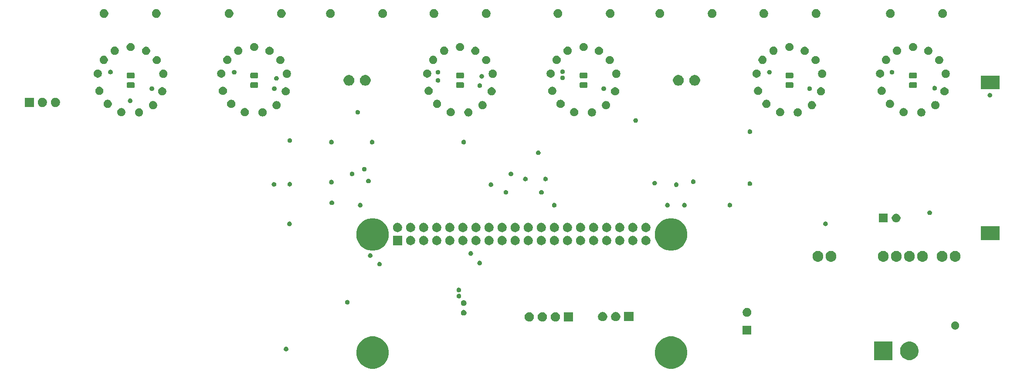
<source format=gbr>
G04 #@! TF.GenerationSoftware,KiCad,Pcbnew,5.1.5+dfsg1-2build2*
G04 #@! TF.CreationDate,2020-07-19T22:13:21-05:00*
G04 #@! TF.ProjectId,pi-nixie,70692d6e-6978-4696-952e-6b696361645f,rev?*
G04 #@! TF.SameCoordinates,Original*
G04 #@! TF.FileFunction,Soldermask,Bot*
G04 #@! TF.FilePolarity,Negative*
%FSLAX46Y46*%
G04 Gerber Fmt 4.6, Leading zero omitted, Abs format (unit mm)*
G04 Created by KiCad (PCBNEW 5.1.5+dfsg1-2build2) date 2020-07-19 22:13:21*
%MOMM*%
%LPD*%
G04 APERTURE LIST*
%ADD10C,0.100000*%
G04 APERTURE END LIST*
D10*
G36*
X129716191Y-67929727D02*
G01*
X129919113Y-67970091D01*
X130492558Y-68207620D01*
X131008645Y-68552459D01*
X131447541Y-68991355D01*
X131792381Y-69507444D01*
X131861951Y-69675401D01*
X132029909Y-70080887D01*
X132070273Y-70283809D01*
X132130680Y-70587495D01*
X132151000Y-70689654D01*
X132151000Y-71310346D01*
X132029909Y-71919113D01*
X131792380Y-72492558D01*
X131447541Y-73008645D01*
X131008645Y-73447541D01*
X130492558Y-73792380D01*
X129919113Y-74029909D01*
X129716191Y-74070273D01*
X129310348Y-74151000D01*
X128689652Y-74151000D01*
X128283809Y-74070273D01*
X128080887Y-74029909D01*
X127507442Y-73792380D01*
X126991355Y-73447541D01*
X126552459Y-73008645D01*
X126207620Y-72492558D01*
X125970091Y-71919113D01*
X125849000Y-71310346D01*
X125849000Y-70689654D01*
X125869321Y-70587495D01*
X125929727Y-70283809D01*
X125970091Y-70080887D01*
X126138049Y-69675401D01*
X126207619Y-69507444D01*
X126552459Y-68991355D01*
X126991355Y-68552459D01*
X127507442Y-68207620D01*
X128080887Y-67970091D01*
X128283809Y-67929727D01*
X128689652Y-67849000D01*
X129310348Y-67849000D01*
X129716191Y-67929727D01*
G37*
G36*
X71716191Y-67929727D02*
G01*
X71919113Y-67970091D01*
X72492558Y-68207620D01*
X73008645Y-68552459D01*
X73447541Y-68991355D01*
X73792381Y-69507444D01*
X73861951Y-69675401D01*
X74029909Y-70080887D01*
X74070273Y-70283809D01*
X74130680Y-70587495D01*
X74151000Y-70689654D01*
X74151000Y-71310346D01*
X74029909Y-71919113D01*
X73792380Y-72492558D01*
X73447541Y-73008645D01*
X73008645Y-73447541D01*
X72492558Y-73792380D01*
X71919113Y-74029909D01*
X71716191Y-74070273D01*
X71310348Y-74151000D01*
X70689652Y-74151000D01*
X70283809Y-74070273D01*
X70080887Y-74029909D01*
X69507442Y-73792380D01*
X68991355Y-73447541D01*
X68552459Y-73008645D01*
X68207620Y-72492558D01*
X67970091Y-71919113D01*
X67849000Y-71310346D01*
X67849000Y-70689654D01*
X67869321Y-70587495D01*
X67929727Y-70283809D01*
X67970091Y-70080887D01*
X68138049Y-69675401D01*
X68207619Y-69507444D01*
X68552459Y-68991355D01*
X68991355Y-68552459D01*
X69507442Y-68207620D01*
X70080887Y-67970091D01*
X70283809Y-67929727D01*
X70689652Y-67849000D01*
X71310348Y-67849000D01*
X71716191Y-67929727D01*
G37*
G36*
X175531905Y-68883789D02*
G01*
X175830350Y-68943153D01*
X176158122Y-69078921D01*
X176453109Y-69276025D01*
X176703975Y-69526891D01*
X176901079Y-69821878D01*
X177036847Y-70149650D01*
X177106060Y-70497611D01*
X177106060Y-70852389D01*
X177036847Y-71200350D01*
X176901079Y-71528122D01*
X176703975Y-71823109D01*
X176453109Y-72073975D01*
X176158122Y-72271079D01*
X175830350Y-72406847D01*
X175531905Y-72466211D01*
X175482390Y-72476060D01*
X175127610Y-72476060D01*
X175078095Y-72466211D01*
X174779650Y-72406847D01*
X174451878Y-72271079D01*
X174156891Y-72073975D01*
X173906025Y-71823109D01*
X173708921Y-71528122D01*
X173573153Y-71200350D01*
X173503940Y-70852389D01*
X173503940Y-70497611D01*
X173573153Y-70149650D01*
X173708921Y-69821878D01*
X173906025Y-69526891D01*
X174156891Y-69276025D01*
X174451878Y-69078921D01*
X174779650Y-68943153D01*
X175078095Y-68883789D01*
X175127610Y-68873940D01*
X175482390Y-68873940D01*
X175531905Y-68883789D01*
G37*
G36*
X172026060Y-72476060D02*
G01*
X168423940Y-72476060D01*
X168423940Y-68873940D01*
X172026060Y-68873940D01*
X172026060Y-72476060D01*
G37*
G36*
X54331552Y-69866331D02*
G01*
X54413627Y-69900328D01*
X54413629Y-69900329D01*
X54487496Y-69949686D01*
X54550314Y-70012504D01*
X54596007Y-70080887D01*
X54599672Y-70086373D01*
X54633669Y-70168448D01*
X54651000Y-70255579D01*
X54651000Y-70344421D01*
X54633669Y-70431552D01*
X54606306Y-70497611D01*
X54599671Y-70513629D01*
X54550314Y-70587496D01*
X54487496Y-70650314D01*
X54413629Y-70699671D01*
X54413628Y-70699672D01*
X54413627Y-70699672D01*
X54331552Y-70733669D01*
X54244421Y-70751000D01*
X54155579Y-70751000D01*
X54068448Y-70733669D01*
X53986373Y-70699672D01*
X53986372Y-70699672D01*
X53986371Y-70699671D01*
X53912504Y-70650314D01*
X53849686Y-70587496D01*
X53800329Y-70513629D01*
X53793694Y-70497611D01*
X53766331Y-70431552D01*
X53749000Y-70344421D01*
X53749000Y-70255579D01*
X53766331Y-70168448D01*
X53800328Y-70086373D01*
X53803994Y-70080887D01*
X53849686Y-70012504D01*
X53912504Y-69949686D01*
X53986371Y-69900329D01*
X53986373Y-69900328D01*
X54068448Y-69866331D01*
X54155579Y-69849000D01*
X54244421Y-69849000D01*
X54331552Y-69866331D01*
G37*
G36*
X144601000Y-67526000D02*
G01*
X142899000Y-67526000D01*
X142899000Y-65824000D01*
X144601000Y-65824000D01*
X144601000Y-67526000D01*
G37*
G36*
X184433642Y-64964781D02*
G01*
X184579414Y-65025162D01*
X184579416Y-65025163D01*
X184710608Y-65112822D01*
X184822178Y-65224392D01*
X184909837Y-65355584D01*
X184909838Y-65355586D01*
X184970219Y-65501358D01*
X185001000Y-65656107D01*
X185001000Y-65813893D01*
X184970219Y-65968642D01*
X184909838Y-66114414D01*
X184909837Y-66114416D01*
X184822178Y-66245608D01*
X184710608Y-66357178D01*
X184579416Y-66444837D01*
X184579415Y-66444838D01*
X184579414Y-66444838D01*
X184433642Y-66505219D01*
X184278893Y-66536000D01*
X184121107Y-66536000D01*
X183966358Y-66505219D01*
X183820586Y-66444838D01*
X183820585Y-66444838D01*
X183820584Y-66444837D01*
X183689392Y-66357178D01*
X183577822Y-66245608D01*
X183490163Y-66114416D01*
X183490162Y-66114414D01*
X183429781Y-65968642D01*
X183399000Y-65813893D01*
X183399000Y-65656107D01*
X183429781Y-65501358D01*
X183490162Y-65355586D01*
X183490163Y-65355584D01*
X183577822Y-65224392D01*
X183689392Y-65112822D01*
X183820584Y-65025163D01*
X183820586Y-65025162D01*
X183966358Y-64964781D01*
X184121107Y-64934000D01*
X184278893Y-64934000D01*
X184433642Y-64964781D01*
G37*
G36*
X109976000Y-64951000D02*
G01*
X108174000Y-64951000D01*
X108174000Y-63149000D01*
X109976000Y-63149000D01*
X109976000Y-64951000D01*
G37*
G36*
X101568512Y-63153927D02*
G01*
X101717812Y-63183624D01*
X101881784Y-63251544D01*
X102029354Y-63350147D01*
X102154853Y-63475646D01*
X102253456Y-63623216D01*
X102321376Y-63787188D01*
X102356000Y-63961259D01*
X102356000Y-64138741D01*
X102321376Y-64312812D01*
X102253456Y-64476784D01*
X102154853Y-64624354D01*
X102029354Y-64749853D01*
X101881784Y-64848456D01*
X101717812Y-64916376D01*
X101568512Y-64946073D01*
X101543742Y-64951000D01*
X101366258Y-64951000D01*
X101341488Y-64946073D01*
X101192188Y-64916376D01*
X101028216Y-64848456D01*
X100880646Y-64749853D01*
X100755147Y-64624354D01*
X100656544Y-64476784D01*
X100588624Y-64312812D01*
X100554000Y-64138741D01*
X100554000Y-63961259D01*
X100588624Y-63787188D01*
X100656544Y-63623216D01*
X100755147Y-63475646D01*
X100880646Y-63350147D01*
X101028216Y-63251544D01*
X101192188Y-63183624D01*
X101341488Y-63153927D01*
X101366258Y-63149000D01*
X101543742Y-63149000D01*
X101568512Y-63153927D01*
G37*
G36*
X104108512Y-63153927D02*
G01*
X104257812Y-63183624D01*
X104421784Y-63251544D01*
X104569354Y-63350147D01*
X104694853Y-63475646D01*
X104793456Y-63623216D01*
X104861376Y-63787188D01*
X104896000Y-63961259D01*
X104896000Y-64138741D01*
X104861376Y-64312812D01*
X104793456Y-64476784D01*
X104694853Y-64624354D01*
X104569354Y-64749853D01*
X104421784Y-64848456D01*
X104257812Y-64916376D01*
X104108512Y-64946073D01*
X104083742Y-64951000D01*
X103906258Y-64951000D01*
X103881488Y-64946073D01*
X103732188Y-64916376D01*
X103568216Y-64848456D01*
X103420646Y-64749853D01*
X103295147Y-64624354D01*
X103196544Y-64476784D01*
X103128624Y-64312812D01*
X103094000Y-64138741D01*
X103094000Y-63961259D01*
X103128624Y-63787188D01*
X103196544Y-63623216D01*
X103295147Y-63475646D01*
X103420646Y-63350147D01*
X103568216Y-63251544D01*
X103732188Y-63183624D01*
X103881488Y-63153927D01*
X103906258Y-63149000D01*
X104083742Y-63149000D01*
X104108512Y-63153927D01*
G37*
G36*
X106648512Y-63153927D02*
G01*
X106797812Y-63183624D01*
X106961784Y-63251544D01*
X107109354Y-63350147D01*
X107234853Y-63475646D01*
X107333456Y-63623216D01*
X107401376Y-63787188D01*
X107436000Y-63961259D01*
X107436000Y-64138741D01*
X107401376Y-64312812D01*
X107333456Y-64476784D01*
X107234853Y-64624354D01*
X107109354Y-64749853D01*
X106961784Y-64848456D01*
X106797812Y-64916376D01*
X106648512Y-64946073D01*
X106623742Y-64951000D01*
X106446258Y-64951000D01*
X106421488Y-64946073D01*
X106272188Y-64916376D01*
X106108216Y-64848456D01*
X105960646Y-64749853D01*
X105835147Y-64624354D01*
X105736544Y-64476784D01*
X105668624Y-64312812D01*
X105634000Y-64138741D01*
X105634000Y-63961259D01*
X105668624Y-63787188D01*
X105736544Y-63623216D01*
X105835147Y-63475646D01*
X105960646Y-63350147D01*
X106108216Y-63251544D01*
X106272188Y-63183624D01*
X106421488Y-63153927D01*
X106446258Y-63149000D01*
X106623742Y-63149000D01*
X106648512Y-63153927D01*
G37*
G36*
X115808512Y-63103927D02*
G01*
X115957812Y-63133624D01*
X116121784Y-63201544D01*
X116269354Y-63300147D01*
X116394853Y-63425646D01*
X116493456Y-63573216D01*
X116561376Y-63737188D01*
X116596000Y-63911259D01*
X116596000Y-64088741D01*
X116561376Y-64262812D01*
X116493456Y-64426784D01*
X116394853Y-64574354D01*
X116269354Y-64699853D01*
X116121784Y-64798456D01*
X115957812Y-64866376D01*
X115808512Y-64896073D01*
X115783742Y-64901000D01*
X115606258Y-64901000D01*
X115581488Y-64896073D01*
X115432188Y-64866376D01*
X115268216Y-64798456D01*
X115120646Y-64699853D01*
X114995147Y-64574354D01*
X114896544Y-64426784D01*
X114828624Y-64262812D01*
X114794000Y-64088741D01*
X114794000Y-63911259D01*
X114828624Y-63737188D01*
X114896544Y-63573216D01*
X114995147Y-63425646D01*
X115120646Y-63300147D01*
X115268216Y-63201544D01*
X115432188Y-63133624D01*
X115581488Y-63103927D01*
X115606258Y-63099000D01*
X115783742Y-63099000D01*
X115808512Y-63103927D01*
G37*
G36*
X121676000Y-64901000D02*
G01*
X119874000Y-64901000D01*
X119874000Y-63099000D01*
X121676000Y-63099000D01*
X121676000Y-64901000D01*
G37*
G36*
X118348512Y-63103927D02*
G01*
X118497812Y-63133624D01*
X118661784Y-63201544D01*
X118809354Y-63300147D01*
X118934853Y-63425646D01*
X119033456Y-63573216D01*
X119101376Y-63737188D01*
X119136000Y-63911259D01*
X119136000Y-64088741D01*
X119101376Y-64262812D01*
X119033456Y-64426784D01*
X118934853Y-64574354D01*
X118809354Y-64699853D01*
X118661784Y-64798456D01*
X118497812Y-64866376D01*
X118348512Y-64896073D01*
X118323742Y-64901000D01*
X118146258Y-64901000D01*
X118121488Y-64896073D01*
X117972188Y-64866376D01*
X117808216Y-64798456D01*
X117660646Y-64699853D01*
X117535147Y-64574354D01*
X117436544Y-64426784D01*
X117368624Y-64262812D01*
X117334000Y-64088741D01*
X117334000Y-63911259D01*
X117368624Y-63737188D01*
X117436544Y-63573216D01*
X117535147Y-63425646D01*
X117660646Y-63300147D01*
X117808216Y-63201544D01*
X117972188Y-63133624D01*
X118121488Y-63103927D01*
X118146258Y-63099000D01*
X118323742Y-63099000D01*
X118348512Y-63103927D01*
G37*
G36*
X143998228Y-62356703D02*
G01*
X144153100Y-62420853D01*
X144292481Y-62513985D01*
X144411015Y-62632519D01*
X144504147Y-62771900D01*
X144568297Y-62926772D01*
X144601000Y-63091184D01*
X144601000Y-63258816D01*
X144568297Y-63423228D01*
X144504147Y-63578100D01*
X144411015Y-63717481D01*
X144292481Y-63836015D01*
X144153100Y-63929147D01*
X143998228Y-63993297D01*
X143833816Y-64026000D01*
X143666184Y-64026000D01*
X143501772Y-63993297D01*
X143346900Y-63929147D01*
X143207519Y-63836015D01*
X143088985Y-63717481D01*
X142995853Y-63578100D01*
X142931703Y-63423228D01*
X142899000Y-63258816D01*
X142899000Y-63091184D01*
X142931703Y-62926772D01*
X142995853Y-62771900D01*
X143088985Y-62632519D01*
X143207519Y-62513985D01*
X143346900Y-62420853D01*
X143501772Y-62356703D01*
X143666184Y-62324000D01*
X143833816Y-62324000D01*
X143998228Y-62356703D01*
G37*
G36*
X88860721Y-62720174D02*
G01*
X88960995Y-62761709D01*
X88960996Y-62761710D01*
X89051242Y-62822010D01*
X89127990Y-62898758D01*
X89146708Y-62926772D01*
X89188291Y-62989005D01*
X89229826Y-63089279D01*
X89251000Y-63195730D01*
X89251000Y-63304270D01*
X89229826Y-63410721D01*
X89188291Y-63510995D01*
X89188290Y-63510996D01*
X89127990Y-63601242D01*
X89051242Y-63677990D01*
X89005812Y-63708345D01*
X88960995Y-63738291D01*
X88860721Y-63779826D01*
X88754270Y-63801000D01*
X88645730Y-63801000D01*
X88539279Y-63779826D01*
X88439005Y-63738291D01*
X88394188Y-63708345D01*
X88348758Y-63677990D01*
X88272010Y-63601242D01*
X88211710Y-63510996D01*
X88211709Y-63510995D01*
X88170174Y-63410721D01*
X88149000Y-63304270D01*
X88149000Y-63195730D01*
X88170174Y-63089279D01*
X88211709Y-62989005D01*
X88253292Y-62926772D01*
X88272010Y-62898758D01*
X88348758Y-62822010D01*
X88439004Y-62761710D01*
X88439005Y-62761709D01*
X88539279Y-62720174D01*
X88645730Y-62699000D01*
X88754270Y-62699000D01*
X88860721Y-62720174D01*
G37*
G36*
X88860721Y-60820174D02*
G01*
X88960995Y-60861709D01*
X88960996Y-60861710D01*
X89051242Y-60922010D01*
X89127990Y-60998758D01*
X89127991Y-60998760D01*
X89188291Y-61089005D01*
X89229826Y-61189279D01*
X89251000Y-61295730D01*
X89251000Y-61404270D01*
X89229826Y-61510721D01*
X89188291Y-61610995D01*
X89161560Y-61651000D01*
X89127990Y-61701242D01*
X89051242Y-61777990D01*
X89005812Y-61808345D01*
X88960995Y-61838291D01*
X88860721Y-61879826D01*
X88754270Y-61901000D01*
X88645730Y-61901000D01*
X88539279Y-61879826D01*
X88439005Y-61838291D01*
X88394188Y-61808345D01*
X88348758Y-61777990D01*
X88272010Y-61701242D01*
X88238440Y-61651000D01*
X88211709Y-61610995D01*
X88170174Y-61510721D01*
X88149000Y-61404270D01*
X88149000Y-61295730D01*
X88170174Y-61189279D01*
X88211709Y-61089005D01*
X88272009Y-60998760D01*
X88272010Y-60998758D01*
X88348758Y-60922010D01*
X88439004Y-60861710D01*
X88439005Y-60861709D01*
X88539279Y-60820174D01*
X88645730Y-60799000D01*
X88754270Y-60799000D01*
X88860721Y-60820174D01*
G37*
G36*
X66231552Y-60766331D02*
G01*
X66313627Y-60800328D01*
X66313629Y-60800329D01*
X66343329Y-60820174D01*
X66387495Y-60849685D01*
X66450315Y-60912505D01*
X66499672Y-60986373D01*
X66533669Y-61068448D01*
X66551000Y-61155579D01*
X66551000Y-61244421D01*
X66533669Y-61331552D01*
X66503548Y-61404269D01*
X66499671Y-61413629D01*
X66450314Y-61487496D01*
X66387496Y-61550314D01*
X66313629Y-61599671D01*
X66313628Y-61599672D01*
X66313627Y-61599672D01*
X66231552Y-61633669D01*
X66144421Y-61651000D01*
X66055579Y-61651000D01*
X65968448Y-61633669D01*
X65886373Y-61599672D01*
X65886372Y-61599672D01*
X65886371Y-61599671D01*
X65812504Y-61550314D01*
X65749686Y-61487496D01*
X65700329Y-61413629D01*
X65696452Y-61404269D01*
X65666331Y-61331552D01*
X65649000Y-61244421D01*
X65649000Y-61155579D01*
X65666331Y-61068448D01*
X65700328Y-60986373D01*
X65749685Y-60912505D01*
X65812505Y-60849685D01*
X65856671Y-60820174D01*
X65886371Y-60800329D01*
X65886373Y-60800328D01*
X65968448Y-60766331D01*
X66055579Y-60749000D01*
X66144421Y-60749000D01*
X66231552Y-60766331D01*
G37*
G36*
X87906552Y-59566331D02*
G01*
X87988627Y-59600328D01*
X87988629Y-59600329D01*
X88025813Y-59625175D01*
X88062495Y-59649685D01*
X88125315Y-59712505D01*
X88174672Y-59786373D01*
X88208669Y-59868448D01*
X88226000Y-59955579D01*
X88226000Y-60044421D01*
X88208669Y-60131552D01*
X88174672Y-60213627D01*
X88174671Y-60213629D01*
X88125314Y-60287496D01*
X88062496Y-60350314D01*
X87988629Y-60399671D01*
X87988628Y-60399672D01*
X87988627Y-60399672D01*
X87906552Y-60433669D01*
X87819421Y-60451000D01*
X87730579Y-60451000D01*
X87643448Y-60433669D01*
X87561373Y-60399672D01*
X87561372Y-60399672D01*
X87561371Y-60399671D01*
X87487504Y-60350314D01*
X87424686Y-60287496D01*
X87375329Y-60213629D01*
X87375328Y-60213627D01*
X87341331Y-60131552D01*
X87324000Y-60044421D01*
X87324000Y-59955579D01*
X87341331Y-59868448D01*
X87375328Y-59786373D01*
X87424685Y-59712505D01*
X87487505Y-59649685D01*
X87524187Y-59625175D01*
X87561371Y-59600329D01*
X87561373Y-59600328D01*
X87643448Y-59566331D01*
X87730579Y-59549000D01*
X87819421Y-59549000D01*
X87906552Y-59566331D01*
G37*
G36*
X87881552Y-58366331D02*
G01*
X87963627Y-58400328D01*
X87963629Y-58400329D01*
X88000813Y-58425175D01*
X88037495Y-58449685D01*
X88100315Y-58512505D01*
X88149672Y-58586373D01*
X88183669Y-58668448D01*
X88201000Y-58755579D01*
X88201000Y-58844421D01*
X88183669Y-58931552D01*
X88149672Y-59013627D01*
X88149671Y-59013629D01*
X88100314Y-59087496D01*
X88037496Y-59150314D01*
X87963629Y-59199671D01*
X87963628Y-59199672D01*
X87963627Y-59199672D01*
X87881552Y-59233669D01*
X87794421Y-59251000D01*
X87705579Y-59251000D01*
X87618448Y-59233669D01*
X87536373Y-59199672D01*
X87536372Y-59199672D01*
X87536371Y-59199671D01*
X87462504Y-59150314D01*
X87399686Y-59087496D01*
X87350329Y-59013629D01*
X87350328Y-59013627D01*
X87316331Y-58931552D01*
X87299000Y-58844421D01*
X87299000Y-58755579D01*
X87316331Y-58668448D01*
X87350328Y-58586373D01*
X87399685Y-58512505D01*
X87462505Y-58449685D01*
X87499187Y-58425175D01*
X87536371Y-58400329D01*
X87536373Y-58400328D01*
X87618448Y-58366331D01*
X87705579Y-58349000D01*
X87794421Y-58349000D01*
X87881552Y-58366331D01*
G37*
G36*
X72484052Y-53343831D02*
G01*
X72566127Y-53377828D01*
X72566129Y-53377829D01*
X72603313Y-53402675D01*
X72639995Y-53427185D01*
X72702815Y-53490005D01*
X72752172Y-53563873D01*
X72786169Y-53645948D01*
X72803500Y-53733079D01*
X72803500Y-53821921D01*
X72786169Y-53909052D01*
X72755261Y-53983669D01*
X72752171Y-53991129D01*
X72702814Y-54064996D01*
X72639996Y-54127814D01*
X72566129Y-54177171D01*
X72566128Y-54177172D01*
X72566127Y-54177172D01*
X72484052Y-54211169D01*
X72396921Y-54228500D01*
X72308079Y-54228500D01*
X72220948Y-54211169D01*
X72138873Y-54177172D01*
X72138872Y-54177172D01*
X72138871Y-54177171D01*
X72065004Y-54127814D01*
X72002186Y-54064996D01*
X71952829Y-53991129D01*
X71949739Y-53983669D01*
X71918831Y-53909052D01*
X71901500Y-53821921D01*
X71901500Y-53733079D01*
X71918831Y-53645948D01*
X71952828Y-53563873D01*
X72002185Y-53490005D01*
X72065005Y-53427185D01*
X72101687Y-53402675D01*
X72138871Y-53377829D01*
X72138873Y-53377828D01*
X72220948Y-53343831D01*
X72308079Y-53326500D01*
X72396921Y-53326500D01*
X72484052Y-53343831D01*
G37*
G36*
X91931552Y-53116331D02*
G01*
X92013627Y-53150328D01*
X92013629Y-53150329D01*
X92050813Y-53175175D01*
X92087495Y-53199685D01*
X92150315Y-53262505D01*
X92199672Y-53336373D01*
X92233669Y-53418448D01*
X92251000Y-53505579D01*
X92251000Y-53594421D01*
X92233669Y-53681552D01*
X92212325Y-53733080D01*
X92199671Y-53763629D01*
X92150314Y-53837496D01*
X92087496Y-53900314D01*
X92013629Y-53949671D01*
X92013628Y-53949672D01*
X92013627Y-53949672D01*
X91931552Y-53983669D01*
X91844421Y-54001000D01*
X91755579Y-54001000D01*
X91668448Y-53983669D01*
X91586373Y-53949672D01*
X91586372Y-53949672D01*
X91586371Y-53949671D01*
X91512504Y-53900314D01*
X91449686Y-53837496D01*
X91400329Y-53763629D01*
X91387675Y-53733080D01*
X91366331Y-53681552D01*
X91349000Y-53594421D01*
X91349000Y-53505579D01*
X91366331Y-53418448D01*
X91400328Y-53336373D01*
X91449685Y-53262505D01*
X91512505Y-53199685D01*
X91549187Y-53175175D01*
X91586371Y-53150329D01*
X91586373Y-53150328D01*
X91668448Y-53116331D01*
X91755579Y-53099000D01*
X91844421Y-53099000D01*
X91931552Y-53116331D01*
G37*
G36*
X160376564Y-51264389D02*
G01*
X160567833Y-51343615D01*
X160567835Y-51343616D01*
X160739973Y-51458635D01*
X160886365Y-51605027D01*
X161001385Y-51777167D01*
X161080611Y-51968436D01*
X161121000Y-52171484D01*
X161121000Y-52378516D01*
X161080611Y-52581564D01*
X161001385Y-52772833D01*
X161001384Y-52772835D01*
X160886365Y-52944973D01*
X160739973Y-53091365D01*
X160567835Y-53206384D01*
X160567834Y-53206385D01*
X160567833Y-53206385D01*
X160376564Y-53285611D01*
X160173516Y-53326000D01*
X159966484Y-53326000D01*
X159763436Y-53285611D01*
X159572167Y-53206385D01*
X159572166Y-53206385D01*
X159572165Y-53206384D01*
X159400027Y-53091365D01*
X159253635Y-52944973D01*
X159138616Y-52772835D01*
X159138615Y-52772833D01*
X159059389Y-52581564D01*
X159019000Y-52378516D01*
X159019000Y-52171484D01*
X159059389Y-51968436D01*
X159138615Y-51777167D01*
X159253635Y-51605027D01*
X159400027Y-51458635D01*
X159572165Y-51343616D01*
X159572167Y-51343615D01*
X159763436Y-51264389D01*
X159966484Y-51224000D01*
X160173516Y-51224000D01*
X160376564Y-51264389D01*
G37*
G36*
X181966564Y-51264389D02*
G01*
X182157833Y-51343615D01*
X182157835Y-51343616D01*
X182329973Y-51458635D01*
X182476365Y-51605027D01*
X182591385Y-51777167D01*
X182670611Y-51968436D01*
X182711000Y-52171484D01*
X182711000Y-52378516D01*
X182670611Y-52581564D01*
X182591385Y-52772833D01*
X182591384Y-52772835D01*
X182476365Y-52944973D01*
X182329973Y-53091365D01*
X182157835Y-53206384D01*
X182157834Y-53206385D01*
X182157833Y-53206385D01*
X181966564Y-53285611D01*
X181763516Y-53326000D01*
X181556484Y-53326000D01*
X181353436Y-53285611D01*
X181162167Y-53206385D01*
X181162166Y-53206385D01*
X181162165Y-53206384D01*
X180990027Y-53091365D01*
X180843635Y-52944973D01*
X180728616Y-52772835D01*
X180728615Y-52772833D01*
X180649389Y-52581564D01*
X180609000Y-52378516D01*
X180609000Y-52171484D01*
X180649389Y-51968436D01*
X180728615Y-51777167D01*
X180843635Y-51605027D01*
X180990027Y-51458635D01*
X181162165Y-51343616D01*
X181162167Y-51343615D01*
X181353436Y-51264389D01*
X181556484Y-51224000D01*
X181763516Y-51224000D01*
X181966564Y-51264389D01*
G37*
G36*
X178156564Y-51264389D02*
G01*
X178347833Y-51343615D01*
X178347835Y-51343616D01*
X178519973Y-51458635D01*
X178666365Y-51605027D01*
X178781385Y-51777167D01*
X178860611Y-51968436D01*
X178901000Y-52171484D01*
X178901000Y-52378516D01*
X178860611Y-52581564D01*
X178781385Y-52772833D01*
X178781384Y-52772835D01*
X178666365Y-52944973D01*
X178519973Y-53091365D01*
X178347835Y-53206384D01*
X178347834Y-53206385D01*
X178347833Y-53206385D01*
X178156564Y-53285611D01*
X177953516Y-53326000D01*
X177746484Y-53326000D01*
X177543436Y-53285611D01*
X177352167Y-53206385D01*
X177352166Y-53206385D01*
X177352165Y-53206384D01*
X177180027Y-53091365D01*
X177033635Y-52944973D01*
X176918616Y-52772835D01*
X176918615Y-52772833D01*
X176839389Y-52581564D01*
X176799000Y-52378516D01*
X176799000Y-52171484D01*
X176839389Y-51968436D01*
X176918615Y-51777167D01*
X177033635Y-51605027D01*
X177180027Y-51458635D01*
X177352165Y-51343616D01*
X177352167Y-51343615D01*
X177543436Y-51264389D01*
X177746484Y-51224000D01*
X177953516Y-51224000D01*
X178156564Y-51264389D01*
G37*
G36*
X175616564Y-51264389D02*
G01*
X175807833Y-51343615D01*
X175807835Y-51343616D01*
X175979973Y-51458635D01*
X176126365Y-51605027D01*
X176241385Y-51777167D01*
X176320611Y-51968436D01*
X176361000Y-52171484D01*
X176361000Y-52378516D01*
X176320611Y-52581564D01*
X176241385Y-52772833D01*
X176241384Y-52772835D01*
X176126365Y-52944973D01*
X175979973Y-53091365D01*
X175807835Y-53206384D01*
X175807834Y-53206385D01*
X175807833Y-53206385D01*
X175616564Y-53285611D01*
X175413516Y-53326000D01*
X175206484Y-53326000D01*
X175003436Y-53285611D01*
X174812167Y-53206385D01*
X174812166Y-53206385D01*
X174812165Y-53206384D01*
X174640027Y-53091365D01*
X174493635Y-52944973D01*
X174378616Y-52772835D01*
X174378615Y-52772833D01*
X174299389Y-52581564D01*
X174259000Y-52378516D01*
X174259000Y-52171484D01*
X174299389Y-51968436D01*
X174378615Y-51777167D01*
X174493635Y-51605027D01*
X174640027Y-51458635D01*
X174812165Y-51343616D01*
X174812167Y-51343615D01*
X175003436Y-51264389D01*
X175206484Y-51224000D01*
X175413516Y-51224000D01*
X175616564Y-51264389D01*
G37*
G36*
X173076564Y-51264389D02*
G01*
X173267833Y-51343615D01*
X173267835Y-51343616D01*
X173439973Y-51458635D01*
X173586365Y-51605027D01*
X173701385Y-51777167D01*
X173780611Y-51968436D01*
X173821000Y-52171484D01*
X173821000Y-52378516D01*
X173780611Y-52581564D01*
X173701385Y-52772833D01*
X173701384Y-52772835D01*
X173586365Y-52944973D01*
X173439973Y-53091365D01*
X173267835Y-53206384D01*
X173267834Y-53206385D01*
X173267833Y-53206385D01*
X173076564Y-53285611D01*
X172873516Y-53326000D01*
X172666484Y-53326000D01*
X172463436Y-53285611D01*
X172272167Y-53206385D01*
X172272166Y-53206385D01*
X172272165Y-53206384D01*
X172100027Y-53091365D01*
X171953635Y-52944973D01*
X171838616Y-52772835D01*
X171838615Y-52772833D01*
X171759389Y-52581564D01*
X171719000Y-52378516D01*
X171719000Y-52171484D01*
X171759389Y-51968436D01*
X171838615Y-51777167D01*
X171953635Y-51605027D01*
X172100027Y-51458635D01*
X172272165Y-51343616D01*
X172272167Y-51343615D01*
X172463436Y-51264389D01*
X172666484Y-51224000D01*
X172873516Y-51224000D01*
X173076564Y-51264389D01*
G37*
G36*
X170536564Y-51264389D02*
G01*
X170727833Y-51343615D01*
X170727835Y-51343616D01*
X170899973Y-51458635D01*
X171046365Y-51605027D01*
X171161385Y-51777167D01*
X171240611Y-51968436D01*
X171281000Y-52171484D01*
X171281000Y-52378516D01*
X171240611Y-52581564D01*
X171161385Y-52772833D01*
X171161384Y-52772835D01*
X171046365Y-52944973D01*
X170899973Y-53091365D01*
X170727835Y-53206384D01*
X170727834Y-53206385D01*
X170727833Y-53206385D01*
X170536564Y-53285611D01*
X170333516Y-53326000D01*
X170126484Y-53326000D01*
X169923436Y-53285611D01*
X169732167Y-53206385D01*
X169732166Y-53206385D01*
X169732165Y-53206384D01*
X169560027Y-53091365D01*
X169413635Y-52944973D01*
X169298616Y-52772835D01*
X169298615Y-52772833D01*
X169219389Y-52581564D01*
X169179000Y-52378516D01*
X169179000Y-52171484D01*
X169219389Y-51968436D01*
X169298615Y-51777167D01*
X169413635Y-51605027D01*
X169560027Y-51458635D01*
X169732165Y-51343616D01*
X169732167Y-51343615D01*
X169923436Y-51264389D01*
X170126484Y-51224000D01*
X170333516Y-51224000D01*
X170536564Y-51264389D01*
G37*
G36*
X184506564Y-51264389D02*
G01*
X184697833Y-51343615D01*
X184697835Y-51343616D01*
X184869973Y-51458635D01*
X185016365Y-51605027D01*
X185131385Y-51777167D01*
X185210611Y-51968436D01*
X185251000Y-52171484D01*
X185251000Y-52378516D01*
X185210611Y-52581564D01*
X185131385Y-52772833D01*
X185131384Y-52772835D01*
X185016365Y-52944973D01*
X184869973Y-53091365D01*
X184697835Y-53206384D01*
X184697834Y-53206385D01*
X184697833Y-53206385D01*
X184506564Y-53285611D01*
X184303516Y-53326000D01*
X184096484Y-53326000D01*
X183893436Y-53285611D01*
X183702167Y-53206385D01*
X183702166Y-53206385D01*
X183702165Y-53206384D01*
X183530027Y-53091365D01*
X183383635Y-52944973D01*
X183268616Y-52772835D01*
X183268615Y-52772833D01*
X183189389Y-52581564D01*
X183149000Y-52378516D01*
X183149000Y-52171484D01*
X183189389Y-51968436D01*
X183268615Y-51777167D01*
X183383635Y-51605027D01*
X183530027Y-51458635D01*
X183702165Y-51343616D01*
X183702167Y-51343615D01*
X183893436Y-51264389D01*
X184096484Y-51224000D01*
X184303516Y-51224000D01*
X184506564Y-51264389D01*
G37*
G36*
X157836564Y-51264389D02*
G01*
X158027833Y-51343615D01*
X158027835Y-51343616D01*
X158199973Y-51458635D01*
X158346365Y-51605027D01*
X158461385Y-51777167D01*
X158540611Y-51968436D01*
X158581000Y-52171484D01*
X158581000Y-52378516D01*
X158540611Y-52581564D01*
X158461385Y-52772833D01*
X158461384Y-52772835D01*
X158346365Y-52944973D01*
X158199973Y-53091365D01*
X158027835Y-53206384D01*
X158027834Y-53206385D01*
X158027833Y-53206385D01*
X157836564Y-53285611D01*
X157633516Y-53326000D01*
X157426484Y-53326000D01*
X157223436Y-53285611D01*
X157032167Y-53206385D01*
X157032166Y-53206385D01*
X157032165Y-53206384D01*
X156860027Y-53091365D01*
X156713635Y-52944973D01*
X156598616Y-52772835D01*
X156598615Y-52772833D01*
X156519389Y-52581564D01*
X156479000Y-52378516D01*
X156479000Y-52171484D01*
X156519389Y-51968436D01*
X156598615Y-51777167D01*
X156713635Y-51605027D01*
X156860027Y-51458635D01*
X157032165Y-51343616D01*
X157032167Y-51343615D01*
X157223436Y-51264389D01*
X157426484Y-51224000D01*
X157633516Y-51224000D01*
X157836564Y-51264389D01*
G37*
G36*
X70681552Y-51666331D02*
G01*
X70763627Y-51700328D01*
X70763629Y-51700329D01*
X70800813Y-51725175D01*
X70837495Y-51749685D01*
X70900315Y-51812505D01*
X70949672Y-51886373D01*
X70983669Y-51968448D01*
X71001000Y-52055579D01*
X71001000Y-52144421D01*
X70983669Y-52231552D01*
X70949672Y-52313627D01*
X70906315Y-52378516D01*
X70900314Y-52387496D01*
X70837496Y-52450314D01*
X70763629Y-52499671D01*
X70763628Y-52499672D01*
X70763627Y-52499672D01*
X70681552Y-52533669D01*
X70594421Y-52551000D01*
X70505579Y-52551000D01*
X70418448Y-52533669D01*
X70336373Y-52499672D01*
X70336372Y-52499672D01*
X70336371Y-52499671D01*
X70262504Y-52450314D01*
X70199686Y-52387496D01*
X70193686Y-52378516D01*
X70150328Y-52313627D01*
X70116331Y-52231552D01*
X70099000Y-52144421D01*
X70099000Y-52055579D01*
X70116331Y-51968448D01*
X70150328Y-51886373D01*
X70199685Y-51812505D01*
X70262505Y-51749685D01*
X70299187Y-51725175D01*
X70336371Y-51700329D01*
X70336373Y-51700328D01*
X70418448Y-51666331D01*
X70505579Y-51649000D01*
X70594421Y-51649000D01*
X70681552Y-51666331D01*
G37*
G36*
X90206552Y-51266331D02*
G01*
X90288627Y-51300328D01*
X90288629Y-51300329D01*
X90325813Y-51325175D01*
X90362495Y-51349685D01*
X90425315Y-51412505D01*
X90474672Y-51486373D01*
X90508669Y-51568448D01*
X90526000Y-51655579D01*
X90526000Y-51744421D01*
X90508669Y-51831552D01*
X90474672Y-51913627D01*
X90425315Y-51987495D01*
X90362495Y-52050315D01*
X90354615Y-52055580D01*
X90288629Y-52099671D01*
X90288628Y-52099672D01*
X90288627Y-52099672D01*
X90206552Y-52133669D01*
X90119421Y-52151000D01*
X90030579Y-52151000D01*
X89943448Y-52133669D01*
X89861373Y-52099672D01*
X89861372Y-52099672D01*
X89861371Y-52099671D01*
X89795385Y-52055580D01*
X89787505Y-52050315D01*
X89724685Y-51987495D01*
X89675328Y-51913627D01*
X89641331Y-51831552D01*
X89624000Y-51744421D01*
X89624000Y-51655579D01*
X89641331Y-51568448D01*
X89675328Y-51486373D01*
X89724685Y-51412505D01*
X89787505Y-51349685D01*
X89824187Y-51325175D01*
X89861371Y-51300329D01*
X89861373Y-51300328D01*
X89943448Y-51266331D01*
X90030579Y-51249000D01*
X90119421Y-51249000D01*
X90206552Y-51266331D01*
G37*
G36*
X71716191Y-44929727D02*
G01*
X71919113Y-44970091D01*
X72492558Y-45207620D01*
X73008645Y-45552459D01*
X73447541Y-45991355D01*
X73792380Y-46507442D01*
X74028209Y-47076782D01*
X74029909Y-47080888D01*
X74151000Y-47689652D01*
X74151000Y-48310348D01*
X74115235Y-48490148D01*
X74029909Y-48919113D01*
X73792380Y-49492558D01*
X73447541Y-50008645D01*
X73008645Y-50447541D01*
X72492558Y-50792380D01*
X71919113Y-51029909D01*
X71716191Y-51070273D01*
X71310348Y-51151000D01*
X70689652Y-51151000D01*
X70283809Y-51070273D01*
X70080887Y-51029909D01*
X69507442Y-50792380D01*
X68991355Y-50447541D01*
X68552459Y-50008645D01*
X68207620Y-49492558D01*
X67970091Y-48919113D01*
X67884765Y-48490148D01*
X67849000Y-48310348D01*
X67849000Y-47689652D01*
X67970091Y-47080888D01*
X67971792Y-47076782D01*
X68207620Y-46507442D01*
X68552459Y-45991355D01*
X68991355Y-45552459D01*
X69507442Y-45207620D01*
X70080887Y-44970091D01*
X70283809Y-44929727D01*
X70689652Y-44849000D01*
X71310348Y-44849000D01*
X71716191Y-44929727D01*
G37*
G36*
X129716191Y-44929727D02*
G01*
X129919113Y-44970091D01*
X130492558Y-45207620D01*
X131008645Y-45552459D01*
X131447541Y-45991355D01*
X131792380Y-46507442D01*
X132028209Y-47076782D01*
X132029909Y-47080888D01*
X132151000Y-47689652D01*
X132151000Y-48310348D01*
X132115235Y-48490148D01*
X132029909Y-48919113D01*
X131792380Y-49492558D01*
X131447541Y-50008645D01*
X131008645Y-50447541D01*
X130492558Y-50792380D01*
X129919113Y-51029909D01*
X129716191Y-51070273D01*
X129310348Y-51151000D01*
X128689652Y-51151000D01*
X128283809Y-51070273D01*
X128080887Y-51029909D01*
X127507442Y-50792380D01*
X126991355Y-50447541D01*
X126552459Y-50008645D01*
X126207620Y-49492558D01*
X125970091Y-48919113D01*
X125884765Y-48490148D01*
X125849000Y-48310348D01*
X125849000Y-47689652D01*
X125970091Y-47080888D01*
X125971792Y-47076782D01*
X126207620Y-46507442D01*
X126552459Y-45991355D01*
X126991355Y-45552459D01*
X127507442Y-45207620D01*
X128080887Y-44970091D01*
X128283809Y-44929727D01*
X128689652Y-44849000D01*
X129310348Y-44849000D01*
X129716191Y-44929727D01*
G37*
G36*
X78493512Y-48293927D02*
G01*
X78642812Y-48323624D01*
X78806784Y-48391544D01*
X78954354Y-48490147D01*
X79079853Y-48615646D01*
X79178456Y-48763216D01*
X79246376Y-48927188D01*
X79281000Y-49101259D01*
X79281000Y-49278741D01*
X79246376Y-49452812D01*
X79178456Y-49616784D01*
X79079853Y-49764354D01*
X78954354Y-49889853D01*
X78806784Y-49988456D01*
X78642812Y-50056376D01*
X78493512Y-50086073D01*
X78468742Y-50091000D01*
X78291258Y-50091000D01*
X78266488Y-50086073D01*
X78117188Y-50056376D01*
X77953216Y-49988456D01*
X77805646Y-49889853D01*
X77680147Y-49764354D01*
X77581544Y-49616784D01*
X77513624Y-49452812D01*
X77479000Y-49278741D01*
X77479000Y-49101259D01*
X77513624Y-48927188D01*
X77581544Y-48763216D01*
X77680147Y-48615646D01*
X77805646Y-48490147D01*
X77953216Y-48391544D01*
X78117188Y-48323624D01*
X78266488Y-48293927D01*
X78291258Y-48289000D01*
X78468742Y-48289000D01*
X78493512Y-48293927D01*
G37*
G36*
X111513512Y-48293927D02*
G01*
X111662812Y-48323624D01*
X111826784Y-48391544D01*
X111974354Y-48490147D01*
X112099853Y-48615646D01*
X112198456Y-48763216D01*
X112266376Y-48927188D01*
X112301000Y-49101259D01*
X112301000Y-49278741D01*
X112266376Y-49452812D01*
X112198456Y-49616784D01*
X112099853Y-49764354D01*
X111974354Y-49889853D01*
X111826784Y-49988456D01*
X111662812Y-50056376D01*
X111513512Y-50086073D01*
X111488742Y-50091000D01*
X111311258Y-50091000D01*
X111286488Y-50086073D01*
X111137188Y-50056376D01*
X110973216Y-49988456D01*
X110825646Y-49889853D01*
X110700147Y-49764354D01*
X110601544Y-49616784D01*
X110533624Y-49452812D01*
X110499000Y-49278741D01*
X110499000Y-49101259D01*
X110533624Y-48927188D01*
X110601544Y-48763216D01*
X110700147Y-48615646D01*
X110825646Y-48490147D01*
X110973216Y-48391544D01*
X111137188Y-48323624D01*
X111286488Y-48293927D01*
X111311258Y-48289000D01*
X111488742Y-48289000D01*
X111513512Y-48293927D01*
G37*
G36*
X108973512Y-48293927D02*
G01*
X109122812Y-48323624D01*
X109286784Y-48391544D01*
X109434354Y-48490147D01*
X109559853Y-48615646D01*
X109658456Y-48763216D01*
X109726376Y-48927188D01*
X109761000Y-49101259D01*
X109761000Y-49278741D01*
X109726376Y-49452812D01*
X109658456Y-49616784D01*
X109559853Y-49764354D01*
X109434354Y-49889853D01*
X109286784Y-49988456D01*
X109122812Y-50056376D01*
X108973512Y-50086073D01*
X108948742Y-50091000D01*
X108771258Y-50091000D01*
X108746488Y-50086073D01*
X108597188Y-50056376D01*
X108433216Y-49988456D01*
X108285646Y-49889853D01*
X108160147Y-49764354D01*
X108061544Y-49616784D01*
X107993624Y-49452812D01*
X107959000Y-49278741D01*
X107959000Y-49101259D01*
X107993624Y-48927188D01*
X108061544Y-48763216D01*
X108160147Y-48615646D01*
X108285646Y-48490147D01*
X108433216Y-48391544D01*
X108597188Y-48323624D01*
X108746488Y-48293927D01*
X108771258Y-48289000D01*
X108948742Y-48289000D01*
X108973512Y-48293927D01*
G37*
G36*
X116593512Y-48293927D02*
G01*
X116742812Y-48323624D01*
X116906784Y-48391544D01*
X117054354Y-48490147D01*
X117179853Y-48615646D01*
X117278456Y-48763216D01*
X117346376Y-48927188D01*
X117381000Y-49101259D01*
X117381000Y-49278741D01*
X117346376Y-49452812D01*
X117278456Y-49616784D01*
X117179853Y-49764354D01*
X117054354Y-49889853D01*
X116906784Y-49988456D01*
X116742812Y-50056376D01*
X116593512Y-50086073D01*
X116568742Y-50091000D01*
X116391258Y-50091000D01*
X116366488Y-50086073D01*
X116217188Y-50056376D01*
X116053216Y-49988456D01*
X115905646Y-49889853D01*
X115780147Y-49764354D01*
X115681544Y-49616784D01*
X115613624Y-49452812D01*
X115579000Y-49278741D01*
X115579000Y-49101259D01*
X115613624Y-48927188D01*
X115681544Y-48763216D01*
X115780147Y-48615646D01*
X115905646Y-48490147D01*
X116053216Y-48391544D01*
X116217188Y-48323624D01*
X116366488Y-48293927D01*
X116391258Y-48289000D01*
X116568742Y-48289000D01*
X116593512Y-48293927D01*
G37*
G36*
X106433512Y-48293927D02*
G01*
X106582812Y-48323624D01*
X106746784Y-48391544D01*
X106894354Y-48490147D01*
X107019853Y-48615646D01*
X107118456Y-48763216D01*
X107186376Y-48927188D01*
X107221000Y-49101259D01*
X107221000Y-49278741D01*
X107186376Y-49452812D01*
X107118456Y-49616784D01*
X107019853Y-49764354D01*
X106894354Y-49889853D01*
X106746784Y-49988456D01*
X106582812Y-50056376D01*
X106433512Y-50086073D01*
X106408742Y-50091000D01*
X106231258Y-50091000D01*
X106206488Y-50086073D01*
X106057188Y-50056376D01*
X105893216Y-49988456D01*
X105745646Y-49889853D01*
X105620147Y-49764354D01*
X105521544Y-49616784D01*
X105453624Y-49452812D01*
X105419000Y-49278741D01*
X105419000Y-49101259D01*
X105453624Y-48927188D01*
X105521544Y-48763216D01*
X105620147Y-48615646D01*
X105745646Y-48490147D01*
X105893216Y-48391544D01*
X106057188Y-48323624D01*
X106206488Y-48293927D01*
X106231258Y-48289000D01*
X106408742Y-48289000D01*
X106433512Y-48293927D01*
G37*
G36*
X103893512Y-48293927D02*
G01*
X104042812Y-48323624D01*
X104206784Y-48391544D01*
X104354354Y-48490147D01*
X104479853Y-48615646D01*
X104578456Y-48763216D01*
X104646376Y-48927188D01*
X104681000Y-49101259D01*
X104681000Y-49278741D01*
X104646376Y-49452812D01*
X104578456Y-49616784D01*
X104479853Y-49764354D01*
X104354354Y-49889853D01*
X104206784Y-49988456D01*
X104042812Y-50056376D01*
X103893512Y-50086073D01*
X103868742Y-50091000D01*
X103691258Y-50091000D01*
X103666488Y-50086073D01*
X103517188Y-50056376D01*
X103353216Y-49988456D01*
X103205646Y-49889853D01*
X103080147Y-49764354D01*
X102981544Y-49616784D01*
X102913624Y-49452812D01*
X102879000Y-49278741D01*
X102879000Y-49101259D01*
X102913624Y-48927188D01*
X102981544Y-48763216D01*
X103080147Y-48615646D01*
X103205646Y-48490147D01*
X103353216Y-48391544D01*
X103517188Y-48323624D01*
X103666488Y-48293927D01*
X103691258Y-48289000D01*
X103868742Y-48289000D01*
X103893512Y-48293927D01*
G37*
G36*
X119133512Y-48293927D02*
G01*
X119282812Y-48323624D01*
X119446784Y-48391544D01*
X119594354Y-48490147D01*
X119719853Y-48615646D01*
X119818456Y-48763216D01*
X119886376Y-48927188D01*
X119921000Y-49101259D01*
X119921000Y-49278741D01*
X119886376Y-49452812D01*
X119818456Y-49616784D01*
X119719853Y-49764354D01*
X119594354Y-49889853D01*
X119446784Y-49988456D01*
X119282812Y-50056376D01*
X119133512Y-50086073D01*
X119108742Y-50091000D01*
X118931258Y-50091000D01*
X118906488Y-50086073D01*
X118757188Y-50056376D01*
X118593216Y-49988456D01*
X118445646Y-49889853D01*
X118320147Y-49764354D01*
X118221544Y-49616784D01*
X118153624Y-49452812D01*
X118119000Y-49278741D01*
X118119000Y-49101259D01*
X118153624Y-48927188D01*
X118221544Y-48763216D01*
X118320147Y-48615646D01*
X118445646Y-48490147D01*
X118593216Y-48391544D01*
X118757188Y-48323624D01*
X118906488Y-48293927D01*
X118931258Y-48289000D01*
X119108742Y-48289000D01*
X119133512Y-48293927D01*
G37*
G36*
X101353512Y-48293927D02*
G01*
X101502812Y-48323624D01*
X101666784Y-48391544D01*
X101814354Y-48490147D01*
X101939853Y-48615646D01*
X102038456Y-48763216D01*
X102106376Y-48927188D01*
X102141000Y-49101259D01*
X102141000Y-49278741D01*
X102106376Y-49452812D01*
X102038456Y-49616784D01*
X101939853Y-49764354D01*
X101814354Y-49889853D01*
X101666784Y-49988456D01*
X101502812Y-50056376D01*
X101353512Y-50086073D01*
X101328742Y-50091000D01*
X101151258Y-50091000D01*
X101126488Y-50086073D01*
X100977188Y-50056376D01*
X100813216Y-49988456D01*
X100665646Y-49889853D01*
X100540147Y-49764354D01*
X100441544Y-49616784D01*
X100373624Y-49452812D01*
X100339000Y-49278741D01*
X100339000Y-49101259D01*
X100373624Y-48927188D01*
X100441544Y-48763216D01*
X100540147Y-48615646D01*
X100665646Y-48490147D01*
X100813216Y-48391544D01*
X100977188Y-48323624D01*
X101126488Y-48293927D01*
X101151258Y-48289000D01*
X101328742Y-48289000D01*
X101353512Y-48293927D01*
G37*
G36*
X98813512Y-48293927D02*
G01*
X98962812Y-48323624D01*
X99126784Y-48391544D01*
X99274354Y-48490147D01*
X99399853Y-48615646D01*
X99498456Y-48763216D01*
X99566376Y-48927188D01*
X99601000Y-49101259D01*
X99601000Y-49278741D01*
X99566376Y-49452812D01*
X99498456Y-49616784D01*
X99399853Y-49764354D01*
X99274354Y-49889853D01*
X99126784Y-49988456D01*
X98962812Y-50056376D01*
X98813512Y-50086073D01*
X98788742Y-50091000D01*
X98611258Y-50091000D01*
X98586488Y-50086073D01*
X98437188Y-50056376D01*
X98273216Y-49988456D01*
X98125646Y-49889853D01*
X98000147Y-49764354D01*
X97901544Y-49616784D01*
X97833624Y-49452812D01*
X97799000Y-49278741D01*
X97799000Y-49101259D01*
X97833624Y-48927188D01*
X97901544Y-48763216D01*
X98000147Y-48615646D01*
X98125646Y-48490147D01*
X98273216Y-48391544D01*
X98437188Y-48323624D01*
X98586488Y-48293927D01*
X98611258Y-48289000D01*
X98788742Y-48289000D01*
X98813512Y-48293927D01*
G37*
G36*
X121673512Y-48293927D02*
G01*
X121822812Y-48323624D01*
X121986784Y-48391544D01*
X122134354Y-48490147D01*
X122259853Y-48615646D01*
X122358456Y-48763216D01*
X122426376Y-48927188D01*
X122461000Y-49101259D01*
X122461000Y-49278741D01*
X122426376Y-49452812D01*
X122358456Y-49616784D01*
X122259853Y-49764354D01*
X122134354Y-49889853D01*
X121986784Y-49988456D01*
X121822812Y-50056376D01*
X121673512Y-50086073D01*
X121648742Y-50091000D01*
X121471258Y-50091000D01*
X121446488Y-50086073D01*
X121297188Y-50056376D01*
X121133216Y-49988456D01*
X120985646Y-49889853D01*
X120860147Y-49764354D01*
X120761544Y-49616784D01*
X120693624Y-49452812D01*
X120659000Y-49278741D01*
X120659000Y-49101259D01*
X120693624Y-48927188D01*
X120761544Y-48763216D01*
X120860147Y-48615646D01*
X120985646Y-48490147D01*
X121133216Y-48391544D01*
X121297188Y-48323624D01*
X121446488Y-48293927D01*
X121471258Y-48289000D01*
X121648742Y-48289000D01*
X121673512Y-48293927D01*
G37*
G36*
X93733512Y-48293927D02*
G01*
X93882812Y-48323624D01*
X94046784Y-48391544D01*
X94194354Y-48490147D01*
X94319853Y-48615646D01*
X94418456Y-48763216D01*
X94486376Y-48927188D01*
X94521000Y-49101259D01*
X94521000Y-49278741D01*
X94486376Y-49452812D01*
X94418456Y-49616784D01*
X94319853Y-49764354D01*
X94194354Y-49889853D01*
X94046784Y-49988456D01*
X93882812Y-50056376D01*
X93733512Y-50086073D01*
X93708742Y-50091000D01*
X93531258Y-50091000D01*
X93506488Y-50086073D01*
X93357188Y-50056376D01*
X93193216Y-49988456D01*
X93045646Y-49889853D01*
X92920147Y-49764354D01*
X92821544Y-49616784D01*
X92753624Y-49452812D01*
X92719000Y-49278741D01*
X92719000Y-49101259D01*
X92753624Y-48927188D01*
X92821544Y-48763216D01*
X92920147Y-48615646D01*
X93045646Y-48490147D01*
X93193216Y-48391544D01*
X93357188Y-48323624D01*
X93506488Y-48293927D01*
X93531258Y-48289000D01*
X93708742Y-48289000D01*
X93733512Y-48293927D01*
G37*
G36*
X124213512Y-48293927D02*
G01*
X124362812Y-48323624D01*
X124526784Y-48391544D01*
X124674354Y-48490147D01*
X124799853Y-48615646D01*
X124898456Y-48763216D01*
X124966376Y-48927188D01*
X125001000Y-49101259D01*
X125001000Y-49278741D01*
X124966376Y-49452812D01*
X124898456Y-49616784D01*
X124799853Y-49764354D01*
X124674354Y-49889853D01*
X124526784Y-49988456D01*
X124362812Y-50056376D01*
X124213512Y-50086073D01*
X124188742Y-50091000D01*
X124011258Y-50091000D01*
X123986488Y-50086073D01*
X123837188Y-50056376D01*
X123673216Y-49988456D01*
X123525646Y-49889853D01*
X123400147Y-49764354D01*
X123301544Y-49616784D01*
X123233624Y-49452812D01*
X123199000Y-49278741D01*
X123199000Y-49101259D01*
X123233624Y-48927188D01*
X123301544Y-48763216D01*
X123400147Y-48615646D01*
X123525646Y-48490147D01*
X123673216Y-48391544D01*
X123837188Y-48323624D01*
X123986488Y-48293927D01*
X124011258Y-48289000D01*
X124188742Y-48289000D01*
X124213512Y-48293927D01*
G37*
G36*
X91193512Y-48293927D02*
G01*
X91342812Y-48323624D01*
X91506784Y-48391544D01*
X91654354Y-48490147D01*
X91779853Y-48615646D01*
X91878456Y-48763216D01*
X91946376Y-48927188D01*
X91981000Y-49101259D01*
X91981000Y-49278741D01*
X91946376Y-49452812D01*
X91878456Y-49616784D01*
X91779853Y-49764354D01*
X91654354Y-49889853D01*
X91506784Y-49988456D01*
X91342812Y-50056376D01*
X91193512Y-50086073D01*
X91168742Y-50091000D01*
X90991258Y-50091000D01*
X90966488Y-50086073D01*
X90817188Y-50056376D01*
X90653216Y-49988456D01*
X90505646Y-49889853D01*
X90380147Y-49764354D01*
X90281544Y-49616784D01*
X90213624Y-49452812D01*
X90179000Y-49278741D01*
X90179000Y-49101259D01*
X90213624Y-48927188D01*
X90281544Y-48763216D01*
X90380147Y-48615646D01*
X90505646Y-48490147D01*
X90653216Y-48391544D01*
X90817188Y-48323624D01*
X90966488Y-48293927D01*
X90991258Y-48289000D01*
X91168742Y-48289000D01*
X91193512Y-48293927D01*
G37*
G36*
X88653512Y-48293927D02*
G01*
X88802812Y-48323624D01*
X88966784Y-48391544D01*
X89114354Y-48490147D01*
X89239853Y-48615646D01*
X89338456Y-48763216D01*
X89406376Y-48927188D01*
X89441000Y-49101259D01*
X89441000Y-49278741D01*
X89406376Y-49452812D01*
X89338456Y-49616784D01*
X89239853Y-49764354D01*
X89114354Y-49889853D01*
X88966784Y-49988456D01*
X88802812Y-50056376D01*
X88653512Y-50086073D01*
X88628742Y-50091000D01*
X88451258Y-50091000D01*
X88426488Y-50086073D01*
X88277188Y-50056376D01*
X88113216Y-49988456D01*
X87965646Y-49889853D01*
X87840147Y-49764354D01*
X87741544Y-49616784D01*
X87673624Y-49452812D01*
X87639000Y-49278741D01*
X87639000Y-49101259D01*
X87673624Y-48927188D01*
X87741544Y-48763216D01*
X87840147Y-48615646D01*
X87965646Y-48490147D01*
X88113216Y-48391544D01*
X88277188Y-48323624D01*
X88426488Y-48293927D01*
X88451258Y-48289000D01*
X88628742Y-48289000D01*
X88653512Y-48293927D01*
G37*
G36*
X86113512Y-48293927D02*
G01*
X86262812Y-48323624D01*
X86426784Y-48391544D01*
X86574354Y-48490147D01*
X86699853Y-48615646D01*
X86798456Y-48763216D01*
X86866376Y-48927188D01*
X86901000Y-49101259D01*
X86901000Y-49278741D01*
X86866376Y-49452812D01*
X86798456Y-49616784D01*
X86699853Y-49764354D01*
X86574354Y-49889853D01*
X86426784Y-49988456D01*
X86262812Y-50056376D01*
X86113512Y-50086073D01*
X86088742Y-50091000D01*
X85911258Y-50091000D01*
X85886488Y-50086073D01*
X85737188Y-50056376D01*
X85573216Y-49988456D01*
X85425646Y-49889853D01*
X85300147Y-49764354D01*
X85201544Y-49616784D01*
X85133624Y-49452812D01*
X85099000Y-49278741D01*
X85099000Y-49101259D01*
X85133624Y-48927188D01*
X85201544Y-48763216D01*
X85300147Y-48615646D01*
X85425646Y-48490147D01*
X85573216Y-48391544D01*
X85737188Y-48323624D01*
X85886488Y-48293927D01*
X85911258Y-48289000D01*
X86088742Y-48289000D01*
X86113512Y-48293927D01*
G37*
G36*
X83573512Y-48293927D02*
G01*
X83722812Y-48323624D01*
X83886784Y-48391544D01*
X84034354Y-48490147D01*
X84159853Y-48615646D01*
X84258456Y-48763216D01*
X84326376Y-48927188D01*
X84361000Y-49101259D01*
X84361000Y-49278741D01*
X84326376Y-49452812D01*
X84258456Y-49616784D01*
X84159853Y-49764354D01*
X84034354Y-49889853D01*
X83886784Y-49988456D01*
X83722812Y-50056376D01*
X83573512Y-50086073D01*
X83548742Y-50091000D01*
X83371258Y-50091000D01*
X83346488Y-50086073D01*
X83197188Y-50056376D01*
X83033216Y-49988456D01*
X82885646Y-49889853D01*
X82760147Y-49764354D01*
X82661544Y-49616784D01*
X82593624Y-49452812D01*
X82559000Y-49278741D01*
X82559000Y-49101259D01*
X82593624Y-48927188D01*
X82661544Y-48763216D01*
X82760147Y-48615646D01*
X82885646Y-48490147D01*
X83033216Y-48391544D01*
X83197188Y-48323624D01*
X83346488Y-48293927D01*
X83371258Y-48289000D01*
X83548742Y-48289000D01*
X83573512Y-48293927D01*
G37*
G36*
X76741000Y-50091000D02*
G01*
X74939000Y-50091000D01*
X74939000Y-48289000D01*
X76741000Y-48289000D01*
X76741000Y-50091000D01*
G37*
G36*
X81033512Y-48293927D02*
G01*
X81182812Y-48323624D01*
X81346784Y-48391544D01*
X81494354Y-48490147D01*
X81619853Y-48615646D01*
X81718456Y-48763216D01*
X81786376Y-48927188D01*
X81821000Y-49101259D01*
X81821000Y-49278741D01*
X81786376Y-49452812D01*
X81718456Y-49616784D01*
X81619853Y-49764354D01*
X81494354Y-49889853D01*
X81346784Y-49988456D01*
X81182812Y-50056376D01*
X81033512Y-50086073D01*
X81008742Y-50091000D01*
X80831258Y-50091000D01*
X80806488Y-50086073D01*
X80657188Y-50056376D01*
X80493216Y-49988456D01*
X80345646Y-49889853D01*
X80220147Y-49764354D01*
X80121544Y-49616784D01*
X80053624Y-49452812D01*
X80019000Y-49278741D01*
X80019000Y-49101259D01*
X80053624Y-48927188D01*
X80121544Y-48763216D01*
X80220147Y-48615646D01*
X80345646Y-48490147D01*
X80493216Y-48391544D01*
X80657188Y-48323624D01*
X80806488Y-48293927D01*
X80831258Y-48289000D01*
X81008742Y-48289000D01*
X81033512Y-48293927D01*
G37*
G36*
X114053512Y-48293927D02*
G01*
X114202812Y-48323624D01*
X114366784Y-48391544D01*
X114514354Y-48490147D01*
X114639853Y-48615646D01*
X114738456Y-48763216D01*
X114806376Y-48927188D01*
X114841000Y-49101259D01*
X114841000Y-49278741D01*
X114806376Y-49452812D01*
X114738456Y-49616784D01*
X114639853Y-49764354D01*
X114514354Y-49889853D01*
X114366784Y-49988456D01*
X114202812Y-50056376D01*
X114053512Y-50086073D01*
X114028742Y-50091000D01*
X113851258Y-50091000D01*
X113826488Y-50086073D01*
X113677188Y-50056376D01*
X113513216Y-49988456D01*
X113365646Y-49889853D01*
X113240147Y-49764354D01*
X113141544Y-49616784D01*
X113073624Y-49452812D01*
X113039000Y-49278741D01*
X113039000Y-49101259D01*
X113073624Y-48927188D01*
X113141544Y-48763216D01*
X113240147Y-48615646D01*
X113365646Y-48490147D01*
X113513216Y-48391544D01*
X113677188Y-48323624D01*
X113826488Y-48293927D01*
X113851258Y-48289000D01*
X114028742Y-48289000D01*
X114053512Y-48293927D01*
G37*
G36*
X96273512Y-48293927D02*
G01*
X96422812Y-48323624D01*
X96586784Y-48391544D01*
X96734354Y-48490147D01*
X96859853Y-48615646D01*
X96958456Y-48763216D01*
X97026376Y-48927188D01*
X97061000Y-49101259D01*
X97061000Y-49278741D01*
X97026376Y-49452812D01*
X96958456Y-49616784D01*
X96859853Y-49764354D01*
X96734354Y-49889853D01*
X96586784Y-49988456D01*
X96422812Y-50056376D01*
X96273512Y-50086073D01*
X96248742Y-50091000D01*
X96071258Y-50091000D01*
X96046488Y-50086073D01*
X95897188Y-50056376D01*
X95733216Y-49988456D01*
X95585646Y-49889853D01*
X95460147Y-49764354D01*
X95361544Y-49616784D01*
X95293624Y-49452812D01*
X95259000Y-49278741D01*
X95259000Y-49101259D01*
X95293624Y-48927188D01*
X95361544Y-48763216D01*
X95460147Y-48615646D01*
X95585646Y-48490147D01*
X95733216Y-48391544D01*
X95897188Y-48323624D01*
X96046488Y-48293927D01*
X96071258Y-48289000D01*
X96248742Y-48289000D01*
X96273512Y-48293927D01*
G37*
G36*
X192831000Y-49076000D02*
G01*
X189219000Y-49076000D01*
X189219000Y-46434000D01*
X192831000Y-46434000D01*
X192831000Y-49076000D01*
G37*
G36*
X106433512Y-45753927D02*
G01*
X106582812Y-45783624D01*
X106746784Y-45851544D01*
X106894354Y-45950147D01*
X107019853Y-46075646D01*
X107118456Y-46223216D01*
X107186376Y-46387188D01*
X107221000Y-46561259D01*
X107221000Y-46738741D01*
X107186376Y-46912812D01*
X107118456Y-47076784D01*
X107019853Y-47224354D01*
X106894354Y-47349853D01*
X106746784Y-47448456D01*
X106582812Y-47516376D01*
X106433512Y-47546073D01*
X106408742Y-47551000D01*
X106231258Y-47551000D01*
X106206488Y-47546073D01*
X106057188Y-47516376D01*
X105893216Y-47448456D01*
X105745646Y-47349853D01*
X105620147Y-47224354D01*
X105521544Y-47076784D01*
X105453624Y-46912812D01*
X105419000Y-46738741D01*
X105419000Y-46561259D01*
X105453624Y-46387188D01*
X105521544Y-46223216D01*
X105620147Y-46075646D01*
X105745646Y-45950147D01*
X105893216Y-45851544D01*
X106057188Y-45783624D01*
X106206488Y-45753927D01*
X106231258Y-45749000D01*
X106408742Y-45749000D01*
X106433512Y-45753927D01*
G37*
G36*
X103893512Y-45753927D02*
G01*
X104042812Y-45783624D01*
X104206784Y-45851544D01*
X104354354Y-45950147D01*
X104479853Y-46075646D01*
X104578456Y-46223216D01*
X104646376Y-46387188D01*
X104681000Y-46561259D01*
X104681000Y-46738741D01*
X104646376Y-46912812D01*
X104578456Y-47076784D01*
X104479853Y-47224354D01*
X104354354Y-47349853D01*
X104206784Y-47448456D01*
X104042812Y-47516376D01*
X103893512Y-47546073D01*
X103868742Y-47551000D01*
X103691258Y-47551000D01*
X103666488Y-47546073D01*
X103517188Y-47516376D01*
X103353216Y-47448456D01*
X103205646Y-47349853D01*
X103080147Y-47224354D01*
X102981544Y-47076784D01*
X102913624Y-46912812D01*
X102879000Y-46738741D01*
X102879000Y-46561259D01*
X102913624Y-46387188D01*
X102981544Y-46223216D01*
X103080147Y-46075646D01*
X103205646Y-45950147D01*
X103353216Y-45851544D01*
X103517188Y-45783624D01*
X103666488Y-45753927D01*
X103691258Y-45749000D01*
X103868742Y-45749000D01*
X103893512Y-45753927D01*
G37*
G36*
X98813512Y-45753927D02*
G01*
X98962812Y-45783624D01*
X99126784Y-45851544D01*
X99274354Y-45950147D01*
X99399853Y-46075646D01*
X99498456Y-46223216D01*
X99566376Y-46387188D01*
X99601000Y-46561259D01*
X99601000Y-46738741D01*
X99566376Y-46912812D01*
X99498456Y-47076784D01*
X99399853Y-47224354D01*
X99274354Y-47349853D01*
X99126784Y-47448456D01*
X98962812Y-47516376D01*
X98813512Y-47546073D01*
X98788742Y-47551000D01*
X98611258Y-47551000D01*
X98586488Y-47546073D01*
X98437188Y-47516376D01*
X98273216Y-47448456D01*
X98125646Y-47349853D01*
X98000147Y-47224354D01*
X97901544Y-47076784D01*
X97833624Y-46912812D01*
X97799000Y-46738741D01*
X97799000Y-46561259D01*
X97833624Y-46387188D01*
X97901544Y-46223216D01*
X98000147Y-46075646D01*
X98125646Y-45950147D01*
X98273216Y-45851544D01*
X98437188Y-45783624D01*
X98586488Y-45753927D01*
X98611258Y-45749000D01*
X98788742Y-45749000D01*
X98813512Y-45753927D01*
G37*
G36*
X96273512Y-45753927D02*
G01*
X96422812Y-45783624D01*
X96586784Y-45851544D01*
X96734354Y-45950147D01*
X96859853Y-46075646D01*
X96958456Y-46223216D01*
X97026376Y-46387188D01*
X97061000Y-46561259D01*
X97061000Y-46738741D01*
X97026376Y-46912812D01*
X96958456Y-47076784D01*
X96859853Y-47224354D01*
X96734354Y-47349853D01*
X96586784Y-47448456D01*
X96422812Y-47516376D01*
X96273512Y-47546073D01*
X96248742Y-47551000D01*
X96071258Y-47551000D01*
X96046488Y-47546073D01*
X95897188Y-47516376D01*
X95733216Y-47448456D01*
X95585646Y-47349853D01*
X95460147Y-47224354D01*
X95361544Y-47076784D01*
X95293624Y-46912812D01*
X95259000Y-46738741D01*
X95259000Y-46561259D01*
X95293624Y-46387188D01*
X95361544Y-46223216D01*
X95460147Y-46075646D01*
X95585646Y-45950147D01*
X95733216Y-45851544D01*
X95897188Y-45783624D01*
X96046488Y-45753927D01*
X96071258Y-45749000D01*
X96248742Y-45749000D01*
X96273512Y-45753927D01*
G37*
G36*
X93733512Y-45753927D02*
G01*
X93882812Y-45783624D01*
X94046784Y-45851544D01*
X94194354Y-45950147D01*
X94319853Y-46075646D01*
X94418456Y-46223216D01*
X94486376Y-46387188D01*
X94521000Y-46561259D01*
X94521000Y-46738741D01*
X94486376Y-46912812D01*
X94418456Y-47076784D01*
X94319853Y-47224354D01*
X94194354Y-47349853D01*
X94046784Y-47448456D01*
X93882812Y-47516376D01*
X93733512Y-47546073D01*
X93708742Y-47551000D01*
X93531258Y-47551000D01*
X93506488Y-47546073D01*
X93357188Y-47516376D01*
X93193216Y-47448456D01*
X93045646Y-47349853D01*
X92920147Y-47224354D01*
X92821544Y-47076784D01*
X92753624Y-46912812D01*
X92719000Y-46738741D01*
X92719000Y-46561259D01*
X92753624Y-46387188D01*
X92821544Y-46223216D01*
X92920147Y-46075646D01*
X93045646Y-45950147D01*
X93193216Y-45851544D01*
X93357188Y-45783624D01*
X93506488Y-45753927D01*
X93531258Y-45749000D01*
X93708742Y-45749000D01*
X93733512Y-45753927D01*
G37*
G36*
X91193512Y-45753927D02*
G01*
X91342812Y-45783624D01*
X91506784Y-45851544D01*
X91654354Y-45950147D01*
X91779853Y-46075646D01*
X91878456Y-46223216D01*
X91946376Y-46387188D01*
X91981000Y-46561259D01*
X91981000Y-46738741D01*
X91946376Y-46912812D01*
X91878456Y-47076784D01*
X91779853Y-47224354D01*
X91654354Y-47349853D01*
X91506784Y-47448456D01*
X91342812Y-47516376D01*
X91193512Y-47546073D01*
X91168742Y-47551000D01*
X90991258Y-47551000D01*
X90966488Y-47546073D01*
X90817188Y-47516376D01*
X90653216Y-47448456D01*
X90505646Y-47349853D01*
X90380147Y-47224354D01*
X90281544Y-47076784D01*
X90213624Y-46912812D01*
X90179000Y-46738741D01*
X90179000Y-46561259D01*
X90213624Y-46387188D01*
X90281544Y-46223216D01*
X90380147Y-46075646D01*
X90505646Y-45950147D01*
X90653216Y-45851544D01*
X90817188Y-45783624D01*
X90966488Y-45753927D01*
X90991258Y-45749000D01*
X91168742Y-45749000D01*
X91193512Y-45753927D01*
G37*
G36*
X88653512Y-45753927D02*
G01*
X88802812Y-45783624D01*
X88966784Y-45851544D01*
X89114354Y-45950147D01*
X89239853Y-46075646D01*
X89338456Y-46223216D01*
X89406376Y-46387188D01*
X89441000Y-46561259D01*
X89441000Y-46738741D01*
X89406376Y-46912812D01*
X89338456Y-47076784D01*
X89239853Y-47224354D01*
X89114354Y-47349853D01*
X88966784Y-47448456D01*
X88802812Y-47516376D01*
X88653512Y-47546073D01*
X88628742Y-47551000D01*
X88451258Y-47551000D01*
X88426488Y-47546073D01*
X88277188Y-47516376D01*
X88113216Y-47448456D01*
X87965646Y-47349853D01*
X87840147Y-47224354D01*
X87741544Y-47076784D01*
X87673624Y-46912812D01*
X87639000Y-46738741D01*
X87639000Y-46561259D01*
X87673624Y-46387188D01*
X87741544Y-46223216D01*
X87840147Y-46075646D01*
X87965646Y-45950147D01*
X88113216Y-45851544D01*
X88277188Y-45783624D01*
X88426488Y-45753927D01*
X88451258Y-45749000D01*
X88628742Y-45749000D01*
X88653512Y-45753927D01*
G37*
G36*
X111513512Y-45753927D02*
G01*
X111662812Y-45783624D01*
X111826784Y-45851544D01*
X111974354Y-45950147D01*
X112099853Y-46075646D01*
X112198456Y-46223216D01*
X112266376Y-46387188D01*
X112301000Y-46561259D01*
X112301000Y-46738741D01*
X112266376Y-46912812D01*
X112198456Y-47076784D01*
X112099853Y-47224354D01*
X111974354Y-47349853D01*
X111826784Y-47448456D01*
X111662812Y-47516376D01*
X111513512Y-47546073D01*
X111488742Y-47551000D01*
X111311258Y-47551000D01*
X111286488Y-47546073D01*
X111137188Y-47516376D01*
X110973216Y-47448456D01*
X110825646Y-47349853D01*
X110700147Y-47224354D01*
X110601544Y-47076784D01*
X110533624Y-46912812D01*
X110499000Y-46738741D01*
X110499000Y-46561259D01*
X110533624Y-46387188D01*
X110601544Y-46223216D01*
X110700147Y-46075646D01*
X110825646Y-45950147D01*
X110973216Y-45851544D01*
X111137188Y-45783624D01*
X111286488Y-45753927D01*
X111311258Y-45749000D01*
X111488742Y-45749000D01*
X111513512Y-45753927D01*
G37*
G36*
X86113512Y-45753927D02*
G01*
X86262812Y-45783624D01*
X86426784Y-45851544D01*
X86574354Y-45950147D01*
X86699853Y-46075646D01*
X86798456Y-46223216D01*
X86866376Y-46387188D01*
X86901000Y-46561259D01*
X86901000Y-46738741D01*
X86866376Y-46912812D01*
X86798456Y-47076784D01*
X86699853Y-47224354D01*
X86574354Y-47349853D01*
X86426784Y-47448456D01*
X86262812Y-47516376D01*
X86113512Y-47546073D01*
X86088742Y-47551000D01*
X85911258Y-47551000D01*
X85886488Y-47546073D01*
X85737188Y-47516376D01*
X85573216Y-47448456D01*
X85425646Y-47349853D01*
X85300147Y-47224354D01*
X85201544Y-47076784D01*
X85133624Y-46912812D01*
X85099000Y-46738741D01*
X85099000Y-46561259D01*
X85133624Y-46387188D01*
X85201544Y-46223216D01*
X85300147Y-46075646D01*
X85425646Y-45950147D01*
X85573216Y-45851544D01*
X85737188Y-45783624D01*
X85886488Y-45753927D01*
X85911258Y-45749000D01*
X86088742Y-45749000D01*
X86113512Y-45753927D01*
G37*
G36*
X81033512Y-45753927D02*
G01*
X81182812Y-45783624D01*
X81346784Y-45851544D01*
X81494354Y-45950147D01*
X81619853Y-46075646D01*
X81718456Y-46223216D01*
X81786376Y-46387188D01*
X81821000Y-46561259D01*
X81821000Y-46738741D01*
X81786376Y-46912812D01*
X81718456Y-47076784D01*
X81619853Y-47224354D01*
X81494354Y-47349853D01*
X81346784Y-47448456D01*
X81182812Y-47516376D01*
X81033512Y-47546073D01*
X81008742Y-47551000D01*
X80831258Y-47551000D01*
X80806488Y-47546073D01*
X80657188Y-47516376D01*
X80493216Y-47448456D01*
X80345646Y-47349853D01*
X80220147Y-47224354D01*
X80121544Y-47076784D01*
X80053624Y-46912812D01*
X80019000Y-46738741D01*
X80019000Y-46561259D01*
X80053624Y-46387188D01*
X80121544Y-46223216D01*
X80220147Y-46075646D01*
X80345646Y-45950147D01*
X80493216Y-45851544D01*
X80657188Y-45783624D01*
X80806488Y-45753927D01*
X80831258Y-45749000D01*
X81008742Y-45749000D01*
X81033512Y-45753927D01*
G37*
G36*
X75953512Y-45753927D02*
G01*
X76102812Y-45783624D01*
X76266784Y-45851544D01*
X76414354Y-45950147D01*
X76539853Y-46075646D01*
X76638456Y-46223216D01*
X76706376Y-46387188D01*
X76741000Y-46561259D01*
X76741000Y-46738741D01*
X76706376Y-46912812D01*
X76638456Y-47076784D01*
X76539853Y-47224354D01*
X76414354Y-47349853D01*
X76266784Y-47448456D01*
X76102812Y-47516376D01*
X75953512Y-47546073D01*
X75928742Y-47551000D01*
X75751258Y-47551000D01*
X75726488Y-47546073D01*
X75577188Y-47516376D01*
X75413216Y-47448456D01*
X75265646Y-47349853D01*
X75140147Y-47224354D01*
X75041544Y-47076784D01*
X74973624Y-46912812D01*
X74939000Y-46738741D01*
X74939000Y-46561259D01*
X74973624Y-46387188D01*
X75041544Y-46223216D01*
X75140147Y-46075646D01*
X75265646Y-45950147D01*
X75413216Y-45851544D01*
X75577188Y-45783624D01*
X75726488Y-45753927D01*
X75751258Y-45749000D01*
X75928742Y-45749000D01*
X75953512Y-45753927D01*
G37*
G36*
X78493512Y-45753927D02*
G01*
X78642812Y-45783624D01*
X78806784Y-45851544D01*
X78954354Y-45950147D01*
X79079853Y-46075646D01*
X79178456Y-46223216D01*
X79246376Y-46387188D01*
X79281000Y-46561259D01*
X79281000Y-46738741D01*
X79246376Y-46912812D01*
X79178456Y-47076784D01*
X79079853Y-47224354D01*
X78954354Y-47349853D01*
X78806784Y-47448456D01*
X78642812Y-47516376D01*
X78493512Y-47546073D01*
X78468742Y-47551000D01*
X78291258Y-47551000D01*
X78266488Y-47546073D01*
X78117188Y-47516376D01*
X77953216Y-47448456D01*
X77805646Y-47349853D01*
X77680147Y-47224354D01*
X77581544Y-47076784D01*
X77513624Y-46912812D01*
X77479000Y-46738741D01*
X77479000Y-46561259D01*
X77513624Y-46387188D01*
X77581544Y-46223216D01*
X77680147Y-46075646D01*
X77805646Y-45950147D01*
X77953216Y-45851544D01*
X78117188Y-45783624D01*
X78266488Y-45753927D01*
X78291258Y-45749000D01*
X78468742Y-45749000D01*
X78493512Y-45753927D01*
G37*
G36*
X119133512Y-45753927D02*
G01*
X119282812Y-45783624D01*
X119446784Y-45851544D01*
X119594354Y-45950147D01*
X119719853Y-46075646D01*
X119818456Y-46223216D01*
X119886376Y-46387188D01*
X119921000Y-46561259D01*
X119921000Y-46738741D01*
X119886376Y-46912812D01*
X119818456Y-47076784D01*
X119719853Y-47224354D01*
X119594354Y-47349853D01*
X119446784Y-47448456D01*
X119282812Y-47516376D01*
X119133512Y-47546073D01*
X119108742Y-47551000D01*
X118931258Y-47551000D01*
X118906488Y-47546073D01*
X118757188Y-47516376D01*
X118593216Y-47448456D01*
X118445646Y-47349853D01*
X118320147Y-47224354D01*
X118221544Y-47076784D01*
X118153624Y-46912812D01*
X118119000Y-46738741D01*
X118119000Y-46561259D01*
X118153624Y-46387188D01*
X118221544Y-46223216D01*
X118320147Y-46075646D01*
X118445646Y-45950147D01*
X118593216Y-45851544D01*
X118757188Y-45783624D01*
X118906488Y-45753927D01*
X118931258Y-45749000D01*
X119108742Y-45749000D01*
X119133512Y-45753927D01*
G37*
G36*
X116593512Y-45753927D02*
G01*
X116742812Y-45783624D01*
X116906784Y-45851544D01*
X117054354Y-45950147D01*
X117179853Y-46075646D01*
X117278456Y-46223216D01*
X117346376Y-46387188D01*
X117381000Y-46561259D01*
X117381000Y-46738741D01*
X117346376Y-46912812D01*
X117278456Y-47076784D01*
X117179853Y-47224354D01*
X117054354Y-47349853D01*
X116906784Y-47448456D01*
X116742812Y-47516376D01*
X116593512Y-47546073D01*
X116568742Y-47551000D01*
X116391258Y-47551000D01*
X116366488Y-47546073D01*
X116217188Y-47516376D01*
X116053216Y-47448456D01*
X115905646Y-47349853D01*
X115780147Y-47224354D01*
X115681544Y-47076784D01*
X115613624Y-46912812D01*
X115579000Y-46738741D01*
X115579000Y-46561259D01*
X115613624Y-46387188D01*
X115681544Y-46223216D01*
X115780147Y-46075646D01*
X115905646Y-45950147D01*
X116053216Y-45851544D01*
X116217188Y-45783624D01*
X116366488Y-45753927D01*
X116391258Y-45749000D01*
X116568742Y-45749000D01*
X116593512Y-45753927D01*
G37*
G36*
X124213512Y-45753927D02*
G01*
X124362812Y-45783624D01*
X124526784Y-45851544D01*
X124674354Y-45950147D01*
X124799853Y-46075646D01*
X124898456Y-46223216D01*
X124966376Y-46387188D01*
X125001000Y-46561259D01*
X125001000Y-46738741D01*
X124966376Y-46912812D01*
X124898456Y-47076784D01*
X124799853Y-47224354D01*
X124674354Y-47349853D01*
X124526784Y-47448456D01*
X124362812Y-47516376D01*
X124213512Y-47546073D01*
X124188742Y-47551000D01*
X124011258Y-47551000D01*
X123986488Y-47546073D01*
X123837188Y-47516376D01*
X123673216Y-47448456D01*
X123525646Y-47349853D01*
X123400147Y-47224354D01*
X123301544Y-47076784D01*
X123233624Y-46912812D01*
X123199000Y-46738741D01*
X123199000Y-46561259D01*
X123233624Y-46387188D01*
X123301544Y-46223216D01*
X123400147Y-46075646D01*
X123525646Y-45950147D01*
X123673216Y-45851544D01*
X123837188Y-45783624D01*
X123986488Y-45753927D01*
X124011258Y-45749000D01*
X124188742Y-45749000D01*
X124213512Y-45753927D01*
G37*
G36*
X121673512Y-45753927D02*
G01*
X121822812Y-45783624D01*
X121986784Y-45851544D01*
X122134354Y-45950147D01*
X122259853Y-46075646D01*
X122358456Y-46223216D01*
X122426376Y-46387188D01*
X122461000Y-46561259D01*
X122461000Y-46738741D01*
X122426376Y-46912812D01*
X122358456Y-47076784D01*
X122259853Y-47224354D01*
X122134354Y-47349853D01*
X121986784Y-47448456D01*
X121822812Y-47516376D01*
X121673512Y-47546073D01*
X121648742Y-47551000D01*
X121471258Y-47551000D01*
X121446488Y-47546073D01*
X121297188Y-47516376D01*
X121133216Y-47448456D01*
X120985646Y-47349853D01*
X120860147Y-47224354D01*
X120761544Y-47076784D01*
X120693624Y-46912812D01*
X120659000Y-46738741D01*
X120659000Y-46561259D01*
X120693624Y-46387188D01*
X120761544Y-46223216D01*
X120860147Y-46075646D01*
X120985646Y-45950147D01*
X121133216Y-45851544D01*
X121297188Y-45783624D01*
X121446488Y-45753927D01*
X121471258Y-45749000D01*
X121648742Y-45749000D01*
X121673512Y-45753927D01*
G37*
G36*
X101353512Y-45753927D02*
G01*
X101502812Y-45783624D01*
X101666784Y-45851544D01*
X101814354Y-45950147D01*
X101939853Y-46075646D01*
X102038456Y-46223216D01*
X102106376Y-46387188D01*
X102141000Y-46561259D01*
X102141000Y-46738741D01*
X102106376Y-46912812D01*
X102038456Y-47076784D01*
X101939853Y-47224354D01*
X101814354Y-47349853D01*
X101666784Y-47448456D01*
X101502812Y-47516376D01*
X101353512Y-47546073D01*
X101328742Y-47551000D01*
X101151258Y-47551000D01*
X101126488Y-47546073D01*
X100977188Y-47516376D01*
X100813216Y-47448456D01*
X100665646Y-47349853D01*
X100540147Y-47224354D01*
X100441544Y-47076784D01*
X100373624Y-46912812D01*
X100339000Y-46738741D01*
X100339000Y-46561259D01*
X100373624Y-46387188D01*
X100441544Y-46223216D01*
X100540147Y-46075646D01*
X100665646Y-45950147D01*
X100813216Y-45851544D01*
X100977188Y-45783624D01*
X101126488Y-45753927D01*
X101151258Y-45749000D01*
X101328742Y-45749000D01*
X101353512Y-45753927D01*
G37*
G36*
X83573512Y-45753927D02*
G01*
X83722812Y-45783624D01*
X83886784Y-45851544D01*
X84034354Y-45950147D01*
X84159853Y-46075646D01*
X84258456Y-46223216D01*
X84326376Y-46387188D01*
X84361000Y-46561259D01*
X84361000Y-46738741D01*
X84326376Y-46912812D01*
X84258456Y-47076784D01*
X84159853Y-47224354D01*
X84034354Y-47349853D01*
X83886784Y-47448456D01*
X83722812Y-47516376D01*
X83573512Y-47546073D01*
X83548742Y-47551000D01*
X83371258Y-47551000D01*
X83346488Y-47546073D01*
X83197188Y-47516376D01*
X83033216Y-47448456D01*
X82885646Y-47349853D01*
X82760147Y-47224354D01*
X82661544Y-47076784D01*
X82593624Y-46912812D01*
X82559000Y-46738741D01*
X82559000Y-46561259D01*
X82593624Y-46387188D01*
X82661544Y-46223216D01*
X82760147Y-46075646D01*
X82885646Y-45950147D01*
X83033216Y-45851544D01*
X83197188Y-45783624D01*
X83346488Y-45753927D01*
X83371258Y-45749000D01*
X83548742Y-45749000D01*
X83573512Y-45753927D01*
G37*
G36*
X108973512Y-45753927D02*
G01*
X109122812Y-45783624D01*
X109286784Y-45851544D01*
X109434354Y-45950147D01*
X109559853Y-46075646D01*
X109658456Y-46223216D01*
X109726376Y-46387188D01*
X109761000Y-46561259D01*
X109761000Y-46738741D01*
X109726376Y-46912812D01*
X109658456Y-47076784D01*
X109559853Y-47224354D01*
X109434354Y-47349853D01*
X109286784Y-47448456D01*
X109122812Y-47516376D01*
X108973512Y-47546073D01*
X108948742Y-47551000D01*
X108771258Y-47551000D01*
X108746488Y-47546073D01*
X108597188Y-47516376D01*
X108433216Y-47448456D01*
X108285646Y-47349853D01*
X108160147Y-47224354D01*
X108061544Y-47076784D01*
X107993624Y-46912812D01*
X107959000Y-46738741D01*
X107959000Y-46561259D01*
X107993624Y-46387188D01*
X108061544Y-46223216D01*
X108160147Y-46075646D01*
X108285646Y-45950147D01*
X108433216Y-45851544D01*
X108597188Y-45783624D01*
X108746488Y-45753927D01*
X108771258Y-45749000D01*
X108948742Y-45749000D01*
X108973512Y-45753927D01*
G37*
G36*
X114053512Y-45753927D02*
G01*
X114202812Y-45783624D01*
X114366784Y-45851544D01*
X114514354Y-45950147D01*
X114639853Y-46075646D01*
X114738456Y-46223216D01*
X114806376Y-46387188D01*
X114841000Y-46561259D01*
X114841000Y-46738741D01*
X114806376Y-46912812D01*
X114738456Y-47076784D01*
X114639853Y-47224354D01*
X114514354Y-47349853D01*
X114366784Y-47448456D01*
X114202812Y-47516376D01*
X114053512Y-47546073D01*
X114028742Y-47551000D01*
X113851258Y-47551000D01*
X113826488Y-47546073D01*
X113677188Y-47516376D01*
X113513216Y-47448456D01*
X113365646Y-47349853D01*
X113240147Y-47224354D01*
X113141544Y-47076784D01*
X113073624Y-46912812D01*
X113039000Y-46738741D01*
X113039000Y-46561259D01*
X113073624Y-46387188D01*
X113141544Y-46223216D01*
X113240147Y-46075646D01*
X113365646Y-45950147D01*
X113513216Y-45851544D01*
X113677188Y-45783624D01*
X113826488Y-45753927D01*
X113851258Y-45749000D01*
X114028742Y-45749000D01*
X114053512Y-45753927D01*
G37*
G36*
X54981552Y-45516331D02*
G01*
X55063627Y-45550328D01*
X55063629Y-45550329D01*
X55100080Y-45574685D01*
X55137495Y-45599685D01*
X55200315Y-45662505D01*
X55249672Y-45736373D01*
X55283669Y-45818448D01*
X55301000Y-45905579D01*
X55301000Y-45994421D01*
X55283669Y-46081552D01*
X55249672Y-46163627D01*
X55209855Y-46223218D01*
X55200314Y-46237496D01*
X55137496Y-46300314D01*
X55063629Y-46349671D01*
X55063628Y-46349672D01*
X55063627Y-46349672D01*
X54981552Y-46383669D01*
X54894421Y-46401000D01*
X54805579Y-46401000D01*
X54718448Y-46383669D01*
X54636373Y-46349672D01*
X54636372Y-46349672D01*
X54636371Y-46349671D01*
X54562504Y-46300314D01*
X54499686Y-46237496D01*
X54490146Y-46223218D01*
X54450328Y-46163627D01*
X54416331Y-46081552D01*
X54399000Y-45994421D01*
X54399000Y-45905579D01*
X54416331Y-45818448D01*
X54450328Y-45736373D01*
X54499685Y-45662505D01*
X54562505Y-45599685D01*
X54599920Y-45574685D01*
X54636371Y-45550329D01*
X54636373Y-45550328D01*
X54718448Y-45516331D01*
X54805579Y-45499000D01*
X54894421Y-45499000D01*
X54981552Y-45516331D01*
G37*
G36*
X159131552Y-45491331D02*
G01*
X159213627Y-45525328D01*
X159213629Y-45525329D01*
X159250813Y-45550175D01*
X159287495Y-45574685D01*
X159350315Y-45637505D01*
X159399672Y-45711373D01*
X159433669Y-45793448D01*
X159451000Y-45880579D01*
X159451000Y-45969421D01*
X159433669Y-46056552D01*
X159399672Y-46138627D01*
X159399671Y-46138629D01*
X159350314Y-46212496D01*
X159287496Y-46275314D01*
X159213629Y-46324671D01*
X159213628Y-46324672D01*
X159213627Y-46324672D01*
X159131552Y-46358669D01*
X159044421Y-46376000D01*
X158955579Y-46376000D01*
X158868448Y-46358669D01*
X158786373Y-46324672D01*
X158786372Y-46324672D01*
X158786371Y-46324671D01*
X158712504Y-46275314D01*
X158649686Y-46212496D01*
X158600329Y-46138629D01*
X158600328Y-46138627D01*
X158566331Y-46056552D01*
X158549000Y-45969421D01*
X158549000Y-45880579D01*
X158566331Y-45793448D01*
X158600328Y-45711373D01*
X158649685Y-45637505D01*
X158712505Y-45574685D01*
X158749187Y-45550175D01*
X158786371Y-45525329D01*
X158786373Y-45525328D01*
X158868448Y-45491331D01*
X158955579Y-45474000D01*
X159044421Y-45474000D01*
X159131552Y-45491331D01*
G37*
G36*
X172973228Y-44006703D02*
G01*
X173128100Y-44070853D01*
X173267481Y-44163985D01*
X173386015Y-44282519D01*
X173479147Y-44421900D01*
X173543297Y-44576772D01*
X173576000Y-44741184D01*
X173576000Y-44908816D01*
X173543297Y-45073228D01*
X173479147Y-45228100D01*
X173386015Y-45367481D01*
X173267481Y-45486015D01*
X173128100Y-45579147D01*
X172973228Y-45643297D01*
X172808816Y-45676000D01*
X172641184Y-45676000D01*
X172476772Y-45643297D01*
X172321900Y-45579147D01*
X172182519Y-45486015D01*
X172063985Y-45367481D01*
X171970853Y-45228100D01*
X171906703Y-45073228D01*
X171874000Y-44908816D01*
X171874000Y-44741184D01*
X171906703Y-44576772D01*
X171970853Y-44421900D01*
X172063985Y-44282519D01*
X172182519Y-44163985D01*
X172321900Y-44070853D01*
X172476772Y-44006703D01*
X172641184Y-43974000D01*
X172808816Y-43974000D01*
X172973228Y-44006703D01*
G37*
G36*
X171076000Y-45676000D02*
G01*
X169374000Y-45676000D01*
X169374000Y-43974000D01*
X171076000Y-43974000D01*
X171076000Y-45676000D01*
G37*
G36*
X179381552Y-43341331D02*
G01*
X179463627Y-43375328D01*
X179463629Y-43375329D01*
X179500813Y-43400175D01*
X179537495Y-43424685D01*
X179600315Y-43487505D01*
X179649672Y-43561373D01*
X179683669Y-43643448D01*
X179701000Y-43730579D01*
X179701000Y-43819421D01*
X179683669Y-43906552D01*
X179649672Y-43988627D01*
X179649671Y-43988629D01*
X179600314Y-44062496D01*
X179537496Y-44125314D01*
X179463629Y-44174671D01*
X179463628Y-44174672D01*
X179463627Y-44174672D01*
X179381552Y-44208669D01*
X179294421Y-44226000D01*
X179205579Y-44226000D01*
X179118448Y-44208669D01*
X179036373Y-44174672D01*
X179036372Y-44174672D01*
X179036371Y-44174671D01*
X178962504Y-44125314D01*
X178899686Y-44062496D01*
X178850329Y-43988629D01*
X178850328Y-43988627D01*
X178816331Y-43906552D01*
X178799000Y-43819421D01*
X178799000Y-43730579D01*
X178816331Y-43643448D01*
X178850328Y-43561373D01*
X178899685Y-43487505D01*
X178962505Y-43424685D01*
X178999187Y-43400175D01*
X179036371Y-43375329D01*
X179036373Y-43375328D01*
X179118448Y-43341331D01*
X179205579Y-43324000D01*
X179294421Y-43324000D01*
X179381552Y-43341331D01*
G37*
G36*
X106431552Y-41866331D02*
G01*
X106513627Y-41900328D01*
X106513629Y-41900329D01*
X106587496Y-41949686D01*
X106650314Y-42012504D01*
X106691319Y-42073871D01*
X106699672Y-42086373D01*
X106733669Y-42168448D01*
X106751000Y-42255579D01*
X106751000Y-42344421D01*
X106733669Y-42431552D01*
X106699672Y-42513627D01*
X106658667Y-42574996D01*
X106650314Y-42587496D01*
X106587496Y-42650314D01*
X106513629Y-42699671D01*
X106513628Y-42699672D01*
X106513627Y-42699672D01*
X106431552Y-42733669D01*
X106344421Y-42751000D01*
X106255579Y-42751000D01*
X106168448Y-42733669D01*
X106086373Y-42699672D01*
X106086372Y-42699672D01*
X106086371Y-42699671D01*
X106012504Y-42650314D01*
X105949686Y-42587496D01*
X105941334Y-42574996D01*
X105900328Y-42513627D01*
X105866331Y-42431552D01*
X105849000Y-42344421D01*
X105849000Y-42255579D01*
X105866331Y-42168448D01*
X105900328Y-42086373D01*
X105908682Y-42073871D01*
X105949686Y-42012504D01*
X106012504Y-41949686D01*
X106086371Y-41900329D01*
X106086373Y-41900328D01*
X106168448Y-41866331D01*
X106255579Y-41849000D01*
X106344421Y-41849000D01*
X106431552Y-41866331D01*
G37*
G36*
X131731552Y-41866331D02*
G01*
X131813627Y-41900328D01*
X131813629Y-41900329D01*
X131887496Y-41949686D01*
X131950314Y-42012504D01*
X131991319Y-42073871D01*
X131999672Y-42086373D01*
X132033669Y-42168448D01*
X132051000Y-42255579D01*
X132051000Y-42344421D01*
X132033669Y-42431552D01*
X131999672Y-42513627D01*
X131958667Y-42574996D01*
X131950314Y-42587496D01*
X131887496Y-42650314D01*
X131813629Y-42699671D01*
X131813628Y-42699672D01*
X131813627Y-42699672D01*
X131731552Y-42733669D01*
X131644421Y-42751000D01*
X131555579Y-42751000D01*
X131468448Y-42733669D01*
X131386373Y-42699672D01*
X131386372Y-42699672D01*
X131386371Y-42699671D01*
X131312504Y-42650314D01*
X131249686Y-42587496D01*
X131241334Y-42574996D01*
X131200328Y-42513627D01*
X131166331Y-42431552D01*
X131149000Y-42344421D01*
X131149000Y-42255579D01*
X131166331Y-42168448D01*
X131200328Y-42086373D01*
X131208682Y-42073871D01*
X131249686Y-42012504D01*
X131312504Y-41949686D01*
X131386371Y-41900329D01*
X131386373Y-41900328D01*
X131468448Y-41866331D01*
X131555579Y-41849000D01*
X131644421Y-41849000D01*
X131731552Y-41866331D01*
G37*
G36*
X68731552Y-41866331D02*
G01*
X68813627Y-41900328D01*
X68813629Y-41900329D01*
X68887496Y-41949686D01*
X68950314Y-42012504D01*
X68991319Y-42073871D01*
X68999672Y-42086373D01*
X69033669Y-42168448D01*
X69051000Y-42255579D01*
X69051000Y-42344421D01*
X69033669Y-42431552D01*
X68999672Y-42513627D01*
X68958667Y-42574996D01*
X68950314Y-42587496D01*
X68887496Y-42650314D01*
X68813629Y-42699671D01*
X68813628Y-42699672D01*
X68813627Y-42699672D01*
X68731552Y-42733669D01*
X68644421Y-42751000D01*
X68555579Y-42751000D01*
X68468448Y-42733669D01*
X68386373Y-42699672D01*
X68386372Y-42699672D01*
X68386371Y-42699671D01*
X68312504Y-42650314D01*
X68249686Y-42587496D01*
X68241334Y-42574996D01*
X68200328Y-42513627D01*
X68166331Y-42431552D01*
X68149000Y-42344421D01*
X68149000Y-42255579D01*
X68166331Y-42168448D01*
X68200328Y-42086373D01*
X68208682Y-42073871D01*
X68249686Y-42012504D01*
X68312504Y-41949686D01*
X68386371Y-41900329D01*
X68386373Y-41900328D01*
X68468448Y-41866331D01*
X68555579Y-41849000D01*
X68644421Y-41849000D01*
X68731552Y-41866331D01*
G37*
G36*
X128431552Y-41866331D02*
G01*
X128513627Y-41900328D01*
X128513629Y-41900329D01*
X128587496Y-41949686D01*
X128650314Y-42012504D01*
X128691319Y-42073871D01*
X128699672Y-42086373D01*
X128733669Y-42168448D01*
X128751000Y-42255579D01*
X128751000Y-42344421D01*
X128733669Y-42431552D01*
X128699672Y-42513627D01*
X128658667Y-42574996D01*
X128650314Y-42587496D01*
X128587496Y-42650314D01*
X128513629Y-42699671D01*
X128513628Y-42699672D01*
X128513627Y-42699672D01*
X128431552Y-42733669D01*
X128344421Y-42751000D01*
X128255579Y-42751000D01*
X128168448Y-42733669D01*
X128086373Y-42699672D01*
X128086372Y-42699672D01*
X128086371Y-42699671D01*
X128012504Y-42650314D01*
X127949686Y-42587496D01*
X127941334Y-42574996D01*
X127900328Y-42513627D01*
X127866331Y-42431552D01*
X127849000Y-42344421D01*
X127849000Y-42255579D01*
X127866331Y-42168448D01*
X127900328Y-42086373D01*
X127908682Y-42073871D01*
X127949686Y-42012504D01*
X128012504Y-41949686D01*
X128086371Y-41900329D01*
X128086373Y-41900328D01*
X128168448Y-41866331D01*
X128255579Y-41849000D01*
X128344421Y-41849000D01*
X128431552Y-41866331D01*
G37*
G36*
X140544052Y-41853831D02*
G01*
X140611866Y-41881921D01*
X140626129Y-41887829D01*
X140644835Y-41900328D01*
X140699995Y-41937185D01*
X140762815Y-42000005D01*
X140812172Y-42073873D01*
X140846169Y-42155948D01*
X140863500Y-42243079D01*
X140863500Y-42331921D01*
X140846169Y-42419052D01*
X140812172Y-42501127D01*
X140812171Y-42501129D01*
X140762814Y-42574996D01*
X140699996Y-42637814D01*
X140626129Y-42687171D01*
X140626128Y-42687172D01*
X140626127Y-42687172D01*
X140544052Y-42721169D01*
X140456921Y-42738500D01*
X140368079Y-42738500D01*
X140280948Y-42721169D01*
X140198873Y-42687172D01*
X140198872Y-42687172D01*
X140198871Y-42687171D01*
X140125004Y-42637814D01*
X140062186Y-42574996D01*
X140012829Y-42501129D01*
X140012828Y-42501127D01*
X139978831Y-42419052D01*
X139961500Y-42331921D01*
X139961500Y-42243079D01*
X139978831Y-42155948D01*
X140012828Y-42073873D01*
X140062185Y-42000005D01*
X140125005Y-41937185D01*
X140180165Y-41900328D01*
X140198871Y-41887829D01*
X140213134Y-41881921D01*
X140280948Y-41853831D01*
X140368079Y-41836500D01*
X140456921Y-41836500D01*
X140544052Y-41853831D01*
G37*
G36*
X63219052Y-41403831D02*
G01*
X63301127Y-41437828D01*
X63301129Y-41437829D01*
X63338313Y-41462675D01*
X63374995Y-41487185D01*
X63437815Y-41550005D01*
X63487172Y-41623873D01*
X63521169Y-41705948D01*
X63538500Y-41793079D01*
X63538500Y-41881921D01*
X63521169Y-41969052D01*
X63487172Y-42051127D01*
X63487171Y-42051129D01*
X63437814Y-42124996D01*
X63374996Y-42187814D01*
X63301129Y-42237171D01*
X63301128Y-42237172D01*
X63301127Y-42237172D01*
X63219052Y-42271169D01*
X63131921Y-42288500D01*
X63043079Y-42288500D01*
X62955948Y-42271169D01*
X62873873Y-42237172D01*
X62873872Y-42237172D01*
X62873871Y-42237171D01*
X62800004Y-42187814D01*
X62737186Y-42124996D01*
X62687829Y-42051129D01*
X62687828Y-42051127D01*
X62653831Y-41969052D01*
X62636500Y-41881921D01*
X62636500Y-41793079D01*
X62653831Y-41705948D01*
X62687828Y-41623873D01*
X62737185Y-41550005D01*
X62800005Y-41487185D01*
X62836687Y-41462675D01*
X62873871Y-41437829D01*
X62873873Y-41437828D01*
X62955948Y-41403831D01*
X63043079Y-41386500D01*
X63131921Y-41386500D01*
X63219052Y-41403831D01*
G37*
G36*
X103931552Y-39366331D02*
G01*
X104013627Y-39400328D01*
X104013629Y-39400329D01*
X104050813Y-39425175D01*
X104087495Y-39449685D01*
X104150315Y-39512505D01*
X104199672Y-39586373D01*
X104233669Y-39668448D01*
X104251000Y-39755579D01*
X104251000Y-39844421D01*
X104233669Y-39931552D01*
X104199672Y-40013627D01*
X104199671Y-40013629D01*
X104150314Y-40087496D01*
X104087496Y-40150314D01*
X104013629Y-40199671D01*
X104013628Y-40199672D01*
X104013627Y-40199672D01*
X103931552Y-40233669D01*
X103844421Y-40251000D01*
X103755579Y-40251000D01*
X103668448Y-40233669D01*
X103586373Y-40199672D01*
X103586372Y-40199672D01*
X103586371Y-40199671D01*
X103512504Y-40150314D01*
X103449686Y-40087496D01*
X103400329Y-40013629D01*
X103400328Y-40013627D01*
X103366331Y-39931552D01*
X103349000Y-39844421D01*
X103349000Y-39755579D01*
X103366331Y-39668448D01*
X103400328Y-39586373D01*
X103449685Y-39512505D01*
X103512505Y-39449685D01*
X103549187Y-39425175D01*
X103586371Y-39400329D01*
X103586373Y-39400328D01*
X103668448Y-39366331D01*
X103755579Y-39349000D01*
X103844421Y-39349000D01*
X103931552Y-39366331D01*
G37*
G36*
X97031552Y-39366331D02*
G01*
X97113627Y-39400328D01*
X97113629Y-39400329D01*
X97150813Y-39425175D01*
X97187495Y-39449685D01*
X97250315Y-39512505D01*
X97299672Y-39586373D01*
X97333669Y-39668448D01*
X97351000Y-39755579D01*
X97351000Y-39844421D01*
X97333669Y-39931552D01*
X97299672Y-40013627D01*
X97299671Y-40013629D01*
X97250314Y-40087496D01*
X97187496Y-40150314D01*
X97113629Y-40199671D01*
X97113628Y-40199672D01*
X97113627Y-40199672D01*
X97031552Y-40233669D01*
X96944421Y-40251000D01*
X96855579Y-40251000D01*
X96768448Y-40233669D01*
X96686373Y-40199672D01*
X96686372Y-40199672D01*
X96686371Y-40199671D01*
X96612504Y-40150314D01*
X96549686Y-40087496D01*
X96500329Y-40013629D01*
X96500328Y-40013627D01*
X96466331Y-39931552D01*
X96449000Y-39844421D01*
X96449000Y-39755579D01*
X96466331Y-39668448D01*
X96500328Y-39586373D01*
X96549685Y-39512505D01*
X96612505Y-39449685D01*
X96649187Y-39425175D01*
X96686371Y-39400329D01*
X96686373Y-39400328D01*
X96768448Y-39366331D01*
X96855579Y-39349000D01*
X96944421Y-39349000D01*
X97031552Y-39366331D01*
G37*
G36*
X130141552Y-37886331D02*
G01*
X130223627Y-37920328D01*
X130223629Y-37920329D01*
X130260813Y-37945175D01*
X130297495Y-37969685D01*
X130360315Y-38032505D01*
X130372673Y-38051000D01*
X130396309Y-38086373D01*
X130409672Y-38106373D01*
X130443669Y-38188448D01*
X130461000Y-38275579D01*
X130461000Y-38364421D01*
X130443669Y-38451552D01*
X130415453Y-38519671D01*
X130409671Y-38533629D01*
X130385159Y-38570314D01*
X130360315Y-38607495D01*
X130297495Y-38670315D01*
X130277511Y-38683668D01*
X130223629Y-38719671D01*
X130223628Y-38719672D01*
X130223627Y-38719672D01*
X130141552Y-38753669D01*
X130054421Y-38771000D01*
X129965579Y-38771000D01*
X129878448Y-38753669D01*
X129796373Y-38719672D01*
X129796372Y-38719672D01*
X129796371Y-38719671D01*
X129742489Y-38683668D01*
X129722505Y-38670315D01*
X129659685Y-38607495D01*
X129634841Y-38570314D01*
X129610329Y-38533629D01*
X129604547Y-38519671D01*
X129576331Y-38451552D01*
X129559000Y-38364421D01*
X129559000Y-38275579D01*
X129576331Y-38188448D01*
X129610328Y-38106373D01*
X129623692Y-38086373D01*
X129647327Y-38051000D01*
X129659685Y-38032505D01*
X129722505Y-37969685D01*
X129759187Y-37945175D01*
X129796371Y-37920329D01*
X129796373Y-37920328D01*
X129878448Y-37886331D01*
X129965579Y-37869000D01*
X130054421Y-37869000D01*
X130141552Y-37886331D01*
G37*
G36*
X94131552Y-37866331D02*
G01*
X94212077Y-37899686D01*
X94213629Y-37900329D01*
X94222671Y-37906371D01*
X94287495Y-37949685D01*
X94350315Y-38012505D01*
X94364456Y-38033668D01*
X94392461Y-38075580D01*
X94399672Y-38086373D01*
X94433669Y-38168448D01*
X94451000Y-38255579D01*
X94451000Y-38344421D01*
X94433669Y-38431552D01*
X94399672Y-38513627D01*
X94399671Y-38513629D01*
X94386307Y-38533629D01*
X94350315Y-38587495D01*
X94287495Y-38650315D01*
X94282475Y-38653669D01*
X94213629Y-38699671D01*
X94213628Y-38699672D01*
X94213627Y-38699672D01*
X94131552Y-38733669D01*
X94044421Y-38751000D01*
X93955579Y-38751000D01*
X93868448Y-38733669D01*
X93786373Y-38699672D01*
X93786372Y-38699672D01*
X93786371Y-38699671D01*
X93717525Y-38653669D01*
X93712505Y-38650315D01*
X93649685Y-38587495D01*
X93613693Y-38533629D01*
X93600329Y-38513629D01*
X93600328Y-38513627D01*
X93566331Y-38431552D01*
X93549000Y-38344421D01*
X93549000Y-38255579D01*
X93566331Y-38168448D01*
X93600328Y-38086373D01*
X93607540Y-38075580D01*
X93635544Y-38033668D01*
X93649685Y-38012505D01*
X93712505Y-37949685D01*
X93777329Y-37906371D01*
X93786371Y-37900329D01*
X93787923Y-37899686D01*
X93868448Y-37866331D01*
X93955579Y-37849000D01*
X94044421Y-37849000D01*
X94131552Y-37866331D01*
G37*
G36*
X51981552Y-37816331D02*
G01*
X52063627Y-37850328D01*
X52063629Y-37850329D01*
X52065459Y-37851552D01*
X52137495Y-37899685D01*
X52200315Y-37962505D01*
X52224825Y-37999187D01*
X52247866Y-38033669D01*
X52249672Y-38036373D01*
X52283669Y-38118448D01*
X52301000Y-38205579D01*
X52301000Y-38294421D01*
X52283669Y-38381552D01*
X52249672Y-38463627D01*
X52202900Y-38533627D01*
X52200314Y-38537496D01*
X52137496Y-38600314D01*
X52063629Y-38649671D01*
X52063628Y-38649672D01*
X52063627Y-38649672D01*
X51981552Y-38683669D01*
X51894421Y-38701000D01*
X51805579Y-38701000D01*
X51718448Y-38683669D01*
X51636373Y-38649672D01*
X51636372Y-38649672D01*
X51636371Y-38649671D01*
X51562504Y-38600314D01*
X51499686Y-38537496D01*
X51497101Y-38533627D01*
X51450328Y-38463627D01*
X51416331Y-38381552D01*
X51399000Y-38294421D01*
X51399000Y-38205579D01*
X51416331Y-38118448D01*
X51450328Y-38036373D01*
X51452135Y-38033669D01*
X51475175Y-37999187D01*
X51499685Y-37962505D01*
X51562505Y-37899685D01*
X51634541Y-37851552D01*
X51636371Y-37850329D01*
X51636373Y-37850328D01*
X51718448Y-37816331D01*
X51805579Y-37799000D01*
X51894421Y-37799000D01*
X51981552Y-37816331D01*
G37*
G36*
X55041552Y-37786331D02*
G01*
X55123627Y-37820328D01*
X55123629Y-37820329D01*
X55141850Y-37832504D01*
X55197495Y-37869685D01*
X55260315Y-37932505D01*
X55309672Y-38006373D01*
X55343669Y-38088448D01*
X55361000Y-38175579D01*
X55361000Y-38264421D01*
X55343669Y-38351552D01*
X55309672Y-38433627D01*
X55309671Y-38433629D01*
X55289627Y-38463627D01*
X55260315Y-38507495D01*
X55197495Y-38570315D01*
X55171783Y-38587495D01*
X55123629Y-38619671D01*
X55123628Y-38619672D01*
X55123627Y-38619672D01*
X55041552Y-38653669D01*
X54954421Y-38671000D01*
X54865579Y-38671000D01*
X54778448Y-38653669D01*
X54696373Y-38619672D01*
X54696372Y-38619672D01*
X54696371Y-38619671D01*
X54648217Y-38587495D01*
X54622505Y-38570315D01*
X54559685Y-38507495D01*
X54530373Y-38463627D01*
X54510329Y-38433629D01*
X54510328Y-38433627D01*
X54476331Y-38351552D01*
X54459000Y-38264421D01*
X54459000Y-38175579D01*
X54476331Y-38088448D01*
X54510328Y-38006373D01*
X54559685Y-37932505D01*
X54622505Y-37869685D01*
X54678150Y-37832504D01*
X54696371Y-37820329D01*
X54696373Y-37820328D01*
X54778448Y-37786331D01*
X54865579Y-37769000D01*
X54954421Y-37769000D01*
X55041552Y-37786331D01*
G37*
G36*
X144441552Y-37686331D02*
G01*
X144523627Y-37720328D01*
X144523629Y-37720329D01*
X144540425Y-37731552D01*
X144597495Y-37769685D01*
X144660315Y-37832505D01*
X144673042Y-37851552D01*
X144696281Y-37886331D01*
X144709672Y-37906373D01*
X144743669Y-37988448D01*
X144761000Y-38075579D01*
X144761000Y-38164421D01*
X144743669Y-38251552D01*
X144720496Y-38307495D01*
X144709671Y-38333629D01*
X144702460Y-38344421D01*
X144660315Y-38407495D01*
X144597495Y-38470315D01*
X144560813Y-38494825D01*
X144523629Y-38519671D01*
X144523628Y-38519672D01*
X144523627Y-38519672D01*
X144441552Y-38553669D01*
X144354421Y-38571000D01*
X144265579Y-38571000D01*
X144178448Y-38553669D01*
X144096373Y-38519672D01*
X144096372Y-38519672D01*
X144096371Y-38519671D01*
X144059187Y-38494825D01*
X144022505Y-38470315D01*
X143959685Y-38407495D01*
X143917540Y-38344421D01*
X143910329Y-38333629D01*
X143899504Y-38307495D01*
X143876331Y-38251552D01*
X143859000Y-38164421D01*
X143859000Y-38075579D01*
X143876331Y-37988448D01*
X143910328Y-37906373D01*
X143923720Y-37886331D01*
X143946958Y-37851552D01*
X143959685Y-37832505D01*
X144022505Y-37769685D01*
X144079575Y-37731552D01*
X144096371Y-37720329D01*
X144096373Y-37720328D01*
X144178448Y-37686331D01*
X144265579Y-37669000D01*
X144354421Y-37669000D01*
X144441552Y-37686331D01*
G37*
G36*
X125941552Y-37586331D02*
G01*
X126023627Y-37620328D01*
X126023629Y-37620329D01*
X126043592Y-37633668D01*
X126096470Y-37669000D01*
X126097496Y-37669686D01*
X126160314Y-37732504D01*
X126196281Y-37786331D01*
X126209672Y-37806373D01*
X126243669Y-37888448D01*
X126261000Y-37975579D01*
X126261000Y-38064421D01*
X126243669Y-38151552D01*
X126215453Y-38219671D01*
X126209671Y-38233629D01*
X126189097Y-38264420D01*
X126160315Y-38307495D01*
X126097495Y-38370315D01*
X126060813Y-38394825D01*
X126023629Y-38419671D01*
X126023628Y-38419672D01*
X126023627Y-38419672D01*
X125941552Y-38453669D01*
X125854421Y-38471000D01*
X125765579Y-38471000D01*
X125678448Y-38453669D01*
X125596373Y-38419672D01*
X125596372Y-38419672D01*
X125596371Y-38419671D01*
X125559187Y-38394825D01*
X125522505Y-38370315D01*
X125459685Y-38307495D01*
X125430903Y-38264420D01*
X125410329Y-38233629D01*
X125404547Y-38219671D01*
X125376331Y-38151552D01*
X125359000Y-38064421D01*
X125359000Y-37975579D01*
X125376331Y-37888448D01*
X125410328Y-37806373D01*
X125423720Y-37786331D01*
X125459686Y-37732504D01*
X125522504Y-37669686D01*
X125523531Y-37669000D01*
X125576408Y-37633668D01*
X125596371Y-37620329D01*
X125596373Y-37620328D01*
X125678448Y-37586331D01*
X125765579Y-37569000D01*
X125854421Y-37569000D01*
X125941552Y-37586331D01*
G37*
G36*
X63141552Y-37386331D02*
G01*
X63207454Y-37413629D01*
X63223629Y-37420329D01*
X63241850Y-37432504D01*
X63297495Y-37469685D01*
X63360315Y-37532505D01*
X63375733Y-37555580D01*
X63396281Y-37586331D01*
X63409672Y-37606373D01*
X63443669Y-37688448D01*
X63461000Y-37775579D01*
X63461000Y-37864421D01*
X63443669Y-37951552D01*
X63409672Y-38033627D01*
X63360315Y-38107495D01*
X63297495Y-38170315D01*
X63289615Y-38175580D01*
X63223629Y-38219671D01*
X63223628Y-38219672D01*
X63223627Y-38219672D01*
X63141552Y-38253669D01*
X63054421Y-38271000D01*
X62965579Y-38271000D01*
X62878448Y-38253669D01*
X62796373Y-38219672D01*
X62796372Y-38219672D01*
X62796371Y-38219671D01*
X62730385Y-38175580D01*
X62722505Y-38170315D01*
X62659685Y-38107495D01*
X62610328Y-38033627D01*
X62576331Y-37951552D01*
X62559000Y-37864421D01*
X62559000Y-37775579D01*
X62576331Y-37688448D01*
X62610328Y-37606373D01*
X62623720Y-37586331D01*
X62644267Y-37555580D01*
X62659685Y-37532505D01*
X62722505Y-37469685D01*
X62778150Y-37432504D01*
X62796371Y-37420329D01*
X62812546Y-37413629D01*
X62878448Y-37386331D01*
X62965579Y-37369000D01*
X63054421Y-37369000D01*
X63141552Y-37386331D01*
G37*
G36*
X133441552Y-37286331D02*
G01*
X133523627Y-37320328D01*
X133523629Y-37320329D01*
X133540425Y-37331552D01*
X133597495Y-37369685D01*
X133660315Y-37432505D01*
X133709672Y-37506373D01*
X133743669Y-37588448D01*
X133761000Y-37675579D01*
X133761000Y-37764421D01*
X133743669Y-37851552D01*
X133715180Y-37920329D01*
X133709671Y-37933629D01*
X133697695Y-37951552D01*
X133660315Y-38007495D01*
X133597495Y-38070315D01*
X133589615Y-38075580D01*
X133523629Y-38119671D01*
X133523628Y-38119672D01*
X133523627Y-38119672D01*
X133441552Y-38153669D01*
X133354421Y-38171000D01*
X133265579Y-38171000D01*
X133178448Y-38153669D01*
X133096373Y-38119672D01*
X133096372Y-38119672D01*
X133096371Y-38119671D01*
X133030385Y-38075580D01*
X133022505Y-38070315D01*
X132959685Y-38007495D01*
X132922305Y-37951552D01*
X132910329Y-37933629D01*
X132904820Y-37920329D01*
X132876331Y-37851552D01*
X132859000Y-37764421D01*
X132859000Y-37675579D01*
X132876331Y-37588448D01*
X132910328Y-37506373D01*
X132959685Y-37432505D01*
X133022505Y-37369685D01*
X133079575Y-37331552D01*
X133096371Y-37320329D01*
X133096373Y-37320328D01*
X133178448Y-37286331D01*
X133265579Y-37269000D01*
X133354421Y-37269000D01*
X133441552Y-37286331D01*
G37*
G36*
X70331552Y-37166331D02*
G01*
X70413627Y-37200328D01*
X70413629Y-37200329D01*
X70450813Y-37225175D01*
X70479617Y-37244421D01*
X70487496Y-37249686D01*
X70550314Y-37312504D01*
X70588522Y-37369685D01*
X70599672Y-37386373D01*
X70633669Y-37468448D01*
X70651000Y-37555579D01*
X70651000Y-37644421D01*
X70633669Y-37731552D01*
X70599672Y-37813627D01*
X70599671Y-37813629D01*
X70597865Y-37816332D01*
X70550315Y-37887495D01*
X70487495Y-37950315D01*
X70469253Y-37962504D01*
X70413629Y-37999671D01*
X70413628Y-37999672D01*
X70413627Y-37999672D01*
X70331552Y-38033669D01*
X70244421Y-38051000D01*
X70155579Y-38051000D01*
X70068448Y-38033669D01*
X69986373Y-37999672D01*
X69986372Y-37999672D01*
X69986371Y-37999671D01*
X69930747Y-37962504D01*
X69912505Y-37950315D01*
X69849685Y-37887495D01*
X69802135Y-37816332D01*
X69800329Y-37813629D01*
X69800328Y-37813627D01*
X69766331Y-37731552D01*
X69749000Y-37644421D01*
X69749000Y-37555579D01*
X69766331Y-37468448D01*
X69800328Y-37386373D01*
X69811479Y-37369685D01*
X69849686Y-37312504D01*
X69912504Y-37249686D01*
X69920384Y-37244421D01*
X69949187Y-37225175D01*
X69986371Y-37200329D01*
X69986373Y-37200328D01*
X70068448Y-37166331D01*
X70155579Y-37149000D01*
X70244421Y-37149000D01*
X70331552Y-37166331D01*
G37*
G36*
X104731552Y-36766331D02*
G01*
X104813627Y-36800328D01*
X104813629Y-36800329D01*
X104850813Y-36825175D01*
X104887495Y-36849685D01*
X104950315Y-36912505D01*
X104999672Y-36986373D01*
X105033669Y-37068448D01*
X105051000Y-37155579D01*
X105051000Y-37244421D01*
X105033669Y-37331552D01*
X104999672Y-37413627D01*
X104950315Y-37487495D01*
X104887495Y-37550315D01*
X104879615Y-37555580D01*
X104813629Y-37599671D01*
X104813628Y-37599672D01*
X104813627Y-37599672D01*
X104731552Y-37633669D01*
X104644421Y-37651000D01*
X104555579Y-37651000D01*
X104468448Y-37633669D01*
X104386373Y-37599672D01*
X104386372Y-37599672D01*
X104386371Y-37599671D01*
X104320385Y-37555580D01*
X104312505Y-37550315D01*
X104249685Y-37487495D01*
X104200328Y-37413627D01*
X104166331Y-37331552D01*
X104149000Y-37244421D01*
X104149000Y-37155579D01*
X104166331Y-37068448D01*
X104200328Y-36986373D01*
X104249685Y-36912505D01*
X104312505Y-36849685D01*
X104349187Y-36825175D01*
X104386371Y-36800329D01*
X104386373Y-36800328D01*
X104468448Y-36766331D01*
X104555579Y-36749000D01*
X104644421Y-36749000D01*
X104731552Y-36766331D01*
G37*
G36*
X100831552Y-36766331D02*
G01*
X100913627Y-36800328D01*
X100913629Y-36800329D01*
X100950813Y-36825175D01*
X100987495Y-36849685D01*
X101050315Y-36912505D01*
X101099672Y-36986373D01*
X101133669Y-37068448D01*
X101151000Y-37155579D01*
X101151000Y-37244421D01*
X101133669Y-37331552D01*
X101099672Y-37413627D01*
X101050315Y-37487495D01*
X100987495Y-37550315D01*
X100979615Y-37555580D01*
X100913629Y-37599671D01*
X100913628Y-37599672D01*
X100913627Y-37599672D01*
X100831552Y-37633669D01*
X100744421Y-37651000D01*
X100655579Y-37651000D01*
X100568448Y-37633669D01*
X100486373Y-37599672D01*
X100486372Y-37599672D01*
X100486371Y-37599671D01*
X100420385Y-37555580D01*
X100412505Y-37550315D01*
X100349685Y-37487495D01*
X100300328Y-37413627D01*
X100266331Y-37331552D01*
X100249000Y-37244421D01*
X100249000Y-37155579D01*
X100266331Y-37068448D01*
X100300328Y-36986373D01*
X100349685Y-36912505D01*
X100412505Y-36849685D01*
X100449187Y-36825175D01*
X100486371Y-36800329D01*
X100486373Y-36800328D01*
X100568448Y-36766331D01*
X100655579Y-36749000D01*
X100744421Y-36749000D01*
X100831552Y-36766331D01*
G37*
G36*
X67141552Y-35786331D02*
G01*
X67223627Y-35820328D01*
X67223629Y-35820329D01*
X67260813Y-35845175D01*
X67297495Y-35869685D01*
X67360315Y-35932505D01*
X67409672Y-36006373D01*
X67443669Y-36088448D01*
X67461000Y-36175579D01*
X67461000Y-36264421D01*
X67443669Y-36351552D01*
X67409672Y-36433627D01*
X67409671Y-36433629D01*
X67360314Y-36507496D01*
X67297496Y-36570314D01*
X67223629Y-36619671D01*
X67223628Y-36619672D01*
X67223627Y-36619672D01*
X67141552Y-36653669D01*
X67054421Y-36671000D01*
X66965579Y-36671000D01*
X66878448Y-36653669D01*
X66796373Y-36619672D01*
X66796372Y-36619672D01*
X66796371Y-36619671D01*
X66722504Y-36570314D01*
X66659686Y-36507496D01*
X66610329Y-36433629D01*
X66610328Y-36433627D01*
X66576331Y-36351552D01*
X66559000Y-36264421D01*
X66559000Y-36175579D01*
X66576331Y-36088448D01*
X66610328Y-36006373D01*
X66659685Y-35932505D01*
X66722505Y-35869685D01*
X66759187Y-35845175D01*
X66796371Y-35820329D01*
X66796373Y-35820328D01*
X66878448Y-35786331D01*
X66965579Y-35769000D01*
X67054421Y-35769000D01*
X67141552Y-35786331D01*
G37*
G36*
X98011552Y-35786331D02*
G01*
X98093627Y-35820328D01*
X98093629Y-35820329D01*
X98130813Y-35845175D01*
X98167495Y-35869685D01*
X98230315Y-35932505D01*
X98279672Y-36006373D01*
X98313669Y-36088448D01*
X98331000Y-36175579D01*
X98331000Y-36264421D01*
X98313669Y-36351552D01*
X98279672Y-36433627D01*
X98279671Y-36433629D01*
X98230314Y-36507496D01*
X98167496Y-36570314D01*
X98093629Y-36619671D01*
X98093628Y-36619672D01*
X98093627Y-36619672D01*
X98011552Y-36653669D01*
X97924421Y-36671000D01*
X97835579Y-36671000D01*
X97748448Y-36653669D01*
X97666373Y-36619672D01*
X97666372Y-36619672D01*
X97666371Y-36619671D01*
X97592504Y-36570314D01*
X97529686Y-36507496D01*
X97480329Y-36433629D01*
X97480328Y-36433627D01*
X97446331Y-36351552D01*
X97429000Y-36264421D01*
X97429000Y-36175579D01*
X97446331Y-36088448D01*
X97480328Y-36006373D01*
X97529685Y-35932505D01*
X97592505Y-35869685D01*
X97629187Y-35845175D01*
X97666371Y-35820329D01*
X97666373Y-35820328D01*
X97748448Y-35786331D01*
X97835579Y-35769000D01*
X97924421Y-35769000D01*
X98011552Y-35786331D01*
G37*
G36*
X69531552Y-34866331D02*
G01*
X69613627Y-34900328D01*
X69613629Y-34900329D01*
X69650813Y-34925175D01*
X69687495Y-34949685D01*
X69750315Y-35012505D01*
X69799672Y-35086373D01*
X69833669Y-35168448D01*
X69851000Y-35255579D01*
X69851000Y-35344421D01*
X69833669Y-35431552D01*
X69799672Y-35513627D01*
X69799671Y-35513629D01*
X69750314Y-35587496D01*
X69687496Y-35650314D01*
X69613629Y-35699671D01*
X69613628Y-35699672D01*
X69613627Y-35699672D01*
X69531552Y-35733669D01*
X69444421Y-35751000D01*
X69355579Y-35751000D01*
X69268448Y-35733669D01*
X69186373Y-35699672D01*
X69186372Y-35699672D01*
X69186371Y-35699671D01*
X69112504Y-35650314D01*
X69049686Y-35587496D01*
X69000329Y-35513629D01*
X69000328Y-35513627D01*
X68966331Y-35431552D01*
X68949000Y-35344421D01*
X68949000Y-35255579D01*
X68966331Y-35168448D01*
X69000328Y-35086373D01*
X69049685Y-35012505D01*
X69112505Y-34949685D01*
X69149187Y-34925175D01*
X69186371Y-34900329D01*
X69186373Y-34900328D01*
X69268448Y-34866331D01*
X69355579Y-34849000D01*
X69444421Y-34849000D01*
X69531552Y-34866331D01*
G37*
G36*
X103331552Y-31666331D02*
G01*
X103413627Y-31700328D01*
X103413629Y-31700329D01*
X103450813Y-31725175D01*
X103487495Y-31749685D01*
X103550315Y-31812505D01*
X103599672Y-31886373D01*
X103633669Y-31968448D01*
X103651000Y-32055579D01*
X103651000Y-32144421D01*
X103633669Y-32231552D01*
X103599672Y-32313627D01*
X103599671Y-32313629D01*
X103550314Y-32387496D01*
X103487496Y-32450314D01*
X103413629Y-32499671D01*
X103413628Y-32499672D01*
X103413627Y-32499672D01*
X103331552Y-32533669D01*
X103244421Y-32551000D01*
X103155579Y-32551000D01*
X103068448Y-32533669D01*
X102986373Y-32499672D01*
X102986372Y-32499672D01*
X102986371Y-32499671D01*
X102912504Y-32450314D01*
X102849686Y-32387496D01*
X102800329Y-32313629D01*
X102800328Y-32313627D01*
X102766331Y-32231552D01*
X102749000Y-32144421D01*
X102749000Y-32055579D01*
X102766331Y-31968448D01*
X102800328Y-31886373D01*
X102849685Y-31812505D01*
X102912505Y-31749685D01*
X102949187Y-31725175D01*
X102986371Y-31700329D01*
X102986373Y-31700328D01*
X103068448Y-31666331D01*
X103155579Y-31649000D01*
X103244421Y-31649000D01*
X103331552Y-31666331D01*
G37*
G36*
X71041552Y-29586331D02*
G01*
X71123627Y-29620328D01*
X71123629Y-29620329D01*
X71160813Y-29645175D01*
X71197495Y-29669685D01*
X71260315Y-29732505D01*
X71309672Y-29806373D01*
X71343669Y-29888448D01*
X71361000Y-29975579D01*
X71361000Y-30064421D01*
X71343669Y-30151552D01*
X71309672Y-30233627D01*
X71309671Y-30233629D01*
X71260314Y-30307496D01*
X71197496Y-30370314D01*
X71123629Y-30419671D01*
X71123628Y-30419672D01*
X71123627Y-30419672D01*
X71041552Y-30453669D01*
X70954421Y-30471000D01*
X70865579Y-30471000D01*
X70778448Y-30453669D01*
X70696373Y-30419672D01*
X70696372Y-30419672D01*
X70696371Y-30419671D01*
X70622504Y-30370314D01*
X70559686Y-30307496D01*
X70510329Y-30233629D01*
X70510328Y-30233627D01*
X70476331Y-30151552D01*
X70459000Y-30064421D01*
X70459000Y-29975579D01*
X70476331Y-29888448D01*
X70510328Y-29806373D01*
X70559685Y-29732505D01*
X70622505Y-29669685D01*
X70659187Y-29645175D01*
X70696371Y-29620329D01*
X70696373Y-29620328D01*
X70778448Y-29586331D01*
X70865579Y-29569000D01*
X70954421Y-29569000D01*
X71041552Y-29586331D01*
G37*
G36*
X63141552Y-29586331D02*
G01*
X63223627Y-29620328D01*
X63223629Y-29620329D01*
X63260813Y-29645175D01*
X63297495Y-29669685D01*
X63360315Y-29732505D01*
X63409672Y-29806373D01*
X63443669Y-29888448D01*
X63461000Y-29975579D01*
X63461000Y-30064421D01*
X63443669Y-30151552D01*
X63409672Y-30233627D01*
X63409671Y-30233629D01*
X63360314Y-30307496D01*
X63297496Y-30370314D01*
X63223629Y-30419671D01*
X63223628Y-30419672D01*
X63223627Y-30419672D01*
X63141552Y-30453669D01*
X63054421Y-30471000D01*
X62965579Y-30471000D01*
X62878448Y-30453669D01*
X62796373Y-30419672D01*
X62796372Y-30419672D01*
X62796371Y-30419671D01*
X62722504Y-30370314D01*
X62659686Y-30307496D01*
X62610329Y-30233629D01*
X62610328Y-30233627D01*
X62576331Y-30151552D01*
X62559000Y-30064421D01*
X62559000Y-29975579D01*
X62576331Y-29888448D01*
X62610328Y-29806373D01*
X62659685Y-29732505D01*
X62722505Y-29669685D01*
X62759187Y-29645175D01*
X62796371Y-29620329D01*
X62796373Y-29620328D01*
X62878448Y-29586331D01*
X62965579Y-29569000D01*
X63054421Y-29569000D01*
X63141552Y-29586331D01*
G37*
G36*
X88841552Y-29586331D02*
G01*
X88923627Y-29620328D01*
X88923629Y-29620329D01*
X88960813Y-29645175D01*
X88997495Y-29669685D01*
X89060315Y-29732505D01*
X89109672Y-29806373D01*
X89143669Y-29888448D01*
X89161000Y-29975579D01*
X89161000Y-30064421D01*
X89143669Y-30151552D01*
X89109672Y-30233627D01*
X89109671Y-30233629D01*
X89060314Y-30307496D01*
X88997496Y-30370314D01*
X88923629Y-30419671D01*
X88923628Y-30419672D01*
X88923627Y-30419672D01*
X88841552Y-30453669D01*
X88754421Y-30471000D01*
X88665579Y-30471000D01*
X88578448Y-30453669D01*
X88496373Y-30419672D01*
X88496372Y-30419672D01*
X88496371Y-30419671D01*
X88422504Y-30370314D01*
X88359686Y-30307496D01*
X88310329Y-30233629D01*
X88310328Y-30233627D01*
X88276331Y-30151552D01*
X88259000Y-30064421D01*
X88259000Y-29975579D01*
X88276331Y-29888448D01*
X88310328Y-29806373D01*
X88359685Y-29732505D01*
X88422505Y-29669685D01*
X88459187Y-29645175D01*
X88496371Y-29620329D01*
X88496373Y-29620328D01*
X88578448Y-29586331D01*
X88665579Y-29569000D01*
X88754421Y-29569000D01*
X88841552Y-29586331D01*
G37*
G36*
X55041552Y-29286331D02*
G01*
X55123627Y-29320328D01*
X55123629Y-29320329D01*
X55160813Y-29345175D01*
X55197495Y-29369685D01*
X55260315Y-29432505D01*
X55309672Y-29506373D01*
X55343669Y-29588448D01*
X55361000Y-29675579D01*
X55361000Y-29764421D01*
X55343669Y-29851552D01*
X55309672Y-29933627D01*
X55309671Y-29933629D01*
X55260314Y-30007496D01*
X55197496Y-30070314D01*
X55123629Y-30119671D01*
X55123628Y-30119672D01*
X55123627Y-30119672D01*
X55041552Y-30153669D01*
X54954421Y-30171000D01*
X54865579Y-30171000D01*
X54778448Y-30153669D01*
X54696373Y-30119672D01*
X54696372Y-30119672D01*
X54696371Y-30119671D01*
X54622504Y-30070314D01*
X54559686Y-30007496D01*
X54510329Y-29933629D01*
X54510328Y-29933627D01*
X54476331Y-29851552D01*
X54459000Y-29764421D01*
X54459000Y-29675579D01*
X54476331Y-29588448D01*
X54510328Y-29506373D01*
X54559685Y-29432505D01*
X54622505Y-29369685D01*
X54659187Y-29345175D01*
X54696371Y-29320329D01*
X54696373Y-29320328D01*
X54778448Y-29286331D01*
X54865579Y-29269000D01*
X54954421Y-29269000D01*
X55041552Y-29286331D01*
G37*
G36*
X144441552Y-27566331D02*
G01*
X144523627Y-27600328D01*
X144523629Y-27600329D01*
X144560813Y-27625175D01*
X144597495Y-27649685D01*
X144660315Y-27712505D01*
X144709672Y-27786373D01*
X144743669Y-27868448D01*
X144761000Y-27955579D01*
X144761000Y-28044421D01*
X144743669Y-28131552D01*
X144709672Y-28213627D01*
X144709671Y-28213629D01*
X144660314Y-28287496D01*
X144597496Y-28350314D01*
X144523629Y-28399671D01*
X144523628Y-28399672D01*
X144523627Y-28399672D01*
X144441552Y-28433669D01*
X144354421Y-28451000D01*
X144265579Y-28451000D01*
X144178448Y-28433669D01*
X144096373Y-28399672D01*
X144096372Y-28399672D01*
X144096371Y-28399671D01*
X144022504Y-28350314D01*
X143959686Y-28287496D01*
X143910329Y-28213629D01*
X143910328Y-28213627D01*
X143876331Y-28131552D01*
X143859000Y-28044421D01*
X143859000Y-27955579D01*
X143876331Y-27868448D01*
X143910328Y-27786373D01*
X143959685Y-27712505D01*
X144022505Y-27649685D01*
X144059187Y-27625175D01*
X144096371Y-27600329D01*
X144096373Y-27600328D01*
X144178448Y-27566331D01*
X144265579Y-27549000D01*
X144354421Y-27549000D01*
X144441552Y-27566331D01*
G37*
G36*
X122241552Y-25386331D02*
G01*
X122323627Y-25420328D01*
X122323629Y-25420329D01*
X122360813Y-25445175D01*
X122397495Y-25469685D01*
X122460315Y-25532505D01*
X122509672Y-25606373D01*
X122543669Y-25688448D01*
X122561000Y-25775579D01*
X122561000Y-25864421D01*
X122543669Y-25951552D01*
X122509672Y-26033627D01*
X122509671Y-26033629D01*
X122460314Y-26107496D01*
X122397496Y-26170314D01*
X122323629Y-26219671D01*
X122323628Y-26219672D01*
X122323627Y-26219672D01*
X122241552Y-26253669D01*
X122154421Y-26271000D01*
X122065579Y-26271000D01*
X121978448Y-26253669D01*
X121896373Y-26219672D01*
X121896372Y-26219672D01*
X121896371Y-26219671D01*
X121822504Y-26170314D01*
X121759686Y-26107496D01*
X121710329Y-26033629D01*
X121710328Y-26033627D01*
X121676331Y-25951552D01*
X121659000Y-25864421D01*
X121659000Y-25775579D01*
X121676331Y-25688448D01*
X121710328Y-25606373D01*
X121759685Y-25532505D01*
X121822505Y-25469685D01*
X121859187Y-25445175D01*
X121896371Y-25420329D01*
X121896373Y-25420328D01*
X121978448Y-25386331D01*
X122065579Y-25369000D01*
X122154421Y-25369000D01*
X122241552Y-25386331D01*
G37*
G36*
X49854642Y-23472781D02*
G01*
X50000414Y-23533162D01*
X50000416Y-23533163D01*
X50131608Y-23620822D01*
X50243178Y-23732392D01*
X50310793Y-23833586D01*
X50330838Y-23863586D01*
X50391219Y-24009358D01*
X50422000Y-24164107D01*
X50422000Y-24321893D01*
X50391219Y-24476642D01*
X50331974Y-24619671D01*
X50330837Y-24622416D01*
X50243178Y-24753608D01*
X50131608Y-24865178D01*
X50000416Y-24952837D01*
X50000415Y-24952838D01*
X50000414Y-24952838D01*
X49854642Y-25013219D01*
X49699893Y-25044000D01*
X49542107Y-25044000D01*
X49387358Y-25013219D01*
X49241586Y-24952838D01*
X49241585Y-24952838D01*
X49241584Y-24952837D01*
X49110392Y-24865178D01*
X48998822Y-24753608D01*
X48911163Y-24622416D01*
X48910026Y-24619671D01*
X48850781Y-24476642D01*
X48820000Y-24321893D01*
X48820000Y-24164107D01*
X48850781Y-24009358D01*
X48911162Y-23863586D01*
X48931207Y-23833586D01*
X48998822Y-23732392D01*
X49110392Y-23620822D01*
X49241584Y-23533163D01*
X49241586Y-23533162D01*
X49387358Y-23472781D01*
X49542107Y-23442000D01*
X49699893Y-23442000D01*
X49854642Y-23472781D01*
G37*
G36*
X153854642Y-23472781D02*
G01*
X154000414Y-23533162D01*
X154000416Y-23533163D01*
X154131608Y-23620822D01*
X154243178Y-23732392D01*
X154310793Y-23833586D01*
X154330838Y-23863586D01*
X154391219Y-24009358D01*
X154422000Y-24164107D01*
X154422000Y-24321893D01*
X154391219Y-24476642D01*
X154331974Y-24619671D01*
X154330837Y-24622416D01*
X154243178Y-24753608D01*
X154131608Y-24865178D01*
X154000416Y-24952837D01*
X154000415Y-24952838D01*
X154000414Y-24952838D01*
X153854642Y-25013219D01*
X153699893Y-25044000D01*
X153542107Y-25044000D01*
X153387358Y-25013219D01*
X153241586Y-24952838D01*
X153241585Y-24952838D01*
X153241584Y-24952837D01*
X153110392Y-24865178D01*
X152998822Y-24753608D01*
X152911163Y-24622416D01*
X152910026Y-24619671D01*
X152850781Y-24476642D01*
X152820000Y-24321893D01*
X152820000Y-24164107D01*
X152850781Y-24009358D01*
X152911162Y-23863586D01*
X152931207Y-23833586D01*
X152998822Y-23732392D01*
X153110392Y-23620822D01*
X153241584Y-23533163D01*
X153241586Y-23533162D01*
X153387358Y-23472781D01*
X153542107Y-23442000D01*
X153699893Y-23442000D01*
X153854642Y-23472781D01*
G37*
G36*
X113854642Y-23472781D02*
G01*
X114000414Y-23533162D01*
X114000416Y-23533163D01*
X114131608Y-23620822D01*
X114243178Y-23732392D01*
X114310793Y-23833586D01*
X114330838Y-23863586D01*
X114391219Y-24009358D01*
X114422000Y-24164107D01*
X114422000Y-24321893D01*
X114391219Y-24476642D01*
X114331974Y-24619671D01*
X114330837Y-24622416D01*
X114243178Y-24753608D01*
X114131608Y-24865178D01*
X114000416Y-24952837D01*
X114000415Y-24952838D01*
X114000414Y-24952838D01*
X113854642Y-25013219D01*
X113699893Y-25044000D01*
X113542107Y-25044000D01*
X113387358Y-25013219D01*
X113241586Y-24952838D01*
X113241585Y-24952838D01*
X113241584Y-24952837D01*
X113110392Y-24865178D01*
X112998822Y-24753608D01*
X112911163Y-24622416D01*
X112910026Y-24619671D01*
X112850781Y-24476642D01*
X112820000Y-24321893D01*
X112820000Y-24164107D01*
X112850781Y-24009358D01*
X112911162Y-23863586D01*
X112931207Y-23833586D01*
X112998822Y-23732392D01*
X113110392Y-23620822D01*
X113241584Y-23533163D01*
X113241586Y-23533162D01*
X113387358Y-23472781D01*
X113542107Y-23442000D01*
X113699893Y-23442000D01*
X113854642Y-23472781D01*
G37*
G36*
X89854642Y-23472781D02*
G01*
X90000414Y-23533162D01*
X90000416Y-23533163D01*
X90131608Y-23620822D01*
X90243178Y-23732392D01*
X90310793Y-23833586D01*
X90330838Y-23863586D01*
X90391219Y-24009358D01*
X90422000Y-24164107D01*
X90422000Y-24321893D01*
X90391219Y-24476642D01*
X90331974Y-24619671D01*
X90330837Y-24622416D01*
X90243178Y-24753608D01*
X90131608Y-24865178D01*
X90000416Y-24952837D01*
X90000415Y-24952838D01*
X90000414Y-24952838D01*
X89854642Y-25013219D01*
X89699893Y-25044000D01*
X89542107Y-25044000D01*
X89387358Y-25013219D01*
X89241586Y-24952838D01*
X89241585Y-24952838D01*
X89241584Y-24952837D01*
X89110392Y-24865178D01*
X88998822Y-24753608D01*
X88911163Y-24622416D01*
X88910026Y-24619671D01*
X88850781Y-24476642D01*
X88820000Y-24321893D01*
X88820000Y-24164107D01*
X88850781Y-24009358D01*
X88911162Y-23863586D01*
X88931207Y-23833586D01*
X88998822Y-23732392D01*
X89110392Y-23620822D01*
X89241584Y-23533163D01*
X89241586Y-23533162D01*
X89387358Y-23472781D01*
X89542107Y-23442000D01*
X89699893Y-23442000D01*
X89854642Y-23472781D01*
G37*
G36*
X25854642Y-23472781D02*
G01*
X26000414Y-23533162D01*
X26000416Y-23533163D01*
X26131608Y-23620822D01*
X26243178Y-23732392D01*
X26310793Y-23833586D01*
X26330838Y-23863586D01*
X26391219Y-24009358D01*
X26422000Y-24164107D01*
X26422000Y-24321893D01*
X26391219Y-24476642D01*
X26331974Y-24619671D01*
X26330837Y-24622416D01*
X26243178Y-24753608D01*
X26131608Y-24865178D01*
X26000416Y-24952837D01*
X26000415Y-24952838D01*
X26000414Y-24952838D01*
X25854642Y-25013219D01*
X25699893Y-25044000D01*
X25542107Y-25044000D01*
X25387358Y-25013219D01*
X25241586Y-24952838D01*
X25241585Y-24952838D01*
X25241584Y-24952837D01*
X25110392Y-24865178D01*
X24998822Y-24753608D01*
X24911163Y-24622416D01*
X24910026Y-24619671D01*
X24850781Y-24476642D01*
X24820000Y-24321893D01*
X24820000Y-24164107D01*
X24850781Y-24009358D01*
X24911162Y-23863586D01*
X24931207Y-23833586D01*
X24998822Y-23732392D01*
X25110392Y-23620822D01*
X25241584Y-23533163D01*
X25241586Y-23533162D01*
X25387358Y-23472781D01*
X25542107Y-23442000D01*
X25699893Y-23442000D01*
X25854642Y-23472781D01*
G37*
G36*
X177854642Y-23472781D02*
G01*
X178000414Y-23533162D01*
X178000416Y-23533163D01*
X178131608Y-23620822D01*
X178243178Y-23732392D01*
X178310793Y-23833586D01*
X178330838Y-23863586D01*
X178391219Y-24009358D01*
X178422000Y-24164107D01*
X178422000Y-24321893D01*
X178391219Y-24476642D01*
X178331974Y-24619671D01*
X178330837Y-24622416D01*
X178243178Y-24753608D01*
X178131608Y-24865178D01*
X178000416Y-24952837D01*
X178000415Y-24952838D01*
X178000414Y-24952838D01*
X177854642Y-25013219D01*
X177699893Y-25044000D01*
X177542107Y-25044000D01*
X177387358Y-25013219D01*
X177241586Y-24952838D01*
X177241585Y-24952838D01*
X177241584Y-24952837D01*
X177110392Y-24865178D01*
X176998822Y-24753608D01*
X176911163Y-24622416D01*
X176910026Y-24619671D01*
X176850781Y-24476642D01*
X176820000Y-24321893D01*
X176820000Y-24164107D01*
X176850781Y-24009358D01*
X176911162Y-23863586D01*
X176931207Y-23833586D01*
X176998822Y-23732392D01*
X177110392Y-23620822D01*
X177241584Y-23533163D01*
X177241586Y-23533162D01*
X177387358Y-23472781D01*
X177542107Y-23442000D01*
X177699893Y-23442000D01*
X177854642Y-23472781D01*
G37*
G36*
X46411642Y-23442781D02*
G01*
X46557414Y-23503162D01*
X46557416Y-23503163D01*
X46688608Y-23590822D01*
X46800178Y-23702392D01*
X46878980Y-23820329D01*
X46887838Y-23833586D01*
X46948219Y-23979358D01*
X46979000Y-24134107D01*
X46979000Y-24291893D01*
X46948219Y-24446642D01*
X46923012Y-24507496D01*
X46887837Y-24592416D01*
X46800178Y-24723608D01*
X46688608Y-24835178D01*
X46557416Y-24922837D01*
X46557415Y-24922838D01*
X46557414Y-24922838D01*
X46411642Y-24983219D01*
X46256893Y-25014000D01*
X46099107Y-25014000D01*
X45944358Y-24983219D01*
X45798586Y-24922838D01*
X45798585Y-24922838D01*
X45798584Y-24922837D01*
X45667392Y-24835178D01*
X45555822Y-24723608D01*
X45468163Y-24592416D01*
X45432988Y-24507496D01*
X45407781Y-24446642D01*
X45377000Y-24291893D01*
X45377000Y-24134107D01*
X45407781Y-23979358D01*
X45468162Y-23833586D01*
X45477020Y-23820329D01*
X45555822Y-23702392D01*
X45667392Y-23590822D01*
X45798584Y-23503163D01*
X45798586Y-23503162D01*
X45944358Y-23442781D01*
X46099107Y-23412000D01*
X46256893Y-23412000D01*
X46411642Y-23442781D01*
G37*
G36*
X86411642Y-23442781D02*
G01*
X86557414Y-23503162D01*
X86557416Y-23503163D01*
X86688608Y-23590822D01*
X86800178Y-23702392D01*
X86878980Y-23820329D01*
X86887838Y-23833586D01*
X86948219Y-23979358D01*
X86979000Y-24134107D01*
X86979000Y-24291893D01*
X86948219Y-24446642D01*
X86923012Y-24507496D01*
X86887837Y-24592416D01*
X86800178Y-24723608D01*
X86688608Y-24835178D01*
X86557416Y-24922837D01*
X86557415Y-24922838D01*
X86557414Y-24922838D01*
X86411642Y-24983219D01*
X86256893Y-25014000D01*
X86099107Y-25014000D01*
X85944358Y-24983219D01*
X85798586Y-24922838D01*
X85798585Y-24922838D01*
X85798584Y-24922837D01*
X85667392Y-24835178D01*
X85555822Y-24723608D01*
X85468163Y-24592416D01*
X85432988Y-24507496D01*
X85407781Y-24446642D01*
X85377000Y-24291893D01*
X85377000Y-24134107D01*
X85407781Y-23979358D01*
X85468162Y-23833586D01*
X85477020Y-23820329D01*
X85555822Y-23702392D01*
X85667392Y-23590822D01*
X85798584Y-23503163D01*
X85798586Y-23503162D01*
X85944358Y-23442781D01*
X86099107Y-23412000D01*
X86256893Y-23412000D01*
X86411642Y-23442781D01*
G37*
G36*
X174411642Y-23442781D02*
G01*
X174557414Y-23503162D01*
X174557416Y-23503163D01*
X174688608Y-23590822D01*
X174800178Y-23702392D01*
X174878980Y-23820329D01*
X174887838Y-23833586D01*
X174948219Y-23979358D01*
X174979000Y-24134107D01*
X174979000Y-24291893D01*
X174948219Y-24446642D01*
X174923012Y-24507496D01*
X174887837Y-24592416D01*
X174800178Y-24723608D01*
X174688608Y-24835178D01*
X174557416Y-24922837D01*
X174557415Y-24922838D01*
X174557414Y-24922838D01*
X174411642Y-24983219D01*
X174256893Y-25014000D01*
X174099107Y-25014000D01*
X173944358Y-24983219D01*
X173798586Y-24922838D01*
X173798585Y-24922838D01*
X173798584Y-24922837D01*
X173667392Y-24835178D01*
X173555822Y-24723608D01*
X173468163Y-24592416D01*
X173432988Y-24507496D01*
X173407781Y-24446642D01*
X173377000Y-24291893D01*
X173377000Y-24134107D01*
X173407781Y-23979358D01*
X173468162Y-23833586D01*
X173477020Y-23820329D01*
X173555822Y-23702392D01*
X173667392Y-23590822D01*
X173798584Y-23503163D01*
X173798586Y-23503162D01*
X173944358Y-23442781D01*
X174099107Y-23412000D01*
X174256893Y-23412000D01*
X174411642Y-23442781D01*
G37*
G36*
X110411642Y-23442781D02*
G01*
X110557414Y-23503162D01*
X110557416Y-23503163D01*
X110688608Y-23590822D01*
X110800178Y-23702392D01*
X110878980Y-23820329D01*
X110887838Y-23833586D01*
X110948219Y-23979358D01*
X110979000Y-24134107D01*
X110979000Y-24291893D01*
X110948219Y-24446642D01*
X110923012Y-24507496D01*
X110887837Y-24592416D01*
X110800178Y-24723608D01*
X110688608Y-24835178D01*
X110557416Y-24922837D01*
X110557415Y-24922838D01*
X110557414Y-24922838D01*
X110411642Y-24983219D01*
X110256893Y-25014000D01*
X110099107Y-25014000D01*
X109944358Y-24983219D01*
X109798586Y-24922838D01*
X109798585Y-24922838D01*
X109798584Y-24922837D01*
X109667392Y-24835178D01*
X109555822Y-24723608D01*
X109468163Y-24592416D01*
X109432988Y-24507496D01*
X109407781Y-24446642D01*
X109377000Y-24291893D01*
X109377000Y-24134107D01*
X109407781Y-23979358D01*
X109468162Y-23833586D01*
X109477020Y-23820329D01*
X109555822Y-23702392D01*
X109667392Y-23590822D01*
X109798584Y-23503163D01*
X109798586Y-23503162D01*
X109944358Y-23442781D01*
X110099107Y-23412000D01*
X110256893Y-23412000D01*
X110411642Y-23442781D01*
G37*
G36*
X150411642Y-23442781D02*
G01*
X150557414Y-23503162D01*
X150557416Y-23503163D01*
X150688608Y-23590822D01*
X150800178Y-23702392D01*
X150878980Y-23820329D01*
X150887838Y-23833586D01*
X150948219Y-23979358D01*
X150979000Y-24134107D01*
X150979000Y-24291893D01*
X150948219Y-24446642D01*
X150923012Y-24507496D01*
X150887837Y-24592416D01*
X150800178Y-24723608D01*
X150688608Y-24835178D01*
X150557416Y-24922837D01*
X150557415Y-24922838D01*
X150557414Y-24922838D01*
X150411642Y-24983219D01*
X150256893Y-25014000D01*
X150099107Y-25014000D01*
X149944358Y-24983219D01*
X149798586Y-24922838D01*
X149798585Y-24922838D01*
X149798584Y-24922837D01*
X149667392Y-24835178D01*
X149555822Y-24723608D01*
X149468163Y-24592416D01*
X149432988Y-24507496D01*
X149407781Y-24446642D01*
X149377000Y-24291893D01*
X149377000Y-24134107D01*
X149407781Y-23979358D01*
X149468162Y-23833586D01*
X149477020Y-23820329D01*
X149555822Y-23702392D01*
X149667392Y-23590822D01*
X149798584Y-23503163D01*
X149798586Y-23503162D01*
X149944358Y-23442781D01*
X150099107Y-23412000D01*
X150256893Y-23412000D01*
X150411642Y-23442781D01*
G37*
G36*
X22411642Y-23442781D02*
G01*
X22557414Y-23503162D01*
X22557416Y-23503163D01*
X22688608Y-23590822D01*
X22800178Y-23702392D01*
X22878980Y-23820329D01*
X22887838Y-23833586D01*
X22948219Y-23979358D01*
X22979000Y-24134107D01*
X22979000Y-24291893D01*
X22948219Y-24446642D01*
X22923012Y-24507496D01*
X22887837Y-24592416D01*
X22800178Y-24723608D01*
X22688608Y-24835178D01*
X22557416Y-24922837D01*
X22557415Y-24922838D01*
X22557414Y-24922838D01*
X22411642Y-24983219D01*
X22256893Y-25014000D01*
X22099107Y-25014000D01*
X21944358Y-24983219D01*
X21798586Y-24922838D01*
X21798585Y-24922838D01*
X21798584Y-24922837D01*
X21667392Y-24835178D01*
X21555822Y-24723608D01*
X21468163Y-24592416D01*
X21432988Y-24507496D01*
X21407781Y-24446642D01*
X21377000Y-24291893D01*
X21377000Y-24134107D01*
X21407781Y-23979358D01*
X21468162Y-23833586D01*
X21477020Y-23820329D01*
X21555822Y-23702392D01*
X21667392Y-23590822D01*
X21798584Y-23503163D01*
X21798586Y-23503162D01*
X21944358Y-23442781D01*
X22099107Y-23412000D01*
X22256893Y-23412000D01*
X22411642Y-23442781D01*
G37*
G36*
X68241552Y-23786331D02*
G01*
X68323627Y-23820328D01*
X68323629Y-23820329D01*
X68397496Y-23869686D01*
X68460314Y-23932504D01*
X68491621Y-23979357D01*
X68509672Y-24006373D01*
X68543669Y-24088448D01*
X68561000Y-24175579D01*
X68561000Y-24264421D01*
X68543669Y-24351552D01*
X68509672Y-24433627D01*
X68460315Y-24507495D01*
X68397495Y-24570315D01*
X68360813Y-24594825D01*
X68323629Y-24619671D01*
X68323628Y-24619672D01*
X68323627Y-24619672D01*
X68241552Y-24653669D01*
X68154421Y-24671000D01*
X68065579Y-24671000D01*
X67978448Y-24653669D01*
X67896373Y-24619672D01*
X67896372Y-24619672D01*
X67896371Y-24619671D01*
X67859187Y-24594825D01*
X67822505Y-24570315D01*
X67759685Y-24507495D01*
X67710328Y-24433627D01*
X67676331Y-24351552D01*
X67659000Y-24264421D01*
X67659000Y-24175579D01*
X67676331Y-24088448D01*
X67710328Y-24006373D01*
X67728380Y-23979357D01*
X67759686Y-23932504D01*
X67822504Y-23869686D01*
X67896371Y-23820329D01*
X67896373Y-23820328D01*
X67978448Y-23786331D01*
X68065579Y-23769000D01*
X68154421Y-23769000D01*
X68241552Y-23786331D01*
G37*
G36*
X116581642Y-22075781D02*
G01*
X116655929Y-22106552D01*
X116727416Y-22136163D01*
X116858608Y-22223822D01*
X116970178Y-22335392D01*
X117057837Y-22466584D01*
X117057838Y-22466586D01*
X117118219Y-22612358D01*
X117149000Y-22767107D01*
X117149000Y-22924893D01*
X117118219Y-23079642D01*
X117057838Y-23225414D01*
X117057837Y-23225416D01*
X116970178Y-23356608D01*
X116858608Y-23468178D01*
X116727416Y-23555837D01*
X116727415Y-23555838D01*
X116727414Y-23555838D01*
X116581642Y-23616219D01*
X116426893Y-23647000D01*
X116269107Y-23647000D01*
X116114358Y-23616219D01*
X115968586Y-23555838D01*
X115968585Y-23555838D01*
X115968584Y-23555837D01*
X115837392Y-23468178D01*
X115725822Y-23356608D01*
X115638163Y-23225416D01*
X115638162Y-23225414D01*
X115577781Y-23079642D01*
X115547000Y-22924893D01*
X115547000Y-22767107D01*
X115577781Y-22612358D01*
X115638162Y-22466586D01*
X115638163Y-22466584D01*
X115725822Y-22335392D01*
X115837392Y-22223822D01*
X115968584Y-22136163D01*
X116040071Y-22106552D01*
X116114358Y-22075781D01*
X116269107Y-22045000D01*
X116426893Y-22045000D01*
X116581642Y-22075781D01*
G37*
G36*
X52581642Y-22075781D02*
G01*
X52655929Y-22106552D01*
X52727416Y-22136163D01*
X52858608Y-22223822D01*
X52970178Y-22335392D01*
X53057837Y-22466584D01*
X53057838Y-22466586D01*
X53118219Y-22612358D01*
X53149000Y-22767107D01*
X53149000Y-22924893D01*
X53118219Y-23079642D01*
X53057838Y-23225414D01*
X53057837Y-23225416D01*
X52970178Y-23356608D01*
X52858608Y-23468178D01*
X52727416Y-23555837D01*
X52727415Y-23555838D01*
X52727414Y-23555838D01*
X52581642Y-23616219D01*
X52426893Y-23647000D01*
X52269107Y-23647000D01*
X52114358Y-23616219D01*
X51968586Y-23555838D01*
X51968585Y-23555838D01*
X51968584Y-23555837D01*
X51837392Y-23468178D01*
X51725822Y-23356608D01*
X51638163Y-23225416D01*
X51638162Y-23225414D01*
X51577781Y-23079642D01*
X51547000Y-22924893D01*
X51547000Y-22767107D01*
X51577781Y-22612358D01*
X51638162Y-22466586D01*
X51638163Y-22466584D01*
X51725822Y-22335392D01*
X51837392Y-22223822D01*
X51968584Y-22136163D01*
X52040071Y-22106552D01*
X52114358Y-22075781D01*
X52269107Y-22045000D01*
X52426893Y-22045000D01*
X52581642Y-22075781D01*
G37*
G36*
X156581642Y-22075781D02*
G01*
X156655929Y-22106552D01*
X156727416Y-22136163D01*
X156858608Y-22223822D01*
X156970178Y-22335392D01*
X157057837Y-22466584D01*
X157057838Y-22466586D01*
X157118219Y-22612358D01*
X157149000Y-22767107D01*
X157149000Y-22924893D01*
X157118219Y-23079642D01*
X157057838Y-23225414D01*
X157057837Y-23225416D01*
X156970178Y-23356608D01*
X156858608Y-23468178D01*
X156727416Y-23555837D01*
X156727415Y-23555838D01*
X156727414Y-23555838D01*
X156581642Y-23616219D01*
X156426893Y-23647000D01*
X156269107Y-23647000D01*
X156114358Y-23616219D01*
X155968586Y-23555838D01*
X155968585Y-23555838D01*
X155968584Y-23555837D01*
X155837392Y-23468178D01*
X155725822Y-23356608D01*
X155638163Y-23225416D01*
X155638162Y-23225414D01*
X155577781Y-23079642D01*
X155547000Y-22924893D01*
X155547000Y-22767107D01*
X155577781Y-22612358D01*
X155638162Y-22466586D01*
X155638163Y-22466584D01*
X155725822Y-22335392D01*
X155837392Y-22223822D01*
X155968584Y-22136163D01*
X156040071Y-22106552D01*
X156114358Y-22075781D01*
X156269107Y-22045000D01*
X156426893Y-22045000D01*
X156581642Y-22075781D01*
G37*
G36*
X180581642Y-22075781D02*
G01*
X180655929Y-22106552D01*
X180727416Y-22136163D01*
X180858608Y-22223822D01*
X180970178Y-22335392D01*
X181057837Y-22466584D01*
X181057838Y-22466586D01*
X181118219Y-22612358D01*
X181149000Y-22767107D01*
X181149000Y-22924893D01*
X181118219Y-23079642D01*
X181057838Y-23225414D01*
X181057837Y-23225416D01*
X180970178Y-23356608D01*
X180858608Y-23468178D01*
X180727416Y-23555837D01*
X180727415Y-23555838D01*
X180727414Y-23555838D01*
X180581642Y-23616219D01*
X180426893Y-23647000D01*
X180269107Y-23647000D01*
X180114358Y-23616219D01*
X179968586Y-23555838D01*
X179968585Y-23555838D01*
X179968584Y-23555837D01*
X179837392Y-23468178D01*
X179725822Y-23356608D01*
X179638163Y-23225416D01*
X179638162Y-23225414D01*
X179577781Y-23079642D01*
X179547000Y-22924893D01*
X179547000Y-22767107D01*
X179577781Y-22612358D01*
X179638162Y-22466586D01*
X179638163Y-22466584D01*
X179725822Y-22335392D01*
X179837392Y-22223822D01*
X179968584Y-22136163D01*
X180040071Y-22106552D01*
X180114358Y-22075781D01*
X180269107Y-22045000D01*
X180426893Y-22045000D01*
X180581642Y-22075781D01*
G37*
G36*
X28581642Y-22075781D02*
G01*
X28655929Y-22106552D01*
X28727416Y-22136163D01*
X28858608Y-22223822D01*
X28970178Y-22335392D01*
X29057837Y-22466584D01*
X29057838Y-22466586D01*
X29118219Y-22612358D01*
X29149000Y-22767107D01*
X29149000Y-22924893D01*
X29118219Y-23079642D01*
X29057838Y-23225414D01*
X29057837Y-23225416D01*
X28970178Y-23356608D01*
X28858608Y-23468178D01*
X28727416Y-23555837D01*
X28727415Y-23555838D01*
X28727414Y-23555838D01*
X28581642Y-23616219D01*
X28426893Y-23647000D01*
X28269107Y-23647000D01*
X28114358Y-23616219D01*
X27968586Y-23555838D01*
X27968585Y-23555838D01*
X27968584Y-23555837D01*
X27837392Y-23468178D01*
X27725822Y-23356608D01*
X27638163Y-23225416D01*
X27638162Y-23225414D01*
X27577781Y-23079642D01*
X27547000Y-22924893D01*
X27547000Y-22767107D01*
X27577781Y-22612358D01*
X27638162Y-22466586D01*
X27638163Y-22466584D01*
X27725822Y-22335392D01*
X27837392Y-22223822D01*
X27968584Y-22136163D01*
X28040071Y-22106552D01*
X28114358Y-22075781D01*
X28269107Y-22045000D01*
X28426893Y-22045000D01*
X28581642Y-22075781D01*
G37*
G36*
X92581642Y-22075781D02*
G01*
X92655929Y-22106552D01*
X92727416Y-22136163D01*
X92858608Y-22223822D01*
X92970178Y-22335392D01*
X93057837Y-22466584D01*
X93057838Y-22466586D01*
X93118219Y-22612358D01*
X93149000Y-22767107D01*
X93149000Y-22924893D01*
X93118219Y-23079642D01*
X93057838Y-23225414D01*
X93057837Y-23225416D01*
X92970178Y-23356608D01*
X92858608Y-23468178D01*
X92727416Y-23555837D01*
X92727415Y-23555838D01*
X92727414Y-23555838D01*
X92581642Y-23616219D01*
X92426893Y-23647000D01*
X92269107Y-23647000D01*
X92114358Y-23616219D01*
X91968586Y-23555838D01*
X91968585Y-23555838D01*
X91968584Y-23555837D01*
X91837392Y-23468178D01*
X91725822Y-23356608D01*
X91638163Y-23225416D01*
X91638162Y-23225414D01*
X91577781Y-23079642D01*
X91547000Y-22924893D01*
X91547000Y-22767107D01*
X91577781Y-22612358D01*
X91638162Y-22466586D01*
X91638163Y-22466584D01*
X91725822Y-22335392D01*
X91837392Y-22223822D01*
X91968584Y-22136163D01*
X92040071Y-22106552D01*
X92114358Y-22075781D01*
X92269107Y-22045000D01*
X92426893Y-22045000D01*
X92581642Y-22075781D01*
G37*
G36*
X147764642Y-21823781D02*
G01*
X147910414Y-21884162D01*
X147910416Y-21884163D01*
X148041608Y-21971822D01*
X148153178Y-22083392D01*
X148238615Y-22211259D01*
X148240838Y-22214586D01*
X148301219Y-22360358D01*
X148332000Y-22515107D01*
X148332000Y-22672893D01*
X148301219Y-22827642D01*
X148260936Y-22924893D01*
X148240837Y-22973416D01*
X148153178Y-23104608D01*
X148041608Y-23216178D01*
X147910416Y-23303837D01*
X147910415Y-23303838D01*
X147910414Y-23303838D01*
X147764642Y-23364219D01*
X147609893Y-23395000D01*
X147452107Y-23395000D01*
X147297358Y-23364219D01*
X147151586Y-23303838D01*
X147151585Y-23303838D01*
X147151584Y-23303837D01*
X147020392Y-23216178D01*
X146908822Y-23104608D01*
X146821163Y-22973416D01*
X146801064Y-22924893D01*
X146760781Y-22827642D01*
X146730000Y-22672893D01*
X146730000Y-22515107D01*
X146760781Y-22360358D01*
X146821162Y-22214586D01*
X146823385Y-22211259D01*
X146908822Y-22083392D01*
X147020392Y-21971822D01*
X147151584Y-21884163D01*
X147151586Y-21884162D01*
X147297358Y-21823781D01*
X147452107Y-21793000D01*
X147609893Y-21793000D01*
X147764642Y-21823781D01*
G37*
G36*
X83764642Y-21823781D02*
G01*
X83910414Y-21884162D01*
X83910416Y-21884163D01*
X84041608Y-21971822D01*
X84153178Y-22083392D01*
X84238615Y-22211259D01*
X84240838Y-22214586D01*
X84301219Y-22360358D01*
X84332000Y-22515107D01*
X84332000Y-22672893D01*
X84301219Y-22827642D01*
X84260936Y-22924893D01*
X84240837Y-22973416D01*
X84153178Y-23104608D01*
X84041608Y-23216178D01*
X83910416Y-23303837D01*
X83910415Y-23303838D01*
X83910414Y-23303838D01*
X83764642Y-23364219D01*
X83609893Y-23395000D01*
X83452107Y-23395000D01*
X83297358Y-23364219D01*
X83151586Y-23303838D01*
X83151585Y-23303838D01*
X83151584Y-23303837D01*
X83020392Y-23216178D01*
X82908822Y-23104608D01*
X82821163Y-22973416D01*
X82801064Y-22924893D01*
X82760781Y-22827642D01*
X82730000Y-22672893D01*
X82730000Y-22515107D01*
X82760781Y-22360358D01*
X82821162Y-22214586D01*
X82823385Y-22211259D01*
X82908822Y-22083392D01*
X83020392Y-21971822D01*
X83151584Y-21884163D01*
X83151586Y-21884162D01*
X83297358Y-21823781D01*
X83452107Y-21793000D01*
X83609893Y-21793000D01*
X83764642Y-21823781D01*
G37*
G36*
X107764642Y-21823781D02*
G01*
X107910414Y-21884162D01*
X107910416Y-21884163D01*
X108041608Y-21971822D01*
X108153178Y-22083392D01*
X108238615Y-22211259D01*
X108240838Y-22214586D01*
X108301219Y-22360358D01*
X108332000Y-22515107D01*
X108332000Y-22672893D01*
X108301219Y-22827642D01*
X108260936Y-22924893D01*
X108240837Y-22973416D01*
X108153178Y-23104608D01*
X108041608Y-23216178D01*
X107910416Y-23303837D01*
X107910415Y-23303838D01*
X107910414Y-23303838D01*
X107764642Y-23364219D01*
X107609893Y-23395000D01*
X107452107Y-23395000D01*
X107297358Y-23364219D01*
X107151586Y-23303838D01*
X107151585Y-23303838D01*
X107151584Y-23303837D01*
X107020392Y-23216178D01*
X106908822Y-23104608D01*
X106821163Y-22973416D01*
X106801064Y-22924893D01*
X106760781Y-22827642D01*
X106730000Y-22672893D01*
X106730000Y-22515107D01*
X106760781Y-22360358D01*
X106821162Y-22214586D01*
X106823385Y-22211259D01*
X106908822Y-22083392D01*
X107020392Y-21971822D01*
X107151584Y-21884163D01*
X107151586Y-21884162D01*
X107297358Y-21823781D01*
X107452107Y-21793000D01*
X107609893Y-21793000D01*
X107764642Y-21823781D01*
G37*
G36*
X171764642Y-21823781D02*
G01*
X171910414Y-21884162D01*
X171910416Y-21884163D01*
X172041608Y-21971822D01*
X172153178Y-22083392D01*
X172238615Y-22211259D01*
X172240838Y-22214586D01*
X172301219Y-22360358D01*
X172332000Y-22515107D01*
X172332000Y-22672893D01*
X172301219Y-22827642D01*
X172260936Y-22924893D01*
X172240837Y-22973416D01*
X172153178Y-23104608D01*
X172041608Y-23216178D01*
X171910416Y-23303837D01*
X171910415Y-23303838D01*
X171910414Y-23303838D01*
X171764642Y-23364219D01*
X171609893Y-23395000D01*
X171452107Y-23395000D01*
X171297358Y-23364219D01*
X171151586Y-23303838D01*
X171151585Y-23303838D01*
X171151584Y-23303837D01*
X171020392Y-23216178D01*
X170908822Y-23104608D01*
X170821163Y-22973416D01*
X170801064Y-22924893D01*
X170760781Y-22827642D01*
X170730000Y-22672893D01*
X170730000Y-22515107D01*
X170760781Y-22360358D01*
X170821162Y-22214586D01*
X170823385Y-22211259D01*
X170908822Y-22083392D01*
X171020392Y-21971822D01*
X171151584Y-21884163D01*
X171151586Y-21884162D01*
X171297358Y-21823781D01*
X171452107Y-21793000D01*
X171609893Y-21793000D01*
X171764642Y-21823781D01*
G37*
G36*
X43764642Y-21823781D02*
G01*
X43910414Y-21884162D01*
X43910416Y-21884163D01*
X44041608Y-21971822D01*
X44153178Y-22083392D01*
X44238615Y-22211259D01*
X44240838Y-22214586D01*
X44301219Y-22360358D01*
X44332000Y-22515107D01*
X44332000Y-22672893D01*
X44301219Y-22827642D01*
X44260936Y-22924893D01*
X44240837Y-22973416D01*
X44153178Y-23104608D01*
X44041608Y-23216178D01*
X43910416Y-23303837D01*
X43910415Y-23303838D01*
X43910414Y-23303838D01*
X43764642Y-23364219D01*
X43609893Y-23395000D01*
X43452107Y-23395000D01*
X43297358Y-23364219D01*
X43151586Y-23303838D01*
X43151585Y-23303838D01*
X43151584Y-23303837D01*
X43020392Y-23216178D01*
X42908822Y-23104608D01*
X42821163Y-22973416D01*
X42801064Y-22924893D01*
X42760781Y-22827642D01*
X42730000Y-22672893D01*
X42730000Y-22515107D01*
X42760781Y-22360358D01*
X42821162Y-22214586D01*
X42823385Y-22211259D01*
X42908822Y-22083392D01*
X43020392Y-21971822D01*
X43151584Y-21884163D01*
X43151586Y-21884162D01*
X43297358Y-21823781D01*
X43452107Y-21793000D01*
X43609893Y-21793000D01*
X43764642Y-21823781D01*
G37*
G36*
X19764642Y-21823781D02*
G01*
X19910414Y-21884162D01*
X19910416Y-21884163D01*
X20041608Y-21971822D01*
X20153178Y-22083392D01*
X20238615Y-22211259D01*
X20240838Y-22214586D01*
X20301219Y-22360358D01*
X20332000Y-22515107D01*
X20332000Y-22672893D01*
X20301219Y-22827642D01*
X20260936Y-22924893D01*
X20240837Y-22973416D01*
X20153178Y-23104608D01*
X20041608Y-23216178D01*
X19910416Y-23303837D01*
X19910415Y-23303838D01*
X19910414Y-23303838D01*
X19764642Y-23364219D01*
X19609893Y-23395000D01*
X19452107Y-23395000D01*
X19297358Y-23364219D01*
X19151586Y-23303838D01*
X19151585Y-23303838D01*
X19151584Y-23303837D01*
X19020392Y-23216178D01*
X18908822Y-23104608D01*
X18821163Y-22973416D01*
X18801064Y-22924893D01*
X18760781Y-22827642D01*
X18730000Y-22672893D01*
X18730000Y-22515107D01*
X18760781Y-22360358D01*
X18821162Y-22214586D01*
X18823385Y-22211259D01*
X18908822Y-22083392D01*
X19020392Y-21971822D01*
X19151584Y-21884163D01*
X19151586Y-21884162D01*
X19297358Y-21823781D01*
X19452107Y-21793000D01*
X19609893Y-21793000D01*
X19764642Y-21823781D01*
G37*
G36*
X6953512Y-21403927D02*
G01*
X7102812Y-21433624D01*
X7266784Y-21501544D01*
X7414354Y-21600147D01*
X7539853Y-21725646D01*
X7638456Y-21873216D01*
X7706376Y-22037188D01*
X7741000Y-22211259D01*
X7741000Y-22388741D01*
X7706376Y-22562812D01*
X7638456Y-22726784D01*
X7539853Y-22874354D01*
X7414354Y-22999853D01*
X7266784Y-23098456D01*
X7102812Y-23166376D01*
X6953512Y-23196073D01*
X6928742Y-23201000D01*
X6751258Y-23201000D01*
X6726488Y-23196073D01*
X6577188Y-23166376D01*
X6413216Y-23098456D01*
X6265646Y-22999853D01*
X6140147Y-22874354D01*
X6041544Y-22726784D01*
X5973624Y-22562812D01*
X5939000Y-22388741D01*
X5939000Y-22211259D01*
X5973624Y-22037188D01*
X6041544Y-21873216D01*
X6140147Y-21725646D01*
X6265646Y-21600147D01*
X6413216Y-21501544D01*
X6577188Y-21433624D01*
X6726488Y-21403927D01*
X6751258Y-21399000D01*
X6928742Y-21399000D01*
X6953512Y-21403927D01*
G37*
G36*
X5201000Y-23201000D02*
G01*
X3399000Y-23201000D01*
X3399000Y-21399000D01*
X5201000Y-21399000D01*
X5201000Y-23201000D01*
G37*
G36*
X9493512Y-21403927D02*
G01*
X9642812Y-21433624D01*
X9806784Y-21501544D01*
X9954354Y-21600147D01*
X10079853Y-21725646D01*
X10178456Y-21873216D01*
X10246376Y-22037188D01*
X10281000Y-22211259D01*
X10281000Y-22388741D01*
X10246376Y-22562812D01*
X10178456Y-22726784D01*
X10079853Y-22874354D01*
X9954354Y-22999853D01*
X9806784Y-23098456D01*
X9642812Y-23166376D01*
X9493512Y-23196073D01*
X9468742Y-23201000D01*
X9291258Y-23201000D01*
X9266488Y-23196073D01*
X9117188Y-23166376D01*
X8953216Y-23098456D01*
X8805646Y-22999853D01*
X8680147Y-22874354D01*
X8581544Y-22726784D01*
X8513624Y-22562812D01*
X8479000Y-22388741D01*
X8479000Y-22211259D01*
X8513624Y-22037188D01*
X8581544Y-21873216D01*
X8680147Y-21725646D01*
X8805646Y-21600147D01*
X8953216Y-21501544D01*
X9117188Y-21433624D01*
X9266488Y-21403927D01*
X9291258Y-21399000D01*
X9468742Y-21399000D01*
X9493512Y-21403927D01*
G37*
G36*
X24031552Y-21541331D02*
G01*
X24113627Y-21575328D01*
X24113629Y-21575329D01*
X24150771Y-21600147D01*
X24187495Y-21624685D01*
X24250315Y-21687505D01*
X24299672Y-21761373D01*
X24333669Y-21843448D01*
X24351000Y-21930579D01*
X24351000Y-22019421D01*
X24333669Y-22106552D01*
X24299672Y-22188627D01*
X24299671Y-22188629D01*
X24284550Y-22211259D01*
X24250315Y-22262495D01*
X24187495Y-22325315D01*
X24172412Y-22335393D01*
X24113629Y-22374671D01*
X24113628Y-22374672D01*
X24113627Y-22374672D01*
X24031552Y-22408669D01*
X23944421Y-22426000D01*
X23855579Y-22426000D01*
X23768448Y-22408669D01*
X23686373Y-22374672D01*
X23686372Y-22374672D01*
X23686371Y-22374671D01*
X23627588Y-22335393D01*
X23612505Y-22325315D01*
X23549685Y-22262495D01*
X23515450Y-22211259D01*
X23500329Y-22188629D01*
X23500328Y-22188627D01*
X23466331Y-22106552D01*
X23449000Y-22019421D01*
X23449000Y-21930579D01*
X23466331Y-21843448D01*
X23500328Y-21761373D01*
X23549685Y-21687505D01*
X23612505Y-21624685D01*
X23649229Y-21600147D01*
X23686371Y-21575329D01*
X23686373Y-21575328D01*
X23768448Y-21541331D01*
X23855579Y-21524000D01*
X23944421Y-21524000D01*
X24031552Y-21541331D01*
G37*
G36*
X191081552Y-20466331D02*
G01*
X191163627Y-20500328D01*
X191163629Y-20500329D01*
X191237496Y-20549686D01*
X191300314Y-20612504D01*
X191335129Y-20664607D01*
X191349672Y-20686373D01*
X191383669Y-20768448D01*
X191401000Y-20855579D01*
X191401000Y-20944421D01*
X191383669Y-21031552D01*
X191349672Y-21113627D01*
X191349671Y-21113629D01*
X191300314Y-21187496D01*
X191237496Y-21250314D01*
X191163629Y-21299671D01*
X191163628Y-21299672D01*
X191163627Y-21299672D01*
X191081552Y-21333669D01*
X190994421Y-21351000D01*
X190905579Y-21351000D01*
X190818448Y-21333669D01*
X190736373Y-21299672D01*
X190736372Y-21299672D01*
X190736371Y-21299671D01*
X190662504Y-21250314D01*
X190599686Y-21187496D01*
X190550329Y-21113629D01*
X190550328Y-21113627D01*
X190516331Y-21031552D01*
X190499000Y-20944421D01*
X190499000Y-20855579D01*
X190516331Y-20768448D01*
X190550328Y-20686373D01*
X190564872Y-20664607D01*
X190599686Y-20612504D01*
X190662504Y-20549686D01*
X190736371Y-20500329D01*
X190736373Y-20500328D01*
X190818448Y-20466331D01*
X190905579Y-20449000D01*
X190994421Y-20449000D01*
X191081552Y-20466331D01*
G37*
G36*
X54353642Y-19383781D02*
G01*
X54499414Y-19444162D01*
X54499416Y-19444163D01*
X54630608Y-19531822D01*
X54742178Y-19643392D01*
X54829837Y-19774584D01*
X54829838Y-19774586D01*
X54890219Y-19920358D01*
X54921000Y-20075107D01*
X54921000Y-20232893D01*
X54890219Y-20387642D01*
X54843542Y-20500329D01*
X54829837Y-20533416D01*
X54742178Y-20664608D01*
X54630608Y-20776178D01*
X54499416Y-20863837D01*
X54499415Y-20863838D01*
X54499414Y-20863838D01*
X54353642Y-20924219D01*
X54198893Y-20955000D01*
X54041107Y-20955000D01*
X53886358Y-20924219D01*
X53740586Y-20863838D01*
X53740585Y-20863838D01*
X53740584Y-20863837D01*
X53609392Y-20776178D01*
X53497822Y-20664608D01*
X53410163Y-20533416D01*
X53396458Y-20500329D01*
X53349781Y-20387642D01*
X53319000Y-20232893D01*
X53319000Y-20075107D01*
X53349781Y-19920358D01*
X53410162Y-19774586D01*
X53410163Y-19774584D01*
X53497822Y-19643392D01*
X53609392Y-19531822D01*
X53740584Y-19444163D01*
X53740586Y-19444162D01*
X53886358Y-19383781D01*
X54041107Y-19353000D01*
X54198893Y-19353000D01*
X54353642Y-19383781D01*
G37*
G36*
X118353642Y-19383781D02*
G01*
X118499414Y-19444162D01*
X118499416Y-19444163D01*
X118630608Y-19531822D01*
X118742178Y-19643392D01*
X118829837Y-19774584D01*
X118829838Y-19774586D01*
X118890219Y-19920358D01*
X118921000Y-20075107D01*
X118921000Y-20232893D01*
X118890219Y-20387642D01*
X118843542Y-20500329D01*
X118829837Y-20533416D01*
X118742178Y-20664608D01*
X118630608Y-20776178D01*
X118499416Y-20863837D01*
X118499415Y-20863838D01*
X118499414Y-20863838D01*
X118353642Y-20924219D01*
X118198893Y-20955000D01*
X118041107Y-20955000D01*
X117886358Y-20924219D01*
X117740586Y-20863838D01*
X117740585Y-20863838D01*
X117740584Y-20863837D01*
X117609392Y-20776178D01*
X117497822Y-20664608D01*
X117410163Y-20533416D01*
X117396458Y-20500329D01*
X117349781Y-20387642D01*
X117319000Y-20232893D01*
X117319000Y-20075107D01*
X117349781Y-19920358D01*
X117410162Y-19774586D01*
X117410163Y-19774584D01*
X117497822Y-19643392D01*
X117609392Y-19531822D01*
X117740584Y-19444163D01*
X117740586Y-19444162D01*
X117886358Y-19383781D01*
X118041107Y-19353000D01*
X118198893Y-19353000D01*
X118353642Y-19383781D01*
G37*
G36*
X158353642Y-19383781D02*
G01*
X158499414Y-19444162D01*
X158499416Y-19444163D01*
X158630608Y-19531822D01*
X158742178Y-19643392D01*
X158829837Y-19774584D01*
X158829838Y-19774586D01*
X158890219Y-19920358D01*
X158921000Y-20075107D01*
X158921000Y-20232893D01*
X158890219Y-20387642D01*
X158843542Y-20500329D01*
X158829837Y-20533416D01*
X158742178Y-20664608D01*
X158630608Y-20776178D01*
X158499416Y-20863837D01*
X158499415Y-20863838D01*
X158499414Y-20863838D01*
X158353642Y-20924219D01*
X158198893Y-20955000D01*
X158041107Y-20955000D01*
X157886358Y-20924219D01*
X157740586Y-20863838D01*
X157740585Y-20863838D01*
X157740584Y-20863837D01*
X157609392Y-20776178D01*
X157497822Y-20664608D01*
X157410163Y-20533416D01*
X157396458Y-20500329D01*
X157349781Y-20387642D01*
X157319000Y-20232893D01*
X157319000Y-20075107D01*
X157349781Y-19920358D01*
X157410162Y-19774586D01*
X157410163Y-19774584D01*
X157497822Y-19643392D01*
X157609392Y-19531822D01*
X157740584Y-19444163D01*
X157740586Y-19444162D01*
X157886358Y-19383781D01*
X158041107Y-19353000D01*
X158198893Y-19353000D01*
X158353642Y-19383781D01*
G37*
G36*
X30353642Y-19383781D02*
G01*
X30499414Y-19444162D01*
X30499416Y-19444163D01*
X30630608Y-19531822D01*
X30742178Y-19643392D01*
X30829837Y-19774584D01*
X30829838Y-19774586D01*
X30890219Y-19920358D01*
X30921000Y-20075107D01*
X30921000Y-20232893D01*
X30890219Y-20387642D01*
X30843542Y-20500329D01*
X30829837Y-20533416D01*
X30742178Y-20664608D01*
X30630608Y-20776178D01*
X30499416Y-20863837D01*
X30499415Y-20863838D01*
X30499414Y-20863838D01*
X30353642Y-20924219D01*
X30198893Y-20955000D01*
X30041107Y-20955000D01*
X29886358Y-20924219D01*
X29740586Y-20863838D01*
X29740585Y-20863838D01*
X29740584Y-20863837D01*
X29609392Y-20776178D01*
X29497822Y-20664608D01*
X29410163Y-20533416D01*
X29396458Y-20500329D01*
X29349781Y-20387642D01*
X29319000Y-20232893D01*
X29319000Y-20075107D01*
X29349781Y-19920358D01*
X29410162Y-19774586D01*
X29410163Y-19774584D01*
X29497822Y-19643392D01*
X29609392Y-19531822D01*
X29740584Y-19444163D01*
X29740586Y-19444162D01*
X29886358Y-19383781D01*
X30041107Y-19353000D01*
X30198893Y-19353000D01*
X30353642Y-19383781D01*
G37*
G36*
X94353642Y-19383781D02*
G01*
X94499414Y-19444162D01*
X94499416Y-19444163D01*
X94630608Y-19531822D01*
X94742178Y-19643392D01*
X94829837Y-19774584D01*
X94829838Y-19774586D01*
X94890219Y-19920358D01*
X94921000Y-20075107D01*
X94921000Y-20232893D01*
X94890219Y-20387642D01*
X94843542Y-20500329D01*
X94829837Y-20533416D01*
X94742178Y-20664608D01*
X94630608Y-20776178D01*
X94499416Y-20863837D01*
X94499415Y-20863838D01*
X94499414Y-20863838D01*
X94353642Y-20924219D01*
X94198893Y-20955000D01*
X94041107Y-20955000D01*
X93886358Y-20924219D01*
X93740586Y-20863838D01*
X93740585Y-20863838D01*
X93740584Y-20863837D01*
X93609392Y-20776178D01*
X93497822Y-20664608D01*
X93410163Y-20533416D01*
X93396458Y-20500329D01*
X93349781Y-20387642D01*
X93319000Y-20232893D01*
X93319000Y-20075107D01*
X93349781Y-19920358D01*
X93410162Y-19774586D01*
X93410163Y-19774584D01*
X93497822Y-19643392D01*
X93609392Y-19531822D01*
X93740584Y-19444163D01*
X93740586Y-19444162D01*
X93886358Y-19383781D01*
X94041107Y-19353000D01*
X94198893Y-19353000D01*
X94353642Y-19383781D01*
G37*
G36*
X182353642Y-19383781D02*
G01*
X182499414Y-19444162D01*
X182499416Y-19444163D01*
X182630608Y-19531822D01*
X182742178Y-19643392D01*
X182829837Y-19774584D01*
X182829838Y-19774586D01*
X182890219Y-19920358D01*
X182921000Y-20075107D01*
X182921000Y-20232893D01*
X182890219Y-20387642D01*
X182843542Y-20500329D01*
X182829837Y-20533416D01*
X182742178Y-20664608D01*
X182630608Y-20776178D01*
X182499416Y-20863837D01*
X182499415Y-20863838D01*
X182499414Y-20863838D01*
X182353642Y-20924219D01*
X182198893Y-20955000D01*
X182041107Y-20955000D01*
X181886358Y-20924219D01*
X181740586Y-20863838D01*
X181740585Y-20863838D01*
X181740584Y-20863837D01*
X181609392Y-20776178D01*
X181497822Y-20664608D01*
X181410163Y-20533416D01*
X181396458Y-20500329D01*
X181349781Y-20387642D01*
X181319000Y-20232893D01*
X181319000Y-20075107D01*
X181349781Y-19920358D01*
X181410162Y-19774586D01*
X181410163Y-19774584D01*
X181497822Y-19643392D01*
X181609392Y-19531822D01*
X181740584Y-19444163D01*
X181740586Y-19444162D01*
X181886358Y-19383781D01*
X182041107Y-19353000D01*
X182198893Y-19353000D01*
X182353642Y-19383781D01*
G37*
G36*
X146144642Y-19292781D02*
G01*
X146290414Y-19353162D01*
X146290416Y-19353163D01*
X146421608Y-19440822D01*
X146533178Y-19552392D01*
X146620837Y-19683584D01*
X146620838Y-19683586D01*
X146681219Y-19829358D01*
X146712000Y-19984107D01*
X146712000Y-20141893D01*
X146681219Y-20296642D01*
X146643525Y-20387642D01*
X146620837Y-20442416D01*
X146533178Y-20573608D01*
X146421608Y-20685178D01*
X146290416Y-20772837D01*
X146290415Y-20772838D01*
X146290414Y-20772838D01*
X146144642Y-20833219D01*
X145989893Y-20864000D01*
X145832107Y-20864000D01*
X145677358Y-20833219D01*
X145531586Y-20772838D01*
X145531585Y-20772838D01*
X145531584Y-20772837D01*
X145400392Y-20685178D01*
X145288822Y-20573608D01*
X145201163Y-20442416D01*
X145178475Y-20387642D01*
X145140781Y-20296642D01*
X145110000Y-20141893D01*
X145110000Y-19984107D01*
X145140781Y-19829358D01*
X145201162Y-19683586D01*
X145201163Y-19683584D01*
X145288822Y-19552392D01*
X145400392Y-19440822D01*
X145531584Y-19353163D01*
X145531586Y-19353162D01*
X145677358Y-19292781D01*
X145832107Y-19262000D01*
X145989893Y-19262000D01*
X146144642Y-19292781D01*
G37*
G36*
X106144642Y-19292781D02*
G01*
X106290414Y-19353162D01*
X106290416Y-19353163D01*
X106421608Y-19440822D01*
X106533178Y-19552392D01*
X106620837Y-19683584D01*
X106620838Y-19683586D01*
X106681219Y-19829358D01*
X106712000Y-19984107D01*
X106712000Y-20141893D01*
X106681219Y-20296642D01*
X106643525Y-20387642D01*
X106620837Y-20442416D01*
X106533178Y-20573608D01*
X106421608Y-20685178D01*
X106290416Y-20772837D01*
X106290415Y-20772838D01*
X106290414Y-20772838D01*
X106144642Y-20833219D01*
X105989893Y-20864000D01*
X105832107Y-20864000D01*
X105677358Y-20833219D01*
X105531586Y-20772838D01*
X105531585Y-20772838D01*
X105531584Y-20772837D01*
X105400392Y-20685178D01*
X105288822Y-20573608D01*
X105201163Y-20442416D01*
X105178475Y-20387642D01*
X105140781Y-20296642D01*
X105110000Y-20141893D01*
X105110000Y-19984107D01*
X105140781Y-19829358D01*
X105201162Y-19683586D01*
X105201163Y-19683584D01*
X105288822Y-19552392D01*
X105400392Y-19440822D01*
X105531584Y-19353163D01*
X105531586Y-19353162D01*
X105677358Y-19292781D01*
X105832107Y-19262000D01*
X105989893Y-19262000D01*
X106144642Y-19292781D01*
G37*
G36*
X42144642Y-19292781D02*
G01*
X42290414Y-19353162D01*
X42290416Y-19353163D01*
X42421608Y-19440822D01*
X42533178Y-19552392D01*
X42620837Y-19683584D01*
X42620838Y-19683586D01*
X42681219Y-19829358D01*
X42712000Y-19984107D01*
X42712000Y-20141893D01*
X42681219Y-20296642D01*
X42643525Y-20387642D01*
X42620837Y-20442416D01*
X42533178Y-20573608D01*
X42421608Y-20685178D01*
X42290416Y-20772837D01*
X42290415Y-20772838D01*
X42290414Y-20772838D01*
X42144642Y-20833219D01*
X41989893Y-20864000D01*
X41832107Y-20864000D01*
X41677358Y-20833219D01*
X41531586Y-20772838D01*
X41531585Y-20772838D01*
X41531584Y-20772837D01*
X41400392Y-20685178D01*
X41288822Y-20573608D01*
X41201163Y-20442416D01*
X41178475Y-20387642D01*
X41140781Y-20296642D01*
X41110000Y-20141893D01*
X41110000Y-19984107D01*
X41140781Y-19829358D01*
X41201162Y-19683586D01*
X41201163Y-19683584D01*
X41288822Y-19552392D01*
X41400392Y-19440822D01*
X41531584Y-19353163D01*
X41531586Y-19353162D01*
X41677358Y-19292781D01*
X41832107Y-19262000D01*
X41989893Y-19262000D01*
X42144642Y-19292781D01*
G37*
G36*
X18144642Y-19292781D02*
G01*
X18290414Y-19353162D01*
X18290416Y-19353163D01*
X18421608Y-19440822D01*
X18533178Y-19552392D01*
X18620837Y-19683584D01*
X18620838Y-19683586D01*
X18681219Y-19829358D01*
X18712000Y-19984107D01*
X18712000Y-20141893D01*
X18681219Y-20296642D01*
X18643525Y-20387642D01*
X18620837Y-20442416D01*
X18533178Y-20573608D01*
X18421608Y-20685178D01*
X18290416Y-20772837D01*
X18290415Y-20772838D01*
X18290414Y-20772838D01*
X18144642Y-20833219D01*
X17989893Y-20864000D01*
X17832107Y-20864000D01*
X17677358Y-20833219D01*
X17531586Y-20772838D01*
X17531585Y-20772838D01*
X17531584Y-20772837D01*
X17400392Y-20685178D01*
X17288822Y-20573608D01*
X17201163Y-20442416D01*
X17178475Y-20387642D01*
X17140781Y-20296642D01*
X17110000Y-20141893D01*
X17110000Y-19984107D01*
X17140781Y-19829358D01*
X17201162Y-19683586D01*
X17201163Y-19683584D01*
X17288822Y-19552392D01*
X17400392Y-19440822D01*
X17531584Y-19353163D01*
X17531586Y-19353162D01*
X17677358Y-19292781D01*
X17832107Y-19262000D01*
X17989893Y-19262000D01*
X18144642Y-19292781D01*
G37*
G36*
X170144642Y-19292781D02*
G01*
X170290414Y-19353162D01*
X170290416Y-19353163D01*
X170421608Y-19440822D01*
X170533178Y-19552392D01*
X170620837Y-19683584D01*
X170620838Y-19683586D01*
X170681219Y-19829358D01*
X170712000Y-19984107D01*
X170712000Y-20141893D01*
X170681219Y-20296642D01*
X170643525Y-20387642D01*
X170620837Y-20442416D01*
X170533178Y-20573608D01*
X170421608Y-20685178D01*
X170290416Y-20772837D01*
X170290415Y-20772838D01*
X170290414Y-20772838D01*
X170144642Y-20833219D01*
X169989893Y-20864000D01*
X169832107Y-20864000D01*
X169677358Y-20833219D01*
X169531586Y-20772838D01*
X169531585Y-20772838D01*
X169531584Y-20772837D01*
X169400392Y-20685178D01*
X169288822Y-20573608D01*
X169201163Y-20442416D01*
X169178475Y-20387642D01*
X169140781Y-20296642D01*
X169110000Y-20141893D01*
X169110000Y-19984107D01*
X169140781Y-19829358D01*
X169201162Y-19683586D01*
X169201163Y-19683584D01*
X169288822Y-19552392D01*
X169400392Y-19440822D01*
X169531584Y-19353163D01*
X169531586Y-19353162D01*
X169677358Y-19292781D01*
X169832107Y-19262000D01*
X169989893Y-19262000D01*
X170144642Y-19292781D01*
G37*
G36*
X82144642Y-19292781D02*
G01*
X82290414Y-19353162D01*
X82290416Y-19353163D01*
X82421608Y-19440822D01*
X82533178Y-19552392D01*
X82620837Y-19683584D01*
X82620838Y-19683586D01*
X82681219Y-19829358D01*
X82712000Y-19984107D01*
X82712000Y-20141893D01*
X82681219Y-20296642D01*
X82643525Y-20387642D01*
X82620837Y-20442416D01*
X82533178Y-20573608D01*
X82421608Y-20685178D01*
X82290416Y-20772837D01*
X82290415Y-20772838D01*
X82290414Y-20772838D01*
X82144642Y-20833219D01*
X81989893Y-20864000D01*
X81832107Y-20864000D01*
X81677358Y-20833219D01*
X81531586Y-20772838D01*
X81531585Y-20772838D01*
X81531584Y-20772837D01*
X81400392Y-20685178D01*
X81288822Y-20573608D01*
X81201163Y-20442416D01*
X81178475Y-20387642D01*
X81140781Y-20296642D01*
X81110000Y-20141893D01*
X81110000Y-19984107D01*
X81140781Y-19829358D01*
X81201162Y-19683586D01*
X81201163Y-19683584D01*
X81288822Y-19552392D01*
X81400392Y-19440822D01*
X81531584Y-19353163D01*
X81531586Y-19353162D01*
X81677358Y-19292781D01*
X81832107Y-19262000D01*
X81989893Y-19262000D01*
X82144642Y-19292781D01*
G37*
G36*
X116041552Y-19186331D02*
G01*
X116123627Y-19220328D01*
X116123629Y-19220329D01*
X116141850Y-19232504D01*
X116197495Y-19269685D01*
X116260315Y-19332505D01*
X116309672Y-19406373D01*
X116343669Y-19488448D01*
X116361000Y-19575579D01*
X116361000Y-19664421D01*
X116343669Y-19751552D01*
X116309672Y-19833627D01*
X116260315Y-19907495D01*
X116197495Y-19970315D01*
X116176854Y-19984107D01*
X116123629Y-20019671D01*
X116123628Y-20019672D01*
X116123627Y-20019672D01*
X116041552Y-20053669D01*
X115954421Y-20071000D01*
X115865579Y-20071000D01*
X115778448Y-20053669D01*
X115696373Y-20019672D01*
X115696372Y-20019672D01*
X115696371Y-20019671D01*
X115643146Y-19984107D01*
X115622505Y-19970315D01*
X115559685Y-19907495D01*
X115510328Y-19833627D01*
X115476331Y-19751552D01*
X115459000Y-19664421D01*
X115459000Y-19575579D01*
X115476331Y-19488448D01*
X115510328Y-19406373D01*
X115559685Y-19332505D01*
X115622505Y-19269685D01*
X115678150Y-19232504D01*
X115696371Y-19220329D01*
X115696373Y-19220328D01*
X115778448Y-19186331D01*
X115865579Y-19169000D01*
X115954421Y-19169000D01*
X116041552Y-19186331D01*
G37*
G36*
X156041552Y-19186331D02*
G01*
X156123627Y-19220328D01*
X156123629Y-19220329D01*
X156141850Y-19232504D01*
X156197495Y-19269685D01*
X156260315Y-19332505D01*
X156309672Y-19406373D01*
X156343669Y-19488448D01*
X156361000Y-19575579D01*
X156361000Y-19664421D01*
X156343669Y-19751552D01*
X156309672Y-19833627D01*
X156260315Y-19907495D01*
X156197495Y-19970315D01*
X156176854Y-19984107D01*
X156123629Y-20019671D01*
X156123628Y-20019672D01*
X156123627Y-20019672D01*
X156041552Y-20053669D01*
X155954421Y-20071000D01*
X155865579Y-20071000D01*
X155778448Y-20053669D01*
X155696373Y-20019672D01*
X155696372Y-20019672D01*
X155696371Y-20019671D01*
X155643146Y-19984107D01*
X155622505Y-19970315D01*
X155559685Y-19907495D01*
X155510328Y-19833627D01*
X155476331Y-19751552D01*
X155459000Y-19664421D01*
X155459000Y-19575579D01*
X155476331Y-19488448D01*
X155510328Y-19406373D01*
X155559685Y-19332505D01*
X155622505Y-19269685D01*
X155678150Y-19232504D01*
X155696371Y-19220329D01*
X155696373Y-19220328D01*
X155778448Y-19186331D01*
X155865579Y-19169000D01*
X155954421Y-19169000D01*
X156041552Y-19186331D01*
G37*
G36*
X52041552Y-19186331D02*
G01*
X52123627Y-19220328D01*
X52123629Y-19220329D01*
X52141850Y-19232504D01*
X52197495Y-19269685D01*
X52260315Y-19332505D01*
X52309672Y-19406373D01*
X52343669Y-19488448D01*
X52361000Y-19575579D01*
X52361000Y-19664421D01*
X52343669Y-19751552D01*
X52309672Y-19833627D01*
X52260315Y-19907495D01*
X52197495Y-19970315D01*
X52176854Y-19984107D01*
X52123629Y-20019671D01*
X52123628Y-20019672D01*
X52123627Y-20019672D01*
X52041552Y-20053669D01*
X51954421Y-20071000D01*
X51865579Y-20071000D01*
X51778448Y-20053669D01*
X51696373Y-20019672D01*
X51696372Y-20019672D01*
X51696371Y-20019671D01*
X51643146Y-19984107D01*
X51622505Y-19970315D01*
X51559685Y-19907495D01*
X51510328Y-19833627D01*
X51476331Y-19751552D01*
X51459000Y-19664421D01*
X51459000Y-19575579D01*
X51476331Y-19488448D01*
X51510328Y-19406373D01*
X51559685Y-19332505D01*
X51622505Y-19269685D01*
X51678150Y-19232504D01*
X51696371Y-19220329D01*
X51696373Y-19220328D01*
X51778448Y-19186331D01*
X51865579Y-19169000D01*
X51954421Y-19169000D01*
X52041552Y-19186331D01*
G37*
G36*
X28241552Y-19186331D02*
G01*
X28323627Y-19220328D01*
X28323629Y-19220329D01*
X28341850Y-19232504D01*
X28397495Y-19269685D01*
X28460315Y-19332505D01*
X28509672Y-19406373D01*
X28543669Y-19488448D01*
X28561000Y-19575579D01*
X28561000Y-19664421D01*
X28543669Y-19751552D01*
X28509672Y-19833627D01*
X28460315Y-19907495D01*
X28397495Y-19970315D01*
X28376854Y-19984107D01*
X28323629Y-20019671D01*
X28323628Y-20019672D01*
X28323627Y-20019672D01*
X28241552Y-20053669D01*
X28154421Y-20071000D01*
X28065579Y-20071000D01*
X27978448Y-20053669D01*
X27896373Y-20019672D01*
X27896372Y-20019672D01*
X27896371Y-20019671D01*
X27843146Y-19984107D01*
X27822505Y-19970315D01*
X27759685Y-19907495D01*
X27710328Y-19833627D01*
X27676331Y-19751552D01*
X27659000Y-19664421D01*
X27659000Y-19575579D01*
X27676331Y-19488448D01*
X27710328Y-19406373D01*
X27759685Y-19332505D01*
X27822505Y-19269685D01*
X27878150Y-19232504D01*
X27896371Y-19220329D01*
X27896373Y-19220328D01*
X27978448Y-19186331D01*
X28065579Y-19169000D01*
X28154421Y-19169000D01*
X28241552Y-19186331D01*
G37*
G36*
X180341552Y-19086331D02*
G01*
X180423627Y-19120328D01*
X180423629Y-19120329D01*
X180460813Y-19145175D01*
X180497495Y-19169685D01*
X180560315Y-19232505D01*
X180609672Y-19306373D01*
X180643669Y-19388448D01*
X180661000Y-19475579D01*
X180661000Y-19564421D01*
X180643669Y-19651552D01*
X180616973Y-19716000D01*
X180609671Y-19733629D01*
X180560314Y-19807496D01*
X180497496Y-19870314D01*
X180423629Y-19919671D01*
X180423628Y-19919672D01*
X180423627Y-19919672D01*
X180341552Y-19953669D01*
X180254421Y-19971000D01*
X180165579Y-19971000D01*
X180078448Y-19953669D01*
X179996373Y-19919672D01*
X179996372Y-19919672D01*
X179996371Y-19919671D01*
X179922504Y-19870314D01*
X179859686Y-19807496D01*
X179810329Y-19733629D01*
X179803027Y-19716000D01*
X179776331Y-19651552D01*
X179759000Y-19564421D01*
X179759000Y-19475579D01*
X179776331Y-19388448D01*
X179810328Y-19306373D01*
X179859685Y-19232505D01*
X179922505Y-19169685D01*
X179959187Y-19145175D01*
X179996371Y-19120329D01*
X179996373Y-19120328D01*
X180078448Y-19086331D01*
X180165579Y-19069000D01*
X180254421Y-19069000D01*
X180341552Y-19086331D01*
G37*
G36*
X192831000Y-19716000D02*
G01*
X189219000Y-19716000D01*
X189219000Y-17074000D01*
X192831000Y-17074000D01*
X192831000Y-19716000D01*
G37*
G36*
X91955551Y-18600330D02*
G01*
X92037626Y-18634327D01*
X92037628Y-18634328D01*
X92074812Y-18659174D01*
X92111494Y-18683684D01*
X92174314Y-18746504D01*
X92223671Y-18820372D01*
X92257668Y-18902447D01*
X92274999Y-18989578D01*
X92274999Y-19078420D01*
X92257668Y-19165551D01*
X92229934Y-19232505D01*
X92223670Y-19247628D01*
X92214067Y-19262000D01*
X92182136Y-19309788D01*
X92174313Y-19321495D01*
X92111495Y-19384313D01*
X92037628Y-19433670D01*
X92037627Y-19433671D01*
X92037626Y-19433671D01*
X91955551Y-19467668D01*
X91868420Y-19484999D01*
X91779578Y-19484999D01*
X91692447Y-19467668D01*
X91610372Y-19433671D01*
X91610371Y-19433671D01*
X91610370Y-19433670D01*
X91536503Y-19384313D01*
X91473685Y-19321495D01*
X91465863Y-19309788D01*
X91433931Y-19262000D01*
X91424328Y-19247628D01*
X91418064Y-19232505D01*
X91390330Y-19165551D01*
X91372999Y-19078420D01*
X91372999Y-18989578D01*
X91390330Y-18902447D01*
X91424327Y-18820372D01*
X91473684Y-18746504D01*
X91536504Y-18683684D01*
X91573186Y-18659174D01*
X91610370Y-18634328D01*
X91610372Y-18634327D01*
X91692447Y-18600330D01*
X91779578Y-18582999D01*
X91868420Y-18582999D01*
X91955551Y-18600330D01*
G37*
G36*
X152584468Y-18403565D02*
G01*
X152623138Y-18415296D01*
X152658777Y-18434346D01*
X152690017Y-18459983D01*
X152715654Y-18491223D01*
X152734704Y-18526862D01*
X152746435Y-18565532D01*
X152751000Y-18611888D01*
X152751000Y-19263112D01*
X152746435Y-19309468D01*
X152734704Y-19348138D01*
X152715654Y-19383777D01*
X152690017Y-19415017D01*
X152658777Y-19440654D01*
X152623138Y-19459704D01*
X152584468Y-19471435D01*
X152538112Y-19476000D01*
X151461888Y-19476000D01*
X151415532Y-19471435D01*
X151376862Y-19459704D01*
X151341223Y-19440654D01*
X151309983Y-19415017D01*
X151284346Y-19383777D01*
X151265296Y-19348138D01*
X151253565Y-19309468D01*
X151249000Y-19263112D01*
X151249000Y-18611888D01*
X151253565Y-18565532D01*
X151265296Y-18526862D01*
X151284346Y-18491223D01*
X151309983Y-18459983D01*
X151341223Y-18434346D01*
X151376862Y-18415296D01*
X151415532Y-18403565D01*
X151461888Y-18399000D01*
X152538112Y-18399000D01*
X152584468Y-18403565D01*
G37*
G36*
X88584468Y-18403565D02*
G01*
X88623138Y-18415296D01*
X88658777Y-18434346D01*
X88690017Y-18459983D01*
X88715654Y-18491223D01*
X88734704Y-18526862D01*
X88746435Y-18565532D01*
X88751000Y-18611888D01*
X88751000Y-19263112D01*
X88746435Y-19309468D01*
X88734704Y-19348138D01*
X88715654Y-19383777D01*
X88690017Y-19415017D01*
X88658777Y-19440654D01*
X88623138Y-19459704D01*
X88584468Y-19471435D01*
X88538112Y-19476000D01*
X87461888Y-19476000D01*
X87415532Y-19471435D01*
X87376862Y-19459704D01*
X87341223Y-19440654D01*
X87309983Y-19415017D01*
X87284346Y-19383777D01*
X87265296Y-19348138D01*
X87253565Y-19309468D01*
X87249000Y-19263112D01*
X87249000Y-18611888D01*
X87253565Y-18565532D01*
X87265296Y-18526862D01*
X87284346Y-18491223D01*
X87309983Y-18459983D01*
X87341223Y-18434346D01*
X87376862Y-18415296D01*
X87415532Y-18403565D01*
X87461888Y-18399000D01*
X88538112Y-18399000D01*
X88584468Y-18403565D01*
G37*
G36*
X176584468Y-18403565D02*
G01*
X176623138Y-18415296D01*
X176658777Y-18434346D01*
X176690017Y-18459983D01*
X176715654Y-18491223D01*
X176734704Y-18526862D01*
X176746435Y-18565532D01*
X176751000Y-18611888D01*
X176751000Y-19263112D01*
X176746435Y-19309468D01*
X176734704Y-19348138D01*
X176715654Y-19383777D01*
X176690017Y-19415017D01*
X176658777Y-19440654D01*
X176623138Y-19459704D01*
X176584468Y-19471435D01*
X176538112Y-19476000D01*
X175461888Y-19476000D01*
X175415532Y-19471435D01*
X175376862Y-19459704D01*
X175341223Y-19440654D01*
X175309983Y-19415017D01*
X175284346Y-19383777D01*
X175265296Y-19348138D01*
X175253565Y-19309468D01*
X175249000Y-19263112D01*
X175249000Y-18611888D01*
X175253565Y-18565532D01*
X175265296Y-18526862D01*
X175284346Y-18491223D01*
X175309983Y-18459983D01*
X175341223Y-18434346D01*
X175376862Y-18415296D01*
X175415532Y-18403565D01*
X175461888Y-18399000D01*
X176538112Y-18399000D01*
X176584468Y-18403565D01*
G37*
G36*
X112584468Y-18403565D02*
G01*
X112623138Y-18415296D01*
X112658777Y-18434346D01*
X112690017Y-18459983D01*
X112715654Y-18491223D01*
X112734704Y-18526862D01*
X112746435Y-18565532D01*
X112751000Y-18611888D01*
X112751000Y-19263112D01*
X112746435Y-19309468D01*
X112734704Y-19348138D01*
X112715654Y-19383777D01*
X112690017Y-19415017D01*
X112658777Y-19440654D01*
X112623138Y-19459704D01*
X112584468Y-19471435D01*
X112538112Y-19476000D01*
X111461888Y-19476000D01*
X111415532Y-19471435D01*
X111376862Y-19459704D01*
X111341223Y-19440654D01*
X111309983Y-19415017D01*
X111284346Y-19383777D01*
X111265296Y-19348138D01*
X111253565Y-19309468D01*
X111249000Y-19263112D01*
X111249000Y-18611888D01*
X111253565Y-18565532D01*
X111265296Y-18526862D01*
X111284346Y-18491223D01*
X111309983Y-18459983D01*
X111341223Y-18434346D01*
X111376862Y-18415296D01*
X111415532Y-18403565D01*
X111461888Y-18399000D01*
X112538112Y-18399000D01*
X112584468Y-18403565D01*
G37*
G36*
X24584468Y-18403565D02*
G01*
X24623138Y-18415296D01*
X24658777Y-18434346D01*
X24690017Y-18459983D01*
X24715654Y-18491223D01*
X24734704Y-18526862D01*
X24746435Y-18565532D01*
X24751000Y-18611888D01*
X24751000Y-19263112D01*
X24746435Y-19309468D01*
X24734704Y-19348138D01*
X24715654Y-19383777D01*
X24690017Y-19415017D01*
X24658777Y-19440654D01*
X24623138Y-19459704D01*
X24584468Y-19471435D01*
X24538112Y-19476000D01*
X23461888Y-19476000D01*
X23415532Y-19471435D01*
X23376862Y-19459704D01*
X23341223Y-19440654D01*
X23309983Y-19415017D01*
X23284346Y-19383777D01*
X23265296Y-19348138D01*
X23253565Y-19309468D01*
X23249000Y-19263112D01*
X23249000Y-18611888D01*
X23253565Y-18565532D01*
X23265296Y-18526862D01*
X23284346Y-18491223D01*
X23309983Y-18459983D01*
X23341223Y-18434346D01*
X23376862Y-18415296D01*
X23415532Y-18403565D01*
X23461888Y-18399000D01*
X24538112Y-18399000D01*
X24584468Y-18403565D01*
G37*
G36*
X48584468Y-18403565D02*
G01*
X48623138Y-18415296D01*
X48658777Y-18434346D01*
X48690017Y-18459983D01*
X48715654Y-18491223D01*
X48734704Y-18526862D01*
X48746435Y-18565532D01*
X48751000Y-18611888D01*
X48751000Y-19263112D01*
X48746435Y-19309468D01*
X48734704Y-19348138D01*
X48715654Y-19383777D01*
X48690017Y-19415017D01*
X48658777Y-19440654D01*
X48623138Y-19459704D01*
X48584468Y-19471435D01*
X48538112Y-19476000D01*
X47461888Y-19476000D01*
X47415532Y-19471435D01*
X47376862Y-19459704D01*
X47341223Y-19440654D01*
X47309983Y-19415017D01*
X47284346Y-19383777D01*
X47265296Y-19348138D01*
X47253565Y-19309468D01*
X47249000Y-19263112D01*
X47249000Y-18611888D01*
X47253565Y-18565532D01*
X47265296Y-18526862D01*
X47284346Y-18491223D01*
X47309983Y-18459983D01*
X47341223Y-18434346D01*
X47376862Y-18415296D01*
X47415532Y-18403565D01*
X47461888Y-18399000D01*
X48538112Y-18399000D01*
X48584468Y-18403565D01*
G37*
G36*
X66719064Y-16989389D02*
G01*
X66910333Y-17068615D01*
X66910335Y-17068616D01*
X67082473Y-17183635D01*
X67228865Y-17330027D01*
X67342584Y-17500219D01*
X67343885Y-17502167D01*
X67423111Y-17693436D01*
X67463500Y-17896484D01*
X67463500Y-18103516D01*
X67423111Y-18306564D01*
X67346623Y-18491223D01*
X67343884Y-18497835D01*
X67228865Y-18669973D01*
X67082473Y-18816365D01*
X66910335Y-18931384D01*
X66910334Y-18931385D01*
X66910333Y-18931385D01*
X66719064Y-19010611D01*
X66516016Y-19051000D01*
X66308984Y-19051000D01*
X66105936Y-19010611D01*
X65914667Y-18931385D01*
X65914666Y-18931385D01*
X65914665Y-18931384D01*
X65742527Y-18816365D01*
X65596135Y-18669973D01*
X65481116Y-18497835D01*
X65478377Y-18491223D01*
X65401889Y-18306564D01*
X65361500Y-18103516D01*
X65361500Y-17896484D01*
X65401889Y-17693436D01*
X65481115Y-17502167D01*
X65482417Y-17500219D01*
X65596135Y-17330027D01*
X65742527Y-17183635D01*
X65914665Y-17068616D01*
X65914667Y-17068615D01*
X66105936Y-16989389D01*
X66308984Y-16949000D01*
X66516016Y-16949000D01*
X66719064Y-16989389D01*
G37*
G36*
X69894064Y-16989389D02*
G01*
X70085333Y-17068615D01*
X70085335Y-17068616D01*
X70257473Y-17183635D01*
X70403865Y-17330027D01*
X70517584Y-17500219D01*
X70518885Y-17502167D01*
X70598111Y-17693436D01*
X70638500Y-17896484D01*
X70638500Y-18103516D01*
X70598111Y-18306564D01*
X70521623Y-18491223D01*
X70518884Y-18497835D01*
X70403865Y-18669973D01*
X70257473Y-18816365D01*
X70085335Y-18931384D01*
X70085334Y-18931385D01*
X70085333Y-18931385D01*
X69894064Y-19010611D01*
X69691016Y-19051000D01*
X69483984Y-19051000D01*
X69280936Y-19010611D01*
X69089667Y-18931385D01*
X69089666Y-18931385D01*
X69089665Y-18931384D01*
X68917527Y-18816365D01*
X68771135Y-18669973D01*
X68656116Y-18497835D01*
X68653377Y-18491223D01*
X68576889Y-18306564D01*
X68536500Y-18103516D01*
X68536500Y-17896484D01*
X68576889Y-17693436D01*
X68656115Y-17502167D01*
X68657417Y-17500219D01*
X68771135Y-17330027D01*
X68917527Y-17183635D01*
X69089665Y-17068616D01*
X69089667Y-17068615D01*
X69280936Y-16989389D01*
X69483984Y-16949000D01*
X69691016Y-16949000D01*
X69894064Y-16989389D01*
G37*
G36*
X130719064Y-16989389D02*
G01*
X130910333Y-17068615D01*
X130910335Y-17068616D01*
X131082473Y-17183635D01*
X131228865Y-17330027D01*
X131342584Y-17500219D01*
X131343885Y-17502167D01*
X131423111Y-17693436D01*
X131463500Y-17896484D01*
X131463500Y-18103516D01*
X131423111Y-18306564D01*
X131346623Y-18491223D01*
X131343884Y-18497835D01*
X131228865Y-18669973D01*
X131082473Y-18816365D01*
X130910335Y-18931384D01*
X130910334Y-18931385D01*
X130910333Y-18931385D01*
X130719064Y-19010611D01*
X130516016Y-19051000D01*
X130308984Y-19051000D01*
X130105936Y-19010611D01*
X129914667Y-18931385D01*
X129914666Y-18931385D01*
X129914665Y-18931384D01*
X129742527Y-18816365D01*
X129596135Y-18669973D01*
X129481116Y-18497835D01*
X129478377Y-18491223D01*
X129401889Y-18306564D01*
X129361500Y-18103516D01*
X129361500Y-17896484D01*
X129401889Y-17693436D01*
X129481115Y-17502167D01*
X129482417Y-17500219D01*
X129596135Y-17330027D01*
X129742527Y-17183635D01*
X129914665Y-17068616D01*
X129914667Y-17068615D01*
X130105936Y-16989389D01*
X130308984Y-16949000D01*
X130516016Y-16949000D01*
X130719064Y-16989389D01*
G37*
G36*
X133894064Y-16989389D02*
G01*
X134085333Y-17068615D01*
X134085335Y-17068616D01*
X134257473Y-17183635D01*
X134403865Y-17330027D01*
X134517584Y-17500219D01*
X134518885Y-17502167D01*
X134598111Y-17693436D01*
X134638500Y-17896484D01*
X134638500Y-18103516D01*
X134598111Y-18306564D01*
X134521623Y-18491223D01*
X134518884Y-18497835D01*
X134403865Y-18669973D01*
X134257473Y-18816365D01*
X134085335Y-18931384D01*
X134085334Y-18931385D01*
X134085333Y-18931385D01*
X133894064Y-19010611D01*
X133691016Y-19051000D01*
X133483984Y-19051000D01*
X133280936Y-19010611D01*
X133089667Y-18931385D01*
X133089666Y-18931385D01*
X133089665Y-18931384D01*
X132917527Y-18816365D01*
X132771135Y-18669973D01*
X132656116Y-18497835D01*
X132653377Y-18491223D01*
X132576889Y-18306564D01*
X132536500Y-18103516D01*
X132536500Y-17896484D01*
X132576889Y-17693436D01*
X132656115Y-17502167D01*
X132657417Y-17500219D01*
X132771135Y-17330027D01*
X132917527Y-17183635D01*
X133089665Y-17068616D01*
X133089667Y-17068615D01*
X133280936Y-16989389D01*
X133483984Y-16949000D01*
X133691016Y-16949000D01*
X133894064Y-16989389D01*
G37*
G36*
X83841552Y-17586331D02*
G01*
X83922043Y-17619672D01*
X83923629Y-17620329D01*
X83960813Y-17645175D01*
X83997495Y-17669685D01*
X84060315Y-17732505D01*
X84109672Y-17806373D01*
X84143669Y-17888448D01*
X84161000Y-17975579D01*
X84161000Y-18064421D01*
X84143669Y-18151552D01*
X84109672Y-18233627D01*
X84109671Y-18233629D01*
X84060314Y-18307496D01*
X83997496Y-18370314D01*
X83923629Y-18419671D01*
X83923628Y-18419672D01*
X83923627Y-18419672D01*
X83841552Y-18453669D01*
X83754421Y-18471000D01*
X83665579Y-18471000D01*
X83578448Y-18453669D01*
X83496373Y-18419672D01*
X83496372Y-18419672D01*
X83496371Y-18419671D01*
X83422504Y-18370314D01*
X83359686Y-18307496D01*
X83310329Y-18233629D01*
X83310328Y-18233627D01*
X83276331Y-18151552D01*
X83259000Y-18064421D01*
X83259000Y-17975579D01*
X83276331Y-17888448D01*
X83310328Y-17806373D01*
X83359685Y-17732505D01*
X83422505Y-17669685D01*
X83459187Y-17645175D01*
X83496371Y-17620329D01*
X83497957Y-17619672D01*
X83578448Y-17586331D01*
X83665579Y-17569000D01*
X83754421Y-17569000D01*
X83841552Y-17586331D01*
G37*
G36*
X52441552Y-17186331D02*
G01*
X52523627Y-17220328D01*
X52523629Y-17220329D01*
X52541850Y-17232504D01*
X52589617Y-17264421D01*
X52597496Y-17269686D01*
X52660314Y-17332504D01*
X52707310Y-17402837D01*
X52709672Y-17406373D01*
X52743669Y-17488448D01*
X52761000Y-17575579D01*
X52761000Y-17664421D01*
X52743669Y-17751552D01*
X52709672Y-17833627D01*
X52660315Y-17907495D01*
X52597495Y-17970315D01*
X52589615Y-17975580D01*
X52523629Y-18019671D01*
X52523628Y-18019672D01*
X52523627Y-18019672D01*
X52441552Y-18053669D01*
X52354421Y-18071000D01*
X52265579Y-18071000D01*
X52178448Y-18053669D01*
X52096373Y-18019672D01*
X52096372Y-18019672D01*
X52096371Y-18019671D01*
X52030385Y-17975580D01*
X52022505Y-17970315D01*
X51959685Y-17907495D01*
X51910328Y-17833627D01*
X51876331Y-17751552D01*
X51859000Y-17664421D01*
X51859000Y-17575579D01*
X51876331Y-17488448D01*
X51910328Y-17406373D01*
X51912691Y-17402837D01*
X51959686Y-17332504D01*
X52022504Y-17269686D01*
X52030384Y-17264421D01*
X52078150Y-17232504D01*
X52096371Y-17220329D01*
X52096373Y-17220328D01*
X52178448Y-17186331D01*
X52265579Y-17169000D01*
X52354421Y-17169000D01*
X52441552Y-17186331D01*
G37*
G36*
X108041552Y-17086331D02*
G01*
X108123627Y-17120328D01*
X108123629Y-17120329D01*
X108160813Y-17145175D01*
X108197495Y-17169685D01*
X108260315Y-17232505D01*
X108309672Y-17306373D01*
X108343669Y-17388448D01*
X108361000Y-17475579D01*
X108361000Y-17564421D01*
X108343669Y-17651552D01*
X108309672Y-17733627D01*
X108261065Y-17806373D01*
X108260314Y-17807496D01*
X108197496Y-17870314D01*
X108123629Y-17919671D01*
X108123628Y-17919672D01*
X108123627Y-17919672D01*
X108041552Y-17953669D01*
X107954421Y-17971000D01*
X107865579Y-17971000D01*
X107778448Y-17953669D01*
X107696373Y-17919672D01*
X107696372Y-17919672D01*
X107696371Y-17919671D01*
X107622504Y-17870314D01*
X107559686Y-17807496D01*
X107558936Y-17806373D01*
X107510328Y-17733627D01*
X107476331Y-17651552D01*
X107459000Y-17564421D01*
X107459000Y-17475579D01*
X107476331Y-17388448D01*
X107510328Y-17306373D01*
X107559685Y-17232505D01*
X107622505Y-17169685D01*
X107659187Y-17145175D01*
X107696371Y-17120329D01*
X107696373Y-17120328D01*
X107778448Y-17086331D01*
X107865579Y-17069000D01*
X107954421Y-17069000D01*
X108041552Y-17086331D01*
G37*
G36*
X92341552Y-16786331D02*
G01*
X92422043Y-16819672D01*
X92423629Y-16820329D01*
X92460813Y-16845175D01*
X92497495Y-16869685D01*
X92560315Y-16932505D01*
X92581120Y-16963642D01*
X92598325Y-16989390D01*
X92609672Y-17006373D01*
X92643669Y-17088448D01*
X92661000Y-17175579D01*
X92661000Y-17264421D01*
X92643669Y-17351552D01*
X92620961Y-17406373D01*
X92609671Y-17433629D01*
X92605523Y-17439837D01*
X92560315Y-17507495D01*
X92497495Y-17570315D01*
X92475960Y-17584704D01*
X92423629Y-17619671D01*
X92423628Y-17619672D01*
X92423627Y-17619672D01*
X92341552Y-17653669D01*
X92254421Y-17671000D01*
X92165579Y-17671000D01*
X92078448Y-17653669D01*
X91996373Y-17619672D01*
X91996372Y-17619672D01*
X91996371Y-17619671D01*
X91944040Y-17584704D01*
X91922505Y-17570315D01*
X91859685Y-17507495D01*
X91814477Y-17439837D01*
X91810329Y-17433629D01*
X91799039Y-17406373D01*
X91776331Y-17351552D01*
X91759000Y-17264421D01*
X91759000Y-17175579D01*
X91776331Y-17088448D01*
X91810328Y-17006373D01*
X91821676Y-16989390D01*
X91838880Y-16963642D01*
X91859685Y-16932505D01*
X91922505Y-16869685D01*
X91959187Y-16845175D01*
X91996371Y-16820329D01*
X91997957Y-16819672D01*
X92078448Y-16786331D01*
X92165579Y-16769000D01*
X92254421Y-16769000D01*
X92341552Y-16786331D01*
G37*
G36*
X48584468Y-16528565D02*
G01*
X48623138Y-16540296D01*
X48658777Y-16559346D01*
X48690017Y-16584983D01*
X48715654Y-16616223D01*
X48734704Y-16651862D01*
X48746435Y-16690532D01*
X48751000Y-16736888D01*
X48751000Y-17388112D01*
X48746435Y-17434468D01*
X48734704Y-17473138D01*
X48715654Y-17508777D01*
X48690017Y-17540017D01*
X48658777Y-17565654D01*
X48623138Y-17584704D01*
X48584468Y-17596435D01*
X48538112Y-17601000D01*
X47461888Y-17601000D01*
X47415532Y-17596435D01*
X47376862Y-17584704D01*
X47341223Y-17565654D01*
X47309983Y-17540017D01*
X47284346Y-17508777D01*
X47265296Y-17473138D01*
X47253565Y-17434468D01*
X47249000Y-17388112D01*
X47249000Y-16736888D01*
X47253565Y-16690532D01*
X47265296Y-16651862D01*
X47284346Y-16616223D01*
X47309983Y-16584983D01*
X47341223Y-16559346D01*
X47376862Y-16540296D01*
X47415532Y-16528565D01*
X47461888Y-16524000D01*
X48538112Y-16524000D01*
X48584468Y-16528565D01*
G37*
G36*
X176584468Y-16528565D02*
G01*
X176623138Y-16540296D01*
X176658777Y-16559346D01*
X176690017Y-16584983D01*
X176715654Y-16616223D01*
X176734704Y-16651862D01*
X176746435Y-16690532D01*
X176751000Y-16736888D01*
X176751000Y-17388112D01*
X176746435Y-17434468D01*
X176734704Y-17473138D01*
X176715654Y-17508777D01*
X176690017Y-17540017D01*
X176658777Y-17565654D01*
X176623138Y-17584704D01*
X176584468Y-17596435D01*
X176538112Y-17601000D01*
X175461888Y-17601000D01*
X175415532Y-17596435D01*
X175376862Y-17584704D01*
X175341223Y-17565654D01*
X175309983Y-17540017D01*
X175284346Y-17508777D01*
X175265296Y-17473138D01*
X175253565Y-17434468D01*
X175249000Y-17388112D01*
X175249000Y-16736888D01*
X175253565Y-16690532D01*
X175265296Y-16651862D01*
X175284346Y-16616223D01*
X175309983Y-16584983D01*
X175341223Y-16559346D01*
X175376862Y-16540296D01*
X175415532Y-16528565D01*
X175461888Y-16524000D01*
X176538112Y-16524000D01*
X176584468Y-16528565D01*
G37*
G36*
X152584468Y-16528565D02*
G01*
X152623138Y-16540296D01*
X152658777Y-16559346D01*
X152690017Y-16584983D01*
X152715654Y-16616223D01*
X152734704Y-16651862D01*
X152746435Y-16690532D01*
X152751000Y-16736888D01*
X152751000Y-17388112D01*
X152746435Y-17434468D01*
X152734704Y-17473138D01*
X152715654Y-17508777D01*
X152690017Y-17540017D01*
X152658777Y-17565654D01*
X152623138Y-17584704D01*
X152584468Y-17596435D01*
X152538112Y-17601000D01*
X151461888Y-17601000D01*
X151415532Y-17596435D01*
X151376862Y-17584704D01*
X151341223Y-17565654D01*
X151309983Y-17540017D01*
X151284346Y-17508777D01*
X151265296Y-17473138D01*
X151253565Y-17434468D01*
X151249000Y-17388112D01*
X151249000Y-16736888D01*
X151253565Y-16690532D01*
X151265296Y-16651862D01*
X151284346Y-16616223D01*
X151309983Y-16584983D01*
X151341223Y-16559346D01*
X151376862Y-16540296D01*
X151415532Y-16528565D01*
X151461888Y-16524000D01*
X152538112Y-16524000D01*
X152584468Y-16528565D01*
G37*
G36*
X112584468Y-16528565D02*
G01*
X112623138Y-16540296D01*
X112658777Y-16559346D01*
X112690017Y-16584983D01*
X112715654Y-16616223D01*
X112734704Y-16651862D01*
X112746435Y-16690532D01*
X112751000Y-16736888D01*
X112751000Y-17388112D01*
X112746435Y-17434468D01*
X112734704Y-17473138D01*
X112715654Y-17508777D01*
X112690017Y-17540017D01*
X112658777Y-17565654D01*
X112623138Y-17584704D01*
X112584468Y-17596435D01*
X112538112Y-17601000D01*
X111461888Y-17601000D01*
X111415532Y-17596435D01*
X111376862Y-17584704D01*
X111341223Y-17565654D01*
X111309983Y-17540017D01*
X111284346Y-17508777D01*
X111265296Y-17473138D01*
X111253565Y-17434468D01*
X111249000Y-17388112D01*
X111249000Y-16736888D01*
X111253565Y-16690532D01*
X111265296Y-16651862D01*
X111284346Y-16616223D01*
X111309983Y-16584983D01*
X111341223Y-16559346D01*
X111376862Y-16540296D01*
X111415532Y-16528565D01*
X111461888Y-16524000D01*
X112538112Y-16524000D01*
X112584468Y-16528565D01*
G37*
G36*
X88584468Y-16528565D02*
G01*
X88623138Y-16540296D01*
X88658777Y-16559346D01*
X88690017Y-16584983D01*
X88715654Y-16616223D01*
X88734704Y-16651862D01*
X88746435Y-16690532D01*
X88751000Y-16736888D01*
X88751000Y-17388112D01*
X88746435Y-17434468D01*
X88734704Y-17473138D01*
X88715654Y-17508777D01*
X88690017Y-17540017D01*
X88658777Y-17565654D01*
X88623138Y-17584704D01*
X88584468Y-17596435D01*
X88538112Y-17601000D01*
X87461888Y-17601000D01*
X87415532Y-17596435D01*
X87376862Y-17584704D01*
X87341223Y-17565654D01*
X87309983Y-17540017D01*
X87284346Y-17508777D01*
X87265296Y-17473138D01*
X87253565Y-17434468D01*
X87249000Y-17388112D01*
X87249000Y-16736888D01*
X87253565Y-16690532D01*
X87265296Y-16651862D01*
X87284346Y-16616223D01*
X87309983Y-16584983D01*
X87341223Y-16559346D01*
X87376862Y-16540296D01*
X87415532Y-16528565D01*
X87461888Y-16524000D01*
X88538112Y-16524000D01*
X88584468Y-16528565D01*
G37*
G36*
X24584468Y-16528565D02*
G01*
X24623138Y-16540296D01*
X24658777Y-16559346D01*
X24690017Y-16584983D01*
X24715654Y-16616223D01*
X24734704Y-16651862D01*
X24746435Y-16690532D01*
X24751000Y-16736888D01*
X24751000Y-17388112D01*
X24746435Y-17434468D01*
X24734704Y-17473138D01*
X24715654Y-17508777D01*
X24690017Y-17540017D01*
X24658777Y-17565654D01*
X24623138Y-17584704D01*
X24584468Y-17596435D01*
X24538112Y-17601000D01*
X23461888Y-17601000D01*
X23415532Y-17596435D01*
X23376862Y-17584704D01*
X23341223Y-17565654D01*
X23309983Y-17540017D01*
X23284346Y-17508777D01*
X23265296Y-17473138D01*
X23253565Y-17434468D01*
X23249000Y-17388112D01*
X23249000Y-16736888D01*
X23253565Y-16690532D01*
X23265296Y-16651862D01*
X23284346Y-16616223D01*
X23309983Y-16584983D01*
X23341223Y-16559346D01*
X23376862Y-16540296D01*
X23415532Y-16528565D01*
X23461888Y-16524000D01*
X24538112Y-16524000D01*
X24584468Y-16528565D01*
G37*
G36*
X158583642Y-15959781D02*
G01*
X158729414Y-16020162D01*
X158729416Y-16020163D01*
X158860608Y-16107822D01*
X158972178Y-16219392D01*
X159059837Y-16350584D01*
X159059838Y-16350586D01*
X159120219Y-16496358D01*
X159151000Y-16651107D01*
X159151000Y-16808893D01*
X159120219Y-16963642D01*
X159076737Y-17068616D01*
X159059837Y-17109416D01*
X158972178Y-17240608D01*
X158860608Y-17352178D01*
X158729416Y-17439837D01*
X158729415Y-17439838D01*
X158729414Y-17439838D01*
X158583642Y-17500219D01*
X158428893Y-17531000D01*
X158271107Y-17531000D01*
X158116358Y-17500219D01*
X157970586Y-17439838D01*
X157970585Y-17439838D01*
X157970584Y-17439837D01*
X157839392Y-17352178D01*
X157727822Y-17240608D01*
X157640163Y-17109416D01*
X157623263Y-17068616D01*
X157579781Y-16963642D01*
X157549000Y-16808893D01*
X157549000Y-16651107D01*
X157579781Y-16496358D01*
X157640162Y-16350586D01*
X157640163Y-16350584D01*
X157727822Y-16219392D01*
X157839392Y-16107822D01*
X157970584Y-16020163D01*
X157970586Y-16020162D01*
X158116358Y-15959781D01*
X158271107Y-15929000D01*
X158428893Y-15929000D01*
X158583642Y-15959781D01*
G37*
G36*
X118583642Y-15959781D02*
G01*
X118729414Y-16020162D01*
X118729416Y-16020163D01*
X118860608Y-16107822D01*
X118972178Y-16219392D01*
X119059837Y-16350584D01*
X119059838Y-16350586D01*
X119120219Y-16496358D01*
X119151000Y-16651107D01*
X119151000Y-16808893D01*
X119120219Y-16963642D01*
X119076737Y-17068616D01*
X119059837Y-17109416D01*
X118972178Y-17240608D01*
X118860608Y-17352178D01*
X118729416Y-17439837D01*
X118729415Y-17439838D01*
X118729414Y-17439838D01*
X118583642Y-17500219D01*
X118428893Y-17531000D01*
X118271107Y-17531000D01*
X118116358Y-17500219D01*
X117970586Y-17439838D01*
X117970585Y-17439838D01*
X117970584Y-17439837D01*
X117839392Y-17352178D01*
X117727822Y-17240608D01*
X117640163Y-17109416D01*
X117623263Y-17068616D01*
X117579781Y-16963642D01*
X117549000Y-16808893D01*
X117549000Y-16651107D01*
X117579781Y-16496358D01*
X117640162Y-16350586D01*
X117640163Y-16350584D01*
X117727822Y-16219392D01*
X117839392Y-16107822D01*
X117970584Y-16020163D01*
X117970586Y-16020162D01*
X118116358Y-15959781D01*
X118271107Y-15929000D01*
X118428893Y-15929000D01*
X118583642Y-15959781D01*
G37*
G36*
X94583642Y-15959781D02*
G01*
X94729414Y-16020162D01*
X94729416Y-16020163D01*
X94860608Y-16107822D01*
X94972178Y-16219392D01*
X95059837Y-16350584D01*
X95059838Y-16350586D01*
X95120219Y-16496358D01*
X95151000Y-16651107D01*
X95151000Y-16808893D01*
X95120219Y-16963642D01*
X95076737Y-17068616D01*
X95059837Y-17109416D01*
X94972178Y-17240608D01*
X94860608Y-17352178D01*
X94729416Y-17439837D01*
X94729415Y-17439838D01*
X94729414Y-17439838D01*
X94583642Y-17500219D01*
X94428893Y-17531000D01*
X94271107Y-17531000D01*
X94116358Y-17500219D01*
X93970586Y-17439838D01*
X93970585Y-17439838D01*
X93970584Y-17439837D01*
X93839392Y-17352178D01*
X93727822Y-17240608D01*
X93640163Y-17109416D01*
X93623263Y-17068616D01*
X93579781Y-16963642D01*
X93549000Y-16808893D01*
X93549000Y-16651107D01*
X93579781Y-16496358D01*
X93640162Y-16350586D01*
X93640163Y-16350584D01*
X93727822Y-16219392D01*
X93839392Y-16107822D01*
X93970584Y-16020163D01*
X93970586Y-16020162D01*
X94116358Y-15959781D01*
X94271107Y-15929000D01*
X94428893Y-15929000D01*
X94583642Y-15959781D01*
G37*
G36*
X182583642Y-15959781D02*
G01*
X182729414Y-16020162D01*
X182729416Y-16020163D01*
X182860608Y-16107822D01*
X182972178Y-16219392D01*
X183059837Y-16350584D01*
X183059838Y-16350586D01*
X183120219Y-16496358D01*
X183151000Y-16651107D01*
X183151000Y-16808893D01*
X183120219Y-16963642D01*
X183076737Y-17068616D01*
X183059837Y-17109416D01*
X182972178Y-17240608D01*
X182860608Y-17352178D01*
X182729416Y-17439837D01*
X182729415Y-17439838D01*
X182729414Y-17439838D01*
X182583642Y-17500219D01*
X182428893Y-17531000D01*
X182271107Y-17531000D01*
X182116358Y-17500219D01*
X181970586Y-17439838D01*
X181970585Y-17439838D01*
X181970584Y-17439837D01*
X181839392Y-17352178D01*
X181727822Y-17240608D01*
X181640163Y-17109416D01*
X181623263Y-17068616D01*
X181579781Y-16963642D01*
X181549000Y-16808893D01*
X181549000Y-16651107D01*
X181579781Y-16496358D01*
X181640162Y-16350586D01*
X181640163Y-16350584D01*
X181727822Y-16219392D01*
X181839392Y-16107822D01*
X181970584Y-16020163D01*
X181970586Y-16020162D01*
X182116358Y-15959781D01*
X182271107Y-15929000D01*
X182428893Y-15929000D01*
X182583642Y-15959781D01*
G37*
G36*
X54583642Y-15959781D02*
G01*
X54729414Y-16020162D01*
X54729416Y-16020163D01*
X54860608Y-16107822D01*
X54972178Y-16219392D01*
X55059837Y-16350584D01*
X55059838Y-16350586D01*
X55120219Y-16496358D01*
X55151000Y-16651107D01*
X55151000Y-16808893D01*
X55120219Y-16963642D01*
X55076737Y-17068616D01*
X55059837Y-17109416D01*
X54972178Y-17240608D01*
X54860608Y-17352178D01*
X54729416Y-17439837D01*
X54729415Y-17439838D01*
X54729414Y-17439838D01*
X54583642Y-17500219D01*
X54428893Y-17531000D01*
X54271107Y-17531000D01*
X54116358Y-17500219D01*
X53970586Y-17439838D01*
X53970585Y-17439838D01*
X53970584Y-17439837D01*
X53839392Y-17352178D01*
X53727822Y-17240608D01*
X53640163Y-17109416D01*
X53623263Y-17068616D01*
X53579781Y-16963642D01*
X53549000Y-16808893D01*
X53549000Y-16651107D01*
X53579781Y-16496358D01*
X53640162Y-16350586D01*
X53640163Y-16350584D01*
X53727822Y-16219392D01*
X53839392Y-16107822D01*
X53970584Y-16020163D01*
X53970586Y-16020162D01*
X54116358Y-15959781D01*
X54271107Y-15929000D01*
X54428893Y-15929000D01*
X54583642Y-15959781D01*
G37*
G36*
X30583642Y-15959781D02*
G01*
X30729414Y-16020162D01*
X30729416Y-16020163D01*
X30860608Y-16107822D01*
X30972178Y-16219392D01*
X31059837Y-16350584D01*
X31059838Y-16350586D01*
X31120219Y-16496358D01*
X31151000Y-16651107D01*
X31151000Y-16808893D01*
X31120219Y-16963642D01*
X31076737Y-17068616D01*
X31059837Y-17109416D01*
X30972178Y-17240608D01*
X30860608Y-17352178D01*
X30729416Y-17439837D01*
X30729415Y-17439838D01*
X30729414Y-17439838D01*
X30583642Y-17500219D01*
X30428893Y-17531000D01*
X30271107Y-17531000D01*
X30116358Y-17500219D01*
X29970586Y-17439838D01*
X29970585Y-17439838D01*
X29970584Y-17439837D01*
X29839392Y-17352178D01*
X29727822Y-17240608D01*
X29640163Y-17109416D01*
X29623263Y-17068616D01*
X29579781Y-16963642D01*
X29549000Y-16808893D01*
X29549000Y-16651107D01*
X29579781Y-16496358D01*
X29640162Y-16350586D01*
X29640163Y-16350584D01*
X29727822Y-16219392D01*
X29839392Y-16107822D01*
X29970584Y-16020163D01*
X29970586Y-16020162D01*
X30116358Y-15959781D01*
X30271107Y-15929000D01*
X30428893Y-15929000D01*
X30583642Y-15959781D01*
G37*
G36*
X145840642Y-15922781D02*
G01*
X145986414Y-15983162D01*
X145986416Y-15983163D01*
X146117608Y-16070822D01*
X146229178Y-16182392D01*
X146316837Y-16313584D01*
X146316838Y-16313586D01*
X146377219Y-16459358D01*
X146408000Y-16614107D01*
X146408000Y-16771893D01*
X146377219Y-16926642D01*
X146318411Y-17068616D01*
X146316837Y-17072416D01*
X146229178Y-17203608D01*
X146117608Y-17315178D01*
X145986416Y-17402837D01*
X145986415Y-17402838D01*
X145986414Y-17402838D01*
X145840642Y-17463219D01*
X145685893Y-17494000D01*
X145528107Y-17494000D01*
X145373358Y-17463219D01*
X145227586Y-17402838D01*
X145227585Y-17402838D01*
X145227584Y-17402837D01*
X145096392Y-17315178D01*
X144984822Y-17203608D01*
X144897163Y-17072416D01*
X144895589Y-17068616D01*
X144836781Y-16926642D01*
X144806000Y-16771893D01*
X144806000Y-16614107D01*
X144836781Y-16459358D01*
X144897162Y-16313586D01*
X144897163Y-16313584D01*
X144984822Y-16182392D01*
X145096392Y-16070822D01*
X145227584Y-15983163D01*
X145227586Y-15983162D01*
X145373358Y-15922781D01*
X145528107Y-15892000D01*
X145685893Y-15892000D01*
X145840642Y-15922781D01*
G37*
G36*
X81840642Y-15922781D02*
G01*
X81986414Y-15983162D01*
X81986416Y-15983163D01*
X82117608Y-16070822D01*
X82229178Y-16182392D01*
X82316837Y-16313584D01*
X82316838Y-16313586D01*
X82377219Y-16459358D01*
X82408000Y-16614107D01*
X82408000Y-16771893D01*
X82377219Y-16926642D01*
X82318411Y-17068616D01*
X82316837Y-17072416D01*
X82229178Y-17203608D01*
X82117608Y-17315178D01*
X81986416Y-17402837D01*
X81986415Y-17402838D01*
X81986414Y-17402838D01*
X81840642Y-17463219D01*
X81685893Y-17494000D01*
X81528107Y-17494000D01*
X81373358Y-17463219D01*
X81227586Y-17402838D01*
X81227585Y-17402838D01*
X81227584Y-17402837D01*
X81096392Y-17315178D01*
X80984822Y-17203608D01*
X80897163Y-17072416D01*
X80895589Y-17068616D01*
X80836781Y-16926642D01*
X80806000Y-16771893D01*
X80806000Y-16614107D01*
X80836781Y-16459358D01*
X80897162Y-16313586D01*
X80897163Y-16313584D01*
X80984822Y-16182392D01*
X81096392Y-16070822D01*
X81227584Y-15983163D01*
X81227586Y-15983162D01*
X81373358Y-15922781D01*
X81528107Y-15892000D01*
X81685893Y-15892000D01*
X81840642Y-15922781D01*
G37*
G36*
X169840642Y-15922781D02*
G01*
X169986414Y-15983162D01*
X169986416Y-15983163D01*
X170117608Y-16070822D01*
X170229178Y-16182392D01*
X170316837Y-16313584D01*
X170316838Y-16313586D01*
X170377219Y-16459358D01*
X170408000Y-16614107D01*
X170408000Y-16771893D01*
X170377219Y-16926642D01*
X170318411Y-17068616D01*
X170316837Y-17072416D01*
X170229178Y-17203608D01*
X170117608Y-17315178D01*
X169986416Y-17402837D01*
X169986415Y-17402838D01*
X169986414Y-17402838D01*
X169840642Y-17463219D01*
X169685893Y-17494000D01*
X169528107Y-17494000D01*
X169373358Y-17463219D01*
X169227586Y-17402838D01*
X169227585Y-17402838D01*
X169227584Y-17402837D01*
X169096392Y-17315178D01*
X168984822Y-17203608D01*
X168897163Y-17072416D01*
X168895589Y-17068616D01*
X168836781Y-16926642D01*
X168806000Y-16771893D01*
X168806000Y-16614107D01*
X168836781Y-16459358D01*
X168897162Y-16313586D01*
X168897163Y-16313584D01*
X168984822Y-16182392D01*
X169096392Y-16070822D01*
X169227584Y-15983163D01*
X169227586Y-15983162D01*
X169373358Y-15922781D01*
X169528107Y-15892000D01*
X169685893Y-15892000D01*
X169840642Y-15922781D01*
G37*
G36*
X17840642Y-15922781D02*
G01*
X17986414Y-15983162D01*
X17986416Y-15983163D01*
X18117608Y-16070822D01*
X18229178Y-16182392D01*
X18316837Y-16313584D01*
X18316838Y-16313586D01*
X18377219Y-16459358D01*
X18408000Y-16614107D01*
X18408000Y-16771893D01*
X18377219Y-16926642D01*
X18318411Y-17068616D01*
X18316837Y-17072416D01*
X18229178Y-17203608D01*
X18117608Y-17315178D01*
X17986416Y-17402837D01*
X17986415Y-17402838D01*
X17986414Y-17402838D01*
X17840642Y-17463219D01*
X17685893Y-17494000D01*
X17528107Y-17494000D01*
X17373358Y-17463219D01*
X17227586Y-17402838D01*
X17227585Y-17402838D01*
X17227584Y-17402837D01*
X17096392Y-17315178D01*
X16984822Y-17203608D01*
X16897163Y-17072416D01*
X16895589Y-17068616D01*
X16836781Y-16926642D01*
X16806000Y-16771893D01*
X16806000Y-16614107D01*
X16836781Y-16459358D01*
X16897162Y-16313586D01*
X16897163Y-16313584D01*
X16984822Y-16182392D01*
X17096392Y-16070822D01*
X17227584Y-15983163D01*
X17227586Y-15983162D01*
X17373358Y-15922781D01*
X17528107Y-15892000D01*
X17685893Y-15892000D01*
X17840642Y-15922781D01*
G37*
G36*
X105840642Y-15922781D02*
G01*
X105986414Y-15983162D01*
X105986416Y-15983163D01*
X106117608Y-16070822D01*
X106229178Y-16182392D01*
X106316837Y-16313584D01*
X106316838Y-16313586D01*
X106377219Y-16459358D01*
X106408000Y-16614107D01*
X106408000Y-16771893D01*
X106377219Y-16926642D01*
X106318411Y-17068616D01*
X106316837Y-17072416D01*
X106229178Y-17203608D01*
X106117608Y-17315178D01*
X105986416Y-17402837D01*
X105986415Y-17402838D01*
X105986414Y-17402838D01*
X105840642Y-17463219D01*
X105685893Y-17494000D01*
X105528107Y-17494000D01*
X105373358Y-17463219D01*
X105227586Y-17402838D01*
X105227585Y-17402838D01*
X105227584Y-17402837D01*
X105096392Y-17315178D01*
X104984822Y-17203608D01*
X104897163Y-17072416D01*
X104895589Y-17068616D01*
X104836781Y-16926642D01*
X104806000Y-16771893D01*
X104806000Y-16614107D01*
X104836781Y-16459358D01*
X104897162Y-16313586D01*
X104897163Y-16313584D01*
X104984822Y-16182392D01*
X105096392Y-16070822D01*
X105227584Y-15983163D01*
X105227586Y-15983162D01*
X105373358Y-15922781D01*
X105528107Y-15892000D01*
X105685893Y-15892000D01*
X105840642Y-15922781D01*
G37*
G36*
X41840642Y-15922781D02*
G01*
X41986414Y-15983162D01*
X41986416Y-15983163D01*
X42117608Y-16070822D01*
X42229178Y-16182392D01*
X42316837Y-16313584D01*
X42316838Y-16313586D01*
X42377219Y-16459358D01*
X42408000Y-16614107D01*
X42408000Y-16771893D01*
X42377219Y-16926642D01*
X42318411Y-17068616D01*
X42316837Y-17072416D01*
X42229178Y-17203608D01*
X42117608Y-17315178D01*
X41986416Y-17402837D01*
X41986415Y-17402838D01*
X41986414Y-17402838D01*
X41840642Y-17463219D01*
X41685893Y-17494000D01*
X41528107Y-17494000D01*
X41373358Y-17463219D01*
X41227586Y-17402838D01*
X41227585Y-17402838D01*
X41227584Y-17402837D01*
X41096392Y-17315178D01*
X40984822Y-17203608D01*
X40897163Y-17072416D01*
X40895589Y-17068616D01*
X40836781Y-16926642D01*
X40806000Y-16771893D01*
X40806000Y-16614107D01*
X40836781Y-16459358D01*
X40897162Y-16313586D01*
X40897163Y-16313584D01*
X40984822Y-16182392D01*
X41096392Y-16070822D01*
X41227584Y-15983163D01*
X41227586Y-15983162D01*
X41373358Y-15922781D01*
X41528107Y-15892000D01*
X41685893Y-15892000D01*
X41840642Y-15922781D01*
G37*
G36*
X83841552Y-15986331D02*
G01*
X83923627Y-16020328D01*
X83923629Y-16020329D01*
X83997496Y-16069686D01*
X84060314Y-16132504D01*
X84093649Y-16182392D01*
X84109672Y-16206373D01*
X84143669Y-16288448D01*
X84161000Y-16375579D01*
X84161000Y-16464421D01*
X84143669Y-16551552D01*
X84109672Y-16633627D01*
X84060315Y-16707495D01*
X83997495Y-16770315D01*
X83973525Y-16786331D01*
X83923629Y-16819671D01*
X83923628Y-16819672D01*
X83923627Y-16819672D01*
X83841552Y-16853669D01*
X83754421Y-16871000D01*
X83665579Y-16871000D01*
X83578448Y-16853669D01*
X83496373Y-16819672D01*
X83496372Y-16819672D01*
X83496371Y-16819671D01*
X83446475Y-16786331D01*
X83422505Y-16770315D01*
X83359685Y-16707495D01*
X83310328Y-16633627D01*
X83276331Y-16551552D01*
X83259000Y-16464421D01*
X83259000Y-16375579D01*
X83276331Y-16288448D01*
X83310328Y-16206373D01*
X83326352Y-16182392D01*
X83359686Y-16132504D01*
X83422504Y-16069686D01*
X83496371Y-16020329D01*
X83496373Y-16020328D01*
X83578448Y-15986331D01*
X83665579Y-15969000D01*
X83754421Y-15969000D01*
X83841552Y-15986331D01*
G37*
G36*
X148241552Y-15986331D02*
G01*
X148323627Y-16020328D01*
X148323629Y-16020329D01*
X148397496Y-16069686D01*
X148460314Y-16132504D01*
X148493649Y-16182392D01*
X148509672Y-16206373D01*
X148543669Y-16288448D01*
X148561000Y-16375579D01*
X148561000Y-16464421D01*
X148543669Y-16551552D01*
X148509672Y-16633627D01*
X148460315Y-16707495D01*
X148397495Y-16770315D01*
X148373525Y-16786331D01*
X148323629Y-16819671D01*
X148323628Y-16819672D01*
X148323627Y-16819672D01*
X148241552Y-16853669D01*
X148154421Y-16871000D01*
X148065579Y-16871000D01*
X147978448Y-16853669D01*
X147896373Y-16819672D01*
X147896372Y-16819672D01*
X147896371Y-16819671D01*
X147846475Y-16786331D01*
X147822505Y-16770315D01*
X147759685Y-16707495D01*
X147710328Y-16633627D01*
X147676331Y-16551552D01*
X147659000Y-16464421D01*
X147659000Y-16375579D01*
X147676331Y-16288448D01*
X147710328Y-16206373D01*
X147726352Y-16182392D01*
X147759686Y-16132504D01*
X147822504Y-16069686D01*
X147896371Y-16020329D01*
X147896373Y-16020328D01*
X147978448Y-15986331D01*
X148065579Y-15969000D01*
X148154421Y-15969000D01*
X148241552Y-15986331D01*
G37*
G36*
X172041552Y-15986331D02*
G01*
X172123627Y-16020328D01*
X172123629Y-16020329D01*
X172197496Y-16069686D01*
X172260314Y-16132504D01*
X172293649Y-16182392D01*
X172309672Y-16206373D01*
X172343669Y-16288448D01*
X172361000Y-16375579D01*
X172361000Y-16464421D01*
X172343669Y-16551552D01*
X172309672Y-16633627D01*
X172260315Y-16707495D01*
X172197495Y-16770315D01*
X172173525Y-16786331D01*
X172123629Y-16819671D01*
X172123628Y-16819672D01*
X172123627Y-16819672D01*
X172041552Y-16853669D01*
X171954421Y-16871000D01*
X171865579Y-16871000D01*
X171778448Y-16853669D01*
X171696373Y-16819672D01*
X171696372Y-16819672D01*
X171696371Y-16819671D01*
X171646475Y-16786331D01*
X171622505Y-16770315D01*
X171559685Y-16707495D01*
X171510328Y-16633627D01*
X171476331Y-16551552D01*
X171459000Y-16464421D01*
X171459000Y-16375579D01*
X171476331Y-16288448D01*
X171510328Y-16206373D01*
X171526352Y-16182392D01*
X171559686Y-16132504D01*
X171622504Y-16069686D01*
X171696371Y-16020329D01*
X171696373Y-16020328D01*
X171778448Y-15986331D01*
X171865579Y-15969000D01*
X171954421Y-15969000D01*
X172041552Y-15986331D01*
G37*
G36*
X44241552Y-15986331D02*
G01*
X44323627Y-16020328D01*
X44323629Y-16020329D01*
X44397496Y-16069686D01*
X44460314Y-16132504D01*
X44493649Y-16182392D01*
X44509672Y-16206373D01*
X44543669Y-16288448D01*
X44561000Y-16375579D01*
X44561000Y-16464421D01*
X44543669Y-16551552D01*
X44509672Y-16633627D01*
X44460315Y-16707495D01*
X44397495Y-16770315D01*
X44373525Y-16786331D01*
X44323629Y-16819671D01*
X44323628Y-16819672D01*
X44323627Y-16819672D01*
X44241552Y-16853669D01*
X44154421Y-16871000D01*
X44065579Y-16871000D01*
X43978448Y-16853669D01*
X43896373Y-16819672D01*
X43896372Y-16819672D01*
X43896371Y-16819671D01*
X43846475Y-16786331D01*
X43822505Y-16770315D01*
X43759685Y-16707495D01*
X43710328Y-16633627D01*
X43676331Y-16551552D01*
X43659000Y-16464421D01*
X43659000Y-16375579D01*
X43676331Y-16288448D01*
X43710328Y-16206373D01*
X43726352Y-16182392D01*
X43759686Y-16132504D01*
X43822504Y-16069686D01*
X43896371Y-16020329D01*
X43896373Y-16020328D01*
X43978448Y-15986331D01*
X44065579Y-15969000D01*
X44154421Y-15969000D01*
X44241552Y-15986331D01*
G37*
G36*
X20202091Y-15946870D02*
G01*
X20284166Y-15980867D01*
X20284168Y-15980868D01*
X20292345Y-15986332D01*
X20358034Y-16030224D01*
X20420854Y-16093044D01*
X20470211Y-16166912D01*
X20504208Y-16248987D01*
X20521539Y-16336118D01*
X20521539Y-16424960D01*
X20504208Y-16512091D01*
X20470211Y-16594166D01*
X20432164Y-16651108D01*
X20420853Y-16668035D01*
X20358035Y-16730853D01*
X20284168Y-16780210D01*
X20284167Y-16780211D01*
X20284166Y-16780211D01*
X20202091Y-16814208D01*
X20114960Y-16831539D01*
X20026118Y-16831539D01*
X19938987Y-16814208D01*
X19856912Y-16780211D01*
X19856911Y-16780211D01*
X19856910Y-16780210D01*
X19783043Y-16730853D01*
X19720225Y-16668035D01*
X19708915Y-16651108D01*
X19670867Y-16594166D01*
X19636870Y-16512091D01*
X19619539Y-16424960D01*
X19619539Y-16336118D01*
X19636870Y-16248987D01*
X19670867Y-16166912D01*
X19720224Y-16093044D01*
X19783044Y-16030224D01*
X19848733Y-15986332D01*
X19856910Y-15980868D01*
X19856912Y-15980867D01*
X19938987Y-15946870D01*
X20026118Y-15929539D01*
X20114960Y-15929539D01*
X20202091Y-15946870D01*
G37*
G36*
X108041552Y-15886331D02*
G01*
X108123627Y-15920328D01*
X108123629Y-15920329D01*
X108160813Y-15945175D01*
X108197495Y-15969685D01*
X108260315Y-16032505D01*
X108309672Y-16106373D01*
X108343669Y-16188448D01*
X108361000Y-16275579D01*
X108361000Y-16364421D01*
X108343669Y-16451552D01*
X108309672Y-16533627D01*
X108309671Y-16533629D01*
X108260314Y-16607496D01*
X108197496Y-16670314D01*
X108123629Y-16719671D01*
X108123628Y-16719672D01*
X108123627Y-16719672D01*
X108041552Y-16753669D01*
X107954421Y-16771000D01*
X107865579Y-16771000D01*
X107778448Y-16753669D01*
X107696373Y-16719672D01*
X107696372Y-16719672D01*
X107696371Y-16719671D01*
X107622504Y-16670314D01*
X107559686Y-16607496D01*
X107510329Y-16533629D01*
X107510328Y-16533627D01*
X107476331Y-16451552D01*
X107459000Y-16364421D01*
X107459000Y-16275579D01*
X107476331Y-16188448D01*
X107510328Y-16106373D01*
X107559685Y-16032505D01*
X107622505Y-15969685D01*
X107659187Y-15945175D01*
X107696371Y-15920329D01*
X107696373Y-15920328D01*
X107778448Y-15886331D01*
X107865579Y-15869000D01*
X107954421Y-15869000D01*
X108041552Y-15886331D01*
G37*
G36*
X181313642Y-13292781D02*
G01*
X181459414Y-13353162D01*
X181459416Y-13353163D01*
X181590608Y-13440822D01*
X181702178Y-13552392D01*
X181765784Y-13647586D01*
X181789838Y-13683586D01*
X181850219Y-13829358D01*
X181881000Y-13984107D01*
X181881000Y-14141893D01*
X181850219Y-14296642D01*
X181804749Y-14406416D01*
X181789837Y-14442416D01*
X181702178Y-14573608D01*
X181590608Y-14685178D01*
X181459416Y-14772837D01*
X181459415Y-14772838D01*
X181459414Y-14772838D01*
X181313642Y-14833219D01*
X181158893Y-14864000D01*
X181001107Y-14864000D01*
X180846358Y-14833219D01*
X180700586Y-14772838D01*
X180700585Y-14772838D01*
X180700584Y-14772837D01*
X180569392Y-14685178D01*
X180457822Y-14573608D01*
X180370163Y-14442416D01*
X180355251Y-14406416D01*
X180309781Y-14296642D01*
X180279000Y-14141893D01*
X180279000Y-13984107D01*
X180309781Y-13829358D01*
X180370162Y-13683586D01*
X180394216Y-13647586D01*
X180457822Y-13552392D01*
X180569392Y-13440822D01*
X180700584Y-13353163D01*
X180700586Y-13353162D01*
X180846358Y-13292781D01*
X181001107Y-13262000D01*
X181158893Y-13262000D01*
X181313642Y-13292781D01*
G37*
G36*
X117313642Y-13292781D02*
G01*
X117459414Y-13353162D01*
X117459416Y-13353163D01*
X117590608Y-13440822D01*
X117702178Y-13552392D01*
X117765784Y-13647586D01*
X117789838Y-13683586D01*
X117850219Y-13829358D01*
X117881000Y-13984107D01*
X117881000Y-14141893D01*
X117850219Y-14296642D01*
X117804749Y-14406416D01*
X117789837Y-14442416D01*
X117702178Y-14573608D01*
X117590608Y-14685178D01*
X117459416Y-14772837D01*
X117459415Y-14772838D01*
X117459414Y-14772838D01*
X117313642Y-14833219D01*
X117158893Y-14864000D01*
X117001107Y-14864000D01*
X116846358Y-14833219D01*
X116700586Y-14772838D01*
X116700585Y-14772838D01*
X116700584Y-14772837D01*
X116569392Y-14685178D01*
X116457822Y-14573608D01*
X116370163Y-14442416D01*
X116355251Y-14406416D01*
X116309781Y-14296642D01*
X116279000Y-14141893D01*
X116279000Y-13984107D01*
X116309781Y-13829358D01*
X116370162Y-13683586D01*
X116394216Y-13647586D01*
X116457822Y-13552392D01*
X116569392Y-13440822D01*
X116700584Y-13353163D01*
X116700586Y-13353162D01*
X116846358Y-13292781D01*
X117001107Y-13262000D01*
X117158893Y-13262000D01*
X117313642Y-13292781D01*
G37*
G36*
X157313642Y-13292781D02*
G01*
X157459414Y-13353162D01*
X157459416Y-13353163D01*
X157590608Y-13440822D01*
X157702178Y-13552392D01*
X157765784Y-13647586D01*
X157789838Y-13683586D01*
X157850219Y-13829358D01*
X157881000Y-13984107D01*
X157881000Y-14141893D01*
X157850219Y-14296642D01*
X157804749Y-14406416D01*
X157789837Y-14442416D01*
X157702178Y-14573608D01*
X157590608Y-14685178D01*
X157459416Y-14772837D01*
X157459415Y-14772838D01*
X157459414Y-14772838D01*
X157313642Y-14833219D01*
X157158893Y-14864000D01*
X157001107Y-14864000D01*
X156846358Y-14833219D01*
X156700586Y-14772838D01*
X156700585Y-14772838D01*
X156700584Y-14772837D01*
X156569392Y-14685178D01*
X156457822Y-14573608D01*
X156370163Y-14442416D01*
X156355251Y-14406416D01*
X156309781Y-14296642D01*
X156279000Y-14141893D01*
X156279000Y-13984107D01*
X156309781Y-13829358D01*
X156370162Y-13683586D01*
X156394216Y-13647586D01*
X156457822Y-13552392D01*
X156569392Y-13440822D01*
X156700584Y-13353163D01*
X156700586Y-13353162D01*
X156846358Y-13292781D01*
X157001107Y-13262000D01*
X157158893Y-13262000D01*
X157313642Y-13292781D01*
G37*
G36*
X93313642Y-13292781D02*
G01*
X93459414Y-13353162D01*
X93459416Y-13353163D01*
X93590608Y-13440822D01*
X93702178Y-13552392D01*
X93765784Y-13647586D01*
X93789838Y-13683586D01*
X93850219Y-13829358D01*
X93881000Y-13984107D01*
X93881000Y-14141893D01*
X93850219Y-14296642D01*
X93804749Y-14406416D01*
X93789837Y-14442416D01*
X93702178Y-14573608D01*
X93590608Y-14685178D01*
X93459416Y-14772837D01*
X93459415Y-14772838D01*
X93459414Y-14772838D01*
X93313642Y-14833219D01*
X93158893Y-14864000D01*
X93001107Y-14864000D01*
X92846358Y-14833219D01*
X92700586Y-14772838D01*
X92700585Y-14772838D01*
X92700584Y-14772837D01*
X92569392Y-14685178D01*
X92457822Y-14573608D01*
X92370163Y-14442416D01*
X92355251Y-14406416D01*
X92309781Y-14296642D01*
X92279000Y-14141893D01*
X92279000Y-13984107D01*
X92309781Y-13829358D01*
X92370162Y-13683586D01*
X92394216Y-13647586D01*
X92457822Y-13552392D01*
X92569392Y-13440822D01*
X92700584Y-13353163D01*
X92700586Y-13353162D01*
X92846358Y-13292781D01*
X93001107Y-13262000D01*
X93158893Y-13262000D01*
X93313642Y-13292781D01*
G37*
G36*
X53313642Y-13292781D02*
G01*
X53459414Y-13353162D01*
X53459416Y-13353163D01*
X53590608Y-13440822D01*
X53702178Y-13552392D01*
X53765784Y-13647586D01*
X53789838Y-13683586D01*
X53850219Y-13829358D01*
X53881000Y-13984107D01*
X53881000Y-14141893D01*
X53850219Y-14296642D01*
X53804749Y-14406416D01*
X53789837Y-14442416D01*
X53702178Y-14573608D01*
X53590608Y-14685178D01*
X53459416Y-14772837D01*
X53459415Y-14772838D01*
X53459414Y-14772838D01*
X53313642Y-14833219D01*
X53158893Y-14864000D01*
X53001107Y-14864000D01*
X52846358Y-14833219D01*
X52700586Y-14772838D01*
X52700585Y-14772838D01*
X52700584Y-14772837D01*
X52569392Y-14685178D01*
X52457822Y-14573608D01*
X52370163Y-14442416D01*
X52355251Y-14406416D01*
X52309781Y-14296642D01*
X52279000Y-14141893D01*
X52279000Y-13984107D01*
X52309781Y-13829358D01*
X52370162Y-13683586D01*
X52394216Y-13647586D01*
X52457822Y-13552392D01*
X52569392Y-13440822D01*
X52700584Y-13353163D01*
X52700586Y-13353162D01*
X52846358Y-13292781D01*
X53001107Y-13262000D01*
X53158893Y-13262000D01*
X53313642Y-13292781D01*
G37*
G36*
X29313642Y-13292781D02*
G01*
X29459414Y-13353162D01*
X29459416Y-13353163D01*
X29590608Y-13440822D01*
X29702178Y-13552392D01*
X29765784Y-13647586D01*
X29789838Y-13683586D01*
X29850219Y-13829358D01*
X29881000Y-13984107D01*
X29881000Y-14141893D01*
X29850219Y-14296642D01*
X29804749Y-14406416D01*
X29789837Y-14442416D01*
X29702178Y-14573608D01*
X29590608Y-14685178D01*
X29459416Y-14772837D01*
X29459415Y-14772838D01*
X29459414Y-14772838D01*
X29313642Y-14833219D01*
X29158893Y-14864000D01*
X29001107Y-14864000D01*
X28846358Y-14833219D01*
X28700586Y-14772838D01*
X28700585Y-14772838D01*
X28700584Y-14772837D01*
X28569392Y-14685178D01*
X28457822Y-14573608D01*
X28370163Y-14442416D01*
X28355251Y-14406416D01*
X28309781Y-14296642D01*
X28279000Y-14141893D01*
X28279000Y-13984107D01*
X28309781Y-13829358D01*
X28370162Y-13683586D01*
X28394216Y-13647586D01*
X28457822Y-13552392D01*
X28569392Y-13440822D01*
X28700584Y-13353163D01*
X28700586Y-13353162D01*
X28846358Y-13292781D01*
X29001107
... [38365 chars truncated]
</source>
